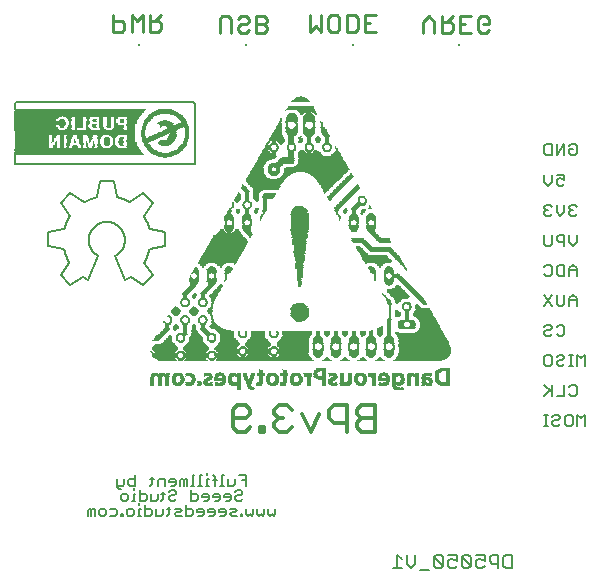
<source format=gbo>
G75*
%MOIN*%
%OFA0B0*%
%FSLAX25Y25*%
%IPPOS*%
%LPD*%
%AMOC8*
5,1,8,0,0,1.08239X$1,22.5*
%
%ADD10C,0.01200*%
%ADD11C,0.01100*%
%ADD12C,0.00500*%
%ADD13C,0.00700*%
%ADD14R,0.00787X0.00787*%
%ADD15R,0.02900X0.00100*%
%ADD16R,0.01200X0.00100*%
%ADD17R,0.01400X0.00100*%
%ADD18R,0.03100X0.00100*%
%ADD19R,0.01300X0.00100*%
%ADD20R,0.03200X0.00100*%
%ADD21R,0.03300X0.00100*%
%ADD22R,0.01600X0.00100*%
%ADD23R,0.03400X0.00100*%
%ADD24R,0.01700X0.00100*%
%ADD25R,0.01800X0.00100*%
%ADD26R,0.00800X0.00100*%
%ADD27R,0.00300X0.00100*%
%ADD28R,0.02000X0.00100*%
%ADD29R,0.00400X0.00100*%
%ADD30R,0.00200X0.00100*%
%ADD31R,0.01500X0.00100*%
%ADD32R,0.00900X0.00100*%
%ADD33R,0.01000X0.00100*%
%ADD34R,0.01100X0.00100*%
%ADD35R,0.00600X0.00100*%
%ADD36R,0.02700X0.00100*%
%ADD37R,0.02500X0.00100*%
%ADD38R,0.02300X0.00100*%
%ADD39R,0.02100X0.00100*%
%ADD40R,0.02400X0.00100*%
%ADD41R,0.02200X0.00100*%
%ADD42R,0.01900X0.00100*%
%ADD43R,0.02600X0.00100*%
%ADD44R,0.02800X0.00100*%
%ADD45R,0.03700X0.00100*%
%ADD46R,0.03000X0.00100*%
%ADD47R,0.03600X0.00100*%
%ADD48R,0.03900X0.00100*%
%ADD49R,0.03500X0.00100*%
%ADD50R,0.04000X0.00100*%
%ADD51R,0.03800X0.00100*%
%ADD52R,0.04100X0.00100*%
%ADD53R,0.04200X0.00100*%
%ADD54R,0.04300X0.00100*%
%ADD55R,0.00700X0.00100*%
%ADD56R,0.00500X0.00100*%
%ADD57R,0.00100X0.00100*%
%ADD58R,0.06200X0.00100*%
%ADD59R,0.06100X0.00100*%
%ADD60R,0.06000X0.00100*%
%ADD61R,0.04500X0.00100*%
%ADD62R,0.04400X0.00100*%
%ADD63R,0.15200X0.00100*%
%ADD64R,0.32900X0.00100*%
%ADD65R,0.07700X0.00100*%
%ADD66R,0.04700X0.00100*%
%ADD67R,0.15900X0.00100*%
%ADD68R,0.32400X0.00100*%
%ADD69R,0.07400X0.00100*%
%ADD70R,0.05600X0.00100*%
%ADD71R,0.16000X0.00100*%
%ADD72R,0.32100X0.00100*%
%ADD73R,0.07200X0.00100*%
%ADD74R,0.05800X0.00100*%
%ADD75R,0.16200X0.00100*%
%ADD76R,0.31900X0.00100*%
%ADD77R,0.07000X0.00100*%
%ADD78R,0.16300X0.00100*%
%ADD79R,0.31700X0.00100*%
%ADD80R,0.06900X0.00100*%
%ADD81R,0.16500X0.00100*%
%ADD82R,0.31600X0.00100*%
%ADD83R,0.06800X0.00100*%
%ADD84R,0.06300X0.00100*%
%ADD85R,0.16700X0.00100*%
%ADD86R,0.31500X0.00100*%
%ADD87R,0.06600X0.00100*%
%ADD88R,0.06500X0.00100*%
%ADD89R,0.16800X0.00100*%
%ADD90R,0.31200X0.00100*%
%ADD91R,0.16900X0.00100*%
%ADD92R,0.31100X0.00100*%
%ADD93R,0.31000X0.00100*%
%ADD94R,0.32200X0.00100*%
%ADD95R,0.09000X0.00100*%
%ADD96R,0.08300X0.00100*%
%ADD97R,0.17000X0.00100*%
%ADD98R,0.11100X0.00100*%
%ADD99R,0.08400X0.00100*%
%ADD100R,0.08600X0.00100*%
%ADD101R,0.08800X0.00100*%
%ADD102R,0.11000X0.00100*%
%ADD103R,0.08200X0.00100*%
%ADD104R,0.08500X0.00100*%
%ADD105R,0.10800X0.00100*%
%ADD106R,0.08000X0.00100*%
%ADD107R,0.17100X0.00100*%
%ADD108R,0.07900X0.00100*%
%ADD109R,0.17200X0.00100*%
%ADD110R,0.10600X0.00100*%
%ADD111R,0.08100X0.00100*%
%ADD112R,0.10300X0.00100*%
%ADD113R,0.07500X0.00100*%
%ADD114R,0.17300X0.00100*%
%ADD115R,0.10200X0.00100*%
%ADD116R,0.07300X0.00100*%
%ADD117R,0.10100X0.00100*%
%ADD118R,0.07100X0.00100*%
%ADD119R,0.07800X0.00100*%
%ADD120R,0.10000X0.00100*%
%ADD121R,0.09900X0.00100*%
%ADD122R,0.06700X0.00100*%
%ADD123R,0.07600X0.00100*%
%ADD124R,0.09800X0.00100*%
%ADD125R,0.09600X0.00100*%
%ADD126R,0.08700X0.00100*%
%ADD127R,0.09500X0.00100*%
%ADD128R,0.08900X0.00100*%
%ADD129R,0.10900X0.00100*%
%ADD130R,0.10700X0.00100*%
%ADD131R,0.06400X0.00100*%
%ADD132R,0.09700X0.00100*%
%ADD133R,0.10400X0.00100*%
%ADD134R,0.10500X0.00100*%
%ADD135R,0.05900X0.00100*%
%ADD136R,0.05700X0.00100*%
%ADD137R,0.05500X0.00100*%
%ADD138R,0.05300X0.00100*%
%ADD139R,0.05100X0.00100*%
%ADD140R,0.16600X0.00100*%
%ADD141R,0.04800X0.00100*%
%ADD142R,0.04600X0.00100*%
%ADD143R,0.16400X0.00100*%
%ADD144R,0.05200X0.00100*%
%ADD145R,0.09400X0.00100*%
%ADD146R,0.09300X0.00100*%
%ADD147R,0.05400X0.00100*%
%ADD148R,0.05000X0.00100*%
%ADD149R,0.16100X0.00100*%
%ADD150R,0.04900X0.00100*%
%ADD151R,0.09200X0.00100*%
%ADD152R,0.09100X0.00100*%
%ADD153R,0.12700X0.00100*%
%ADD154R,0.12600X0.00100*%
%ADD155R,0.12500X0.00100*%
%ADD156R,0.12400X0.00100*%
%ADD157R,0.12200X0.00100*%
%ADD158R,0.12000X0.00100*%
%ADD159R,0.11900X0.00100*%
%ADD160R,0.11700X0.00100*%
%ADD161R,0.11600X0.00100*%
%ADD162R,0.11500X0.00100*%
%ADD163R,0.11300X0.00100*%
%ADD164R,0.11200X0.00100*%
%ADD165R,0.11800X0.00100*%
%ADD166R,0.12300X0.00100*%
%ADD167R,0.12800X0.00100*%
%ADD168R,0.12900X0.00100*%
%ADD169R,0.12100X0.00100*%
%ADD170R,0.13000X0.00100*%
%ADD171R,0.13500X0.00100*%
%ADD172R,0.13900X0.00100*%
%ADD173R,0.14400X0.00100*%
%ADD174R,0.21000X0.00100*%
%ADD175R,0.21100X0.00100*%
%ADD176R,0.21200X0.00100*%
%ADD177R,0.21300X0.00100*%
%ADD178R,0.21400X0.00100*%
%ADD179R,0.21500X0.00100*%
%ADD180R,0.21600X0.00100*%
%ADD181R,0.21700X0.00100*%
%ADD182R,0.20900X0.00100*%
%ADD183R,0.18400X0.00100*%
%ADD184R,0.18100X0.00100*%
%ADD185R,0.17900X0.00100*%
%ADD186R,0.17500X0.00100*%
%ADD187R,0.15700X0.00100*%
%ADD188R,0.15600X0.00100*%
%ADD189R,0.15500X0.00100*%
%ADD190R,0.15400X0.00100*%
%ADD191R,0.15300X0.00100*%
%ADD192R,0.15100X0.00100*%
%ADD193R,0.15000X0.00100*%
%ADD194R,0.14900X0.00100*%
%ADD195R,0.14800X0.00100*%
%ADD196R,0.14700X0.00100*%
%ADD197R,0.14600X0.00100*%
%ADD198R,0.14500X0.00100*%
%ADD199R,0.14300X0.00100*%
%ADD200R,0.60450X0.00150*%
%ADD201R,0.60450X0.00150*%
%ADD202R,0.00450X0.00150*%
%ADD203R,0.00450X0.00150*%
%ADD204R,0.01650X0.00150*%
%ADD205R,0.03450X0.00150*%
%ADD206R,0.04650X0.00150*%
%ADD207R,0.05550X0.00150*%
%ADD208R,0.06300X0.00150*%
%ADD209R,0.07050X0.00150*%
%ADD210R,0.43350X0.00150*%
%ADD211R,0.07650X0.00150*%
%ADD212R,0.43200X0.00150*%
%ADD213R,0.07950X0.00150*%
%ADD214R,0.43050X0.00150*%
%ADD215R,0.08550X0.00150*%
%ADD216R,0.42900X0.00150*%
%ADD217R,0.09150X0.00150*%
%ADD218R,0.42750X0.00150*%
%ADD219R,0.03600X0.00150*%
%ADD220R,0.42600X0.00150*%
%ADD221R,0.03150X0.00150*%
%ADD222R,0.42450X0.00150*%
%ADD223R,0.03000X0.00150*%
%ADD224R,0.42300X0.00150*%
%ADD225R,0.02700X0.00150*%
%ADD226R,0.02550X0.00150*%
%ADD227R,0.42150X0.00150*%
%ADD228R,0.02400X0.00150*%
%ADD229R,0.42000X0.00150*%
%ADD230R,0.02250X0.00150*%
%ADD231R,0.41850X0.00150*%
%ADD232R,0.02100X0.00150*%
%ADD233R,0.41700X0.00150*%
%ADD234R,0.41550X0.00150*%
%ADD235R,0.01950X0.00150*%
%ADD236R,0.04050X0.00150*%
%ADD237R,0.01050X0.00150*%
%ADD238R,0.00600X0.00150*%
%ADD239R,0.00750X0.00150*%
%ADD240R,0.01800X0.00150*%
%ADD241R,0.11550X0.00150*%
%ADD242R,0.03900X0.00150*%
%ADD243R,0.00900X0.00150*%
%ADD244R,0.01500X0.00150*%
%ADD245R,0.01350X0.00150*%
%ADD246R,0.03750X0.00150*%
%ADD247R,0.01200X0.00150*%
%ADD248R,0.03300X0.00150*%
%ADD249R,0.04350X0.00150*%
%ADD250R,0.00300X0.00150*%
%ADD251R,0.04800X0.00150*%
%ADD252R,0.04950X0.00150*%
%ADD253R,0.00150X0.00150*%
%ADD254R,0.02850X0.00150*%
%ADD255R,0.04500X0.00150*%
%ADD256R,0.05250X0.00150*%
%ADD257R,0.08850X0.00150*%
%ADD258R,0.30150X0.00150*%
%ADD259R,0.40200X0.00150*%
%ADD260R,0.06000X0.00150*%
%ADD261R,0.05700X0.00150*%
%ADD262R,0.08250X0.00150*%
%ADD263R,0.14400X0.00150*%
%ADD264R,0.15450X0.00150*%
%ADD265R,0.15000X0.00150*%
%ADD266R,0.14850X0.00150*%
%ADD267R,0.14550X0.00150*%
%ADD268R,0.14250X0.00150*%
%ADD269R,0.05100X0.00150*%
%ADD270R,0.07200X0.00150*%
%ADD271R,0.14100X0.00150*%
%ADD272R,0.07500X0.00150*%
%ADD273R,0.09450X0.00150*%
%ADD274R,0.04200X0.00150*%
%ADD275R,0.13950X0.00150*%
%ADD276R,0.17100X0.00150*%
%ADD277R,0.16950X0.00150*%
%ADD278R,0.15150X0.00150*%
%ADD279R,0.25650X0.00150*%
%ADD280R,0.15750X0.00150*%
%ADD281R,0.43500X0.00150*%
%ADD282R,0.43650X0.00150*%
%ADD283R,0.43950X0.00150*%
%ADD284R,0.00600X0.00150*%
%ADD285R,0.59850X0.00150*%
%ADD286R,0.59550X0.00150*%
%ADD287R,0.59100X0.00150*%
%ADD288C,0.00800*%
%ADD289C,0.00600*%
D10*
X0131958Y0114193D02*
X0131958Y0120065D01*
X0133426Y0121533D01*
X0136362Y0121533D01*
X0137830Y0120065D01*
X0137830Y0118597D01*
X0136362Y0117129D01*
X0131958Y0117129D01*
X0131958Y0114193D02*
X0133426Y0112725D01*
X0136362Y0112725D01*
X0137830Y0114193D01*
X0140966Y0114193D02*
X0140966Y0112725D01*
X0142434Y0112725D01*
X0142434Y0114193D01*
X0140966Y0114193D01*
X0145770Y0114193D02*
X0147238Y0112725D01*
X0150173Y0112725D01*
X0151641Y0114193D01*
X0148706Y0117129D02*
X0147238Y0117129D01*
X0145770Y0115661D01*
X0145770Y0114193D01*
X0147238Y0117129D02*
X0145770Y0118597D01*
X0145770Y0120065D01*
X0147238Y0121533D01*
X0150173Y0121533D01*
X0151641Y0120065D01*
X0154978Y0118597D02*
X0157913Y0112725D01*
X0160849Y0118597D01*
X0164185Y0120065D02*
X0164185Y0117129D01*
X0165653Y0115661D01*
X0170057Y0115661D01*
X0170057Y0112725D02*
X0170057Y0121533D01*
X0165653Y0121533D01*
X0164185Y0120065D01*
X0173393Y0120065D02*
X0173393Y0118597D01*
X0174861Y0117129D01*
X0179265Y0117129D01*
X0179265Y0112725D02*
X0179265Y0121533D01*
X0174861Y0121533D01*
X0173393Y0120065D01*
X0174861Y0117129D02*
X0173393Y0115661D01*
X0173393Y0114193D01*
X0174861Y0112725D01*
X0179265Y0112725D01*
D11*
X0195497Y0245783D02*
X0195497Y0249453D01*
X0197332Y0251288D01*
X0199167Y0249453D01*
X0199167Y0245783D01*
X0201575Y0245783D02*
X0204327Y0245783D01*
X0205244Y0246701D01*
X0205244Y0248536D01*
X0204327Y0249453D01*
X0201575Y0249453D01*
X0203409Y0249453D02*
X0205244Y0251288D01*
X0207652Y0251288D02*
X0211322Y0251288D01*
X0213729Y0250370D02*
X0213729Y0246701D01*
X0214646Y0245783D01*
X0216481Y0245783D01*
X0217399Y0246701D01*
X0217399Y0248536D02*
X0215564Y0248536D01*
X0217399Y0248536D02*
X0217399Y0250370D01*
X0216481Y0251288D01*
X0214646Y0251288D01*
X0213729Y0250370D01*
X0209487Y0248536D02*
X0207652Y0248536D01*
X0207652Y0251288D02*
X0207652Y0245783D01*
X0211322Y0245783D01*
X0201575Y0245783D02*
X0201575Y0251288D01*
X0179667Y0251600D02*
X0175997Y0251600D01*
X0175997Y0246096D01*
X0179667Y0246096D01*
X0177832Y0248848D02*
X0175997Y0248848D01*
X0173590Y0250683D02*
X0173590Y0247013D01*
X0172673Y0246096D01*
X0169920Y0246096D01*
X0169920Y0251600D01*
X0172673Y0251600D01*
X0173590Y0250683D01*
X0167513Y0250683D02*
X0167513Y0247013D01*
X0166595Y0246096D01*
X0164761Y0246096D01*
X0163843Y0247013D01*
X0163843Y0250683D01*
X0164761Y0251600D01*
X0166595Y0251600D01*
X0167513Y0250683D01*
X0161436Y0251600D02*
X0161436Y0246096D01*
X0159601Y0247931D01*
X0157766Y0246096D01*
X0157766Y0251600D01*
X0143460Y0250370D02*
X0142543Y0251288D01*
X0139790Y0251288D01*
X0139790Y0245783D01*
X0142543Y0245783D01*
X0143460Y0246701D01*
X0143460Y0247618D01*
X0142543Y0248536D01*
X0139790Y0248536D01*
X0137383Y0249453D02*
X0137383Y0250370D01*
X0136466Y0251288D01*
X0134631Y0251288D01*
X0133713Y0250370D01*
X0134631Y0248536D02*
X0136466Y0248536D01*
X0137383Y0249453D01*
X0137383Y0246701D02*
X0136466Y0245783D01*
X0134631Y0245783D01*
X0133713Y0246701D01*
X0133713Y0247618D01*
X0134631Y0248536D01*
X0131306Y0250370D02*
X0131306Y0245783D01*
X0127636Y0245783D02*
X0127636Y0250370D01*
X0128553Y0251288D01*
X0130388Y0251288D01*
X0131306Y0250370D01*
X0142543Y0248536D02*
X0143460Y0249453D01*
X0143460Y0250370D01*
X0107997Y0251600D02*
X0106162Y0249766D01*
X0107080Y0249766D02*
X0104327Y0249766D01*
X0104327Y0251600D02*
X0104327Y0246096D01*
X0107080Y0246096D01*
X0107997Y0247013D01*
X0107997Y0248848D01*
X0107080Y0249766D01*
X0101920Y0251600D02*
X0101920Y0246096D01*
X0098250Y0246096D02*
X0098250Y0251600D01*
X0100085Y0249766D01*
X0101920Y0251600D01*
X0095843Y0248848D02*
X0095843Y0247013D01*
X0094925Y0246096D01*
X0092173Y0246096D01*
X0092173Y0251600D01*
X0092173Y0249766D02*
X0094925Y0249766D01*
X0095843Y0248848D01*
D12*
X0083721Y0086501D02*
X0083721Y0084750D01*
X0084888Y0084750D02*
X0084888Y0086501D01*
X0084304Y0087085D01*
X0083721Y0086501D01*
X0084888Y0086501D02*
X0085472Y0087085D01*
X0086056Y0087085D01*
X0086056Y0084750D01*
X0087404Y0085334D02*
X0087404Y0086501D01*
X0087988Y0087085D01*
X0089155Y0087085D01*
X0089739Y0086501D01*
X0089739Y0085334D01*
X0089155Y0084750D01*
X0087988Y0084750D01*
X0087404Y0085334D01*
X0091087Y0084750D02*
X0092838Y0084750D01*
X0093422Y0085334D01*
X0093422Y0086501D01*
X0092838Y0087085D01*
X0091087Y0087085D01*
X0094680Y0085334D02*
X0094680Y0084750D01*
X0095264Y0084750D01*
X0095264Y0085334D01*
X0094680Y0085334D01*
X0096612Y0085334D02*
X0096612Y0086501D01*
X0097195Y0087085D01*
X0098363Y0087085D01*
X0098947Y0086501D01*
X0098947Y0085334D01*
X0098363Y0084750D01*
X0097195Y0084750D01*
X0096612Y0085334D01*
X0100235Y0084750D02*
X0101402Y0084750D01*
X0100819Y0084750D02*
X0100819Y0087085D01*
X0101402Y0087085D01*
X0100819Y0088253D02*
X0100819Y0088837D01*
X0100909Y0089750D02*
X0102660Y0089750D01*
X0103244Y0090334D01*
X0103244Y0091501D01*
X0102660Y0092085D01*
X0100909Y0092085D01*
X0100909Y0093253D02*
X0100909Y0089750D01*
X0099561Y0089750D02*
X0098393Y0089750D01*
X0098977Y0089750D02*
X0098977Y0092085D01*
X0099561Y0092085D01*
X0098977Y0093253D02*
X0098977Y0093837D01*
X0099561Y0094750D02*
X0097809Y0094750D01*
X0097225Y0095334D01*
X0097225Y0096501D01*
X0097809Y0097085D01*
X0099561Y0097085D01*
X0099561Y0098253D02*
X0099561Y0094750D01*
X0095878Y0095334D02*
X0095294Y0094750D01*
X0093542Y0094750D01*
X0093542Y0094166D02*
X0093542Y0097085D01*
X0095878Y0097085D02*
X0095878Y0095334D01*
X0094710Y0093582D02*
X0094126Y0093582D01*
X0093542Y0094166D01*
X0095354Y0092085D02*
X0096521Y0092085D01*
X0097105Y0091501D01*
X0097105Y0090334D01*
X0096521Y0089750D01*
X0095354Y0089750D01*
X0094770Y0090334D01*
X0094770Y0091501D01*
X0095354Y0092085D01*
X0102750Y0088253D02*
X0102750Y0084750D01*
X0104502Y0084750D01*
X0105085Y0085334D01*
X0105085Y0086501D01*
X0104502Y0087085D01*
X0102750Y0087085D01*
X0104592Y0089750D02*
X0104592Y0092085D01*
X0104592Y0089750D02*
X0106343Y0089750D01*
X0106927Y0090334D01*
X0106927Y0092085D01*
X0108215Y0092085D02*
X0109382Y0092085D01*
X0108799Y0092669D02*
X0108799Y0090334D01*
X0108215Y0089750D01*
X0110730Y0090334D02*
X0111314Y0089750D01*
X0112482Y0089750D01*
X0113066Y0090334D01*
X0112482Y0091501D02*
X0111314Y0091501D01*
X0110730Y0090918D01*
X0110730Y0090334D01*
X0112482Y0091501D02*
X0113066Y0092085D01*
X0113066Y0092669D01*
X0112482Y0093253D01*
X0111314Y0093253D01*
X0110730Y0092669D01*
X0111314Y0094750D02*
X0112482Y0094750D01*
X0113066Y0095334D01*
X0113066Y0096501D01*
X0112482Y0097085D01*
X0111314Y0097085D01*
X0110730Y0096501D01*
X0110730Y0095918D01*
X0113066Y0095918D01*
X0114413Y0096501D02*
X0114413Y0094750D01*
X0115581Y0094750D02*
X0115581Y0096501D01*
X0114997Y0097085D01*
X0114413Y0096501D01*
X0115581Y0096501D02*
X0116165Y0097085D01*
X0116749Y0097085D01*
X0116749Y0094750D01*
X0118037Y0094750D02*
X0119204Y0094750D01*
X0118620Y0094750D02*
X0118620Y0098253D01*
X0119204Y0098253D01*
X0121076Y0098253D02*
X0121076Y0094750D01*
X0121660Y0094750D02*
X0120492Y0094750D01*
X0122947Y0094750D02*
X0124115Y0094750D01*
X0123531Y0094750D02*
X0123531Y0097085D01*
X0124115Y0097085D01*
X0123531Y0098253D02*
X0123531Y0098837D01*
X0121660Y0098253D02*
X0121076Y0098253D01*
X0125403Y0098253D02*
X0125987Y0097669D01*
X0125987Y0094750D01*
X0126570Y0096501D02*
X0125403Y0096501D01*
X0127858Y0094750D02*
X0129026Y0094750D01*
X0128442Y0094750D02*
X0128442Y0098253D01*
X0129026Y0098253D01*
X0130374Y0097085D02*
X0130374Y0094750D01*
X0132125Y0094750D01*
X0132709Y0095334D01*
X0132709Y0097085D01*
X0134057Y0098253D02*
X0136392Y0098253D01*
X0136392Y0094750D01*
X0136392Y0096501D02*
X0135225Y0096501D01*
X0134581Y0093253D02*
X0135164Y0092669D01*
X0135164Y0092085D01*
X0134581Y0091501D01*
X0133413Y0091501D01*
X0132829Y0090918D01*
X0132829Y0090334D01*
X0133413Y0089750D01*
X0134581Y0089750D01*
X0135164Y0090334D01*
X0134581Y0093253D02*
X0133413Y0093253D01*
X0132829Y0092669D01*
X0131481Y0091501D02*
X0130898Y0092085D01*
X0129730Y0092085D01*
X0129146Y0091501D01*
X0129146Y0090918D01*
X0131481Y0090918D01*
X0131481Y0091501D02*
X0131481Y0090334D01*
X0130898Y0089750D01*
X0129730Y0089750D01*
X0127798Y0090334D02*
X0127798Y0091501D01*
X0127214Y0092085D01*
X0126047Y0092085D01*
X0125463Y0091501D01*
X0125463Y0090918D01*
X0127798Y0090918D01*
X0127798Y0090334D02*
X0127214Y0089750D01*
X0126047Y0089750D01*
X0124115Y0090334D02*
X0124115Y0091501D01*
X0123531Y0092085D01*
X0122364Y0092085D01*
X0121780Y0091501D01*
X0121780Y0090918D01*
X0124115Y0090918D01*
X0124115Y0090334D02*
X0123531Y0089750D01*
X0122364Y0089750D01*
X0120432Y0090334D02*
X0120432Y0091501D01*
X0119848Y0092085D01*
X0118097Y0092085D01*
X0118097Y0093253D02*
X0118097Y0089750D01*
X0119848Y0089750D01*
X0120432Y0090334D01*
X0120522Y0087085D02*
X0119938Y0086501D01*
X0119938Y0085918D01*
X0122273Y0085918D01*
X0122273Y0086501D02*
X0121690Y0087085D01*
X0120522Y0087085D01*
X0122273Y0086501D02*
X0122273Y0085334D01*
X0121690Y0084750D01*
X0120522Y0084750D01*
X0118590Y0085334D02*
X0118590Y0086501D01*
X0118007Y0087085D01*
X0116255Y0087085D01*
X0116255Y0088253D02*
X0116255Y0084750D01*
X0118007Y0084750D01*
X0118590Y0085334D01*
X0114907Y0084750D02*
X0113156Y0084750D01*
X0112572Y0085334D01*
X0113156Y0085918D01*
X0114323Y0085918D01*
X0114907Y0086501D01*
X0114323Y0087085D01*
X0112572Y0087085D01*
X0111224Y0087085D02*
X0110056Y0087085D01*
X0110640Y0087669D02*
X0110640Y0085334D01*
X0110056Y0084750D01*
X0108769Y0085334D02*
X0108769Y0087085D01*
X0108769Y0085334D02*
X0108185Y0084750D01*
X0106433Y0084750D01*
X0106433Y0087085D01*
X0107047Y0094750D02*
X0107047Y0096501D01*
X0107631Y0097085D01*
X0109382Y0097085D01*
X0109382Y0094750D01*
X0105116Y0095334D02*
X0105116Y0097669D01*
X0105699Y0097085D02*
X0104532Y0097085D01*
X0105116Y0095334D02*
X0104532Y0094750D01*
X0123621Y0086501D02*
X0123621Y0085918D01*
X0125957Y0085918D01*
X0125957Y0086501D02*
X0125373Y0087085D01*
X0124205Y0087085D01*
X0123621Y0086501D01*
X0124205Y0084750D02*
X0125373Y0084750D01*
X0125957Y0085334D01*
X0125957Y0086501D01*
X0127304Y0086501D02*
X0127304Y0085918D01*
X0129640Y0085918D01*
X0129640Y0086501D02*
X0129056Y0087085D01*
X0127888Y0087085D01*
X0127304Y0086501D01*
X0127888Y0084750D02*
X0129056Y0084750D01*
X0129640Y0085334D01*
X0129640Y0086501D01*
X0130988Y0087085D02*
X0132739Y0087085D01*
X0133323Y0086501D01*
X0132739Y0085918D01*
X0131571Y0085918D01*
X0130988Y0085334D01*
X0131571Y0084750D01*
X0133323Y0084750D01*
X0134581Y0084750D02*
X0135164Y0084750D01*
X0135164Y0085334D01*
X0134581Y0085334D01*
X0134581Y0084750D01*
X0136512Y0085334D02*
X0136512Y0087085D01*
X0136512Y0085334D02*
X0137096Y0084750D01*
X0137680Y0085334D01*
X0138264Y0084750D01*
X0138848Y0085334D01*
X0138848Y0087085D01*
X0140195Y0087085D02*
X0140195Y0085334D01*
X0140779Y0084750D01*
X0141363Y0085334D01*
X0141947Y0084750D01*
X0142531Y0085334D01*
X0142531Y0087085D01*
X0143879Y0087085D02*
X0143879Y0085334D01*
X0144462Y0084750D01*
X0145046Y0085334D01*
X0145630Y0084750D01*
X0146214Y0085334D01*
X0146214Y0087085D01*
D13*
X0235688Y0114600D02*
X0236956Y0114600D01*
X0236322Y0114600D02*
X0236322Y0118403D01*
X0236956Y0118403D02*
X0235688Y0118403D01*
X0238564Y0117769D02*
X0239198Y0118403D01*
X0240465Y0118403D01*
X0241099Y0117769D01*
X0241099Y0117135D01*
X0240465Y0116502D01*
X0239198Y0116502D01*
X0238564Y0115868D01*
X0238564Y0115234D01*
X0239198Y0114600D01*
X0240465Y0114600D01*
X0241099Y0115234D01*
X0242707Y0115234D02*
X0242707Y0117769D01*
X0243341Y0118403D01*
X0244609Y0118403D01*
X0245243Y0117769D01*
X0245243Y0115234D01*
X0244609Y0114600D01*
X0243341Y0114600D01*
X0242707Y0115234D01*
X0246851Y0114600D02*
X0246851Y0118403D01*
X0248119Y0117135D01*
X0249386Y0118403D01*
X0249386Y0114600D01*
X0245990Y0124600D02*
X0244722Y0124600D01*
X0244088Y0125234D01*
X0242480Y0124600D02*
X0239945Y0124600D01*
X0238337Y0124600D02*
X0238337Y0128403D01*
X0237703Y0126502D02*
X0235801Y0124600D01*
X0238337Y0125868D02*
X0235801Y0128403D01*
X0242480Y0128403D02*
X0242480Y0124600D01*
X0245990Y0124600D02*
X0246624Y0125234D01*
X0246624Y0127769D01*
X0245990Y0128403D01*
X0244722Y0128403D01*
X0244088Y0127769D01*
X0243975Y0134600D02*
X0245243Y0134600D01*
X0244609Y0134600D02*
X0244609Y0138403D01*
X0245243Y0138403D02*
X0243975Y0138403D01*
X0242480Y0137769D02*
X0242480Y0137135D01*
X0241847Y0136502D01*
X0240579Y0136502D01*
X0239945Y0135868D01*
X0239945Y0135234D01*
X0240579Y0134600D01*
X0241847Y0134600D01*
X0242480Y0135234D01*
X0242480Y0137769D02*
X0241847Y0138403D01*
X0240579Y0138403D01*
X0239945Y0137769D01*
X0238337Y0137769D02*
X0238337Y0135234D01*
X0237703Y0134600D01*
X0236435Y0134600D01*
X0235801Y0135234D01*
X0235801Y0137769D01*
X0236435Y0138403D01*
X0237703Y0138403D01*
X0238337Y0137769D01*
X0237703Y0144600D02*
X0238337Y0145234D01*
X0237703Y0144600D02*
X0236435Y0144600D01*
X0235801Y0145234D01*
X0235801Y0145868D01*
X0236435Y0146502D01*
X0237703Y0146502D01*
X0238337Y0147135D01*
X0238337Y0147769D01*
X0237703Y0148403D01*
X0236435Y0148403D01*
X0235801Y0147769D01*
X0239945Y0147769D02*
X0240579Y0148403D01*
X0241847Y0148403D01*
X0242480Y0147769D01*
X0242480Y0145234D01*
X0241847Y0144600D01*
X0240579Y0144600D01*
X0239945Y0145234D01*
X0246851Y0138403D02*
X0246851Y0134600D01*
X0249386Y0134600D02*
X0249386Y0138403D01*
X0248119Y0137135D01*
X0246851Y0138403D01*
X0246624Y0154600D02*
X0246624Y0157135D01*
X0245356Y0158403D01*
X0244088Y0157135D01*
X0244088Y0154600D01*
X0242480Y0155234D02*
X0241847Y0154600D01*
X0240579Y0154600D01*
X0239945Y0155234D01*
X0239945Y0158403D01*
X0238337Y0158403D02*
X0235801Y0154600D01*
X0238337Y0154600D02*
X0235801Y0158403D01*
X0236435Y0164600D02*
X0235801Y0165234D01*
X0236435Y0164600D02*
X0237703Y0164600D01*
X0238337Y0165234D01*
X0238337Y0167769D01*
X0237703Y0168403D01*
X0236435Y0168403D01*
X0235801Y0167769D01*
X0239945Y0167769D02*
X0239945Y0165234D01*
X0240579Y0164600D01*
X0242480Y0164600D01*
X0242480Y0168403D01*
X0240579Y0168403D01*
X0239945Y0167769D01*
X0244088Y0167135D02*
X0244088Y0164600D01*
X0244088Y0166502D02*
X0246624Y0166502D01*
X0246624Y0167135D02*
X0245356Y0168403D01*
X0244088Y0167135D01*
X0246624Y0167135D02*
X0246624Y0164600D01*
X0242480Y0158403D02*
X0242480Y0155234D01*
X0244088Y0156502D02*
X0246624Y0156502D01*
X0245356Y0174600D02*
X0244088Y0175868D01*
X0244088Y0178403D01*
X0242480Y0178403D02*
X0240579Y0178403D01*
X0239945Y0177769D01*
X0239945Y0176502D01*
X0240579Y0175868D01*
X0242480Y0175868D01*
X0242480Y0174600D02*
X0242480Y0178403D01*
X0238337Y0178403D02*
X0238337Y0175234D01*
X0237703Y0174600D01*
X0236435Y0174600D01*
X0235801Y0175234D01*
X0235801Y0178403D01*
X0236435Y0184600D02*
X0237703Y0184600D01*
X0238337Y0185234D01*
X0239945Y0185868D02*
X0241213Y0184600D01*
X0242480Y0185868D01*
X0242480Y0188403D01*
X0244088Y0187769D02*
X0244088Y0187135D01*
X0244722Y0186502D01*
X0244088Y0185868D01*
X0244088Y0185234D01*
X0244722Y0184600D01*
X0245990Y0184600D01*
X0246624Y0185234D01*
X0245356Y0186502D02*
X0244722Y0186502D01*
X0244088Y0187769D02*
X0244722Y0188403D01*
X0245990Y0188403D01*
X0246624Y0187769D01*
X0239945Y0188403D02*
X0239945Y0185868D01*
X0238337Y0187769D02*
X0237703Y0188403D01*
X0236435Y0188403D01*
X0235801Y0187769D01*
X0235801Y0187135D01*
X0236435Y0186502D01*
X0235801Y0185868D01*
X0235801Y0185234D01*
X0236435Y0184600D01*
X0236435Y0186502D02*
X0237069Y0186502D01*
X0237069Y0194600D02*
X0235801Y0195868D01*
X0235801Y0198403D01*
X0238337Y0198403D02*
X0238337Y0195868D01*
X0237069Y0194600D01*
X0239945Y0195234D02*
X0240579Y0194600D01*
X0241847Y0194600D01*
X0242480Y0195234D01*
X0242480Y0196502D02*
X0241213Y0197135D01*
X0240579Y0197135D01*
X0239945Y0196502D01*
X0239945Y0195234D01*
X0242480Y0196502D02*
X0242480Y0198403D01*
X0239945Y0198403D01*
X0239945Y0204912D02*
X0239945Y0208716D01*
X0238337Y0208716D02*
X0236435Y0208716D01*
X0235801Y0208082D01*
X0235801Y0205546D01*
X0236435Y0204912D01*
X0238337Y0204912D01*
X0238337Y0208716D01*
X0239945Y0204912D02*
X0242480Y0208716D01*
X0242480Y0204912D01*
X0244088Y0205546D02*
X0244088Y0206814D01*
X0245356Y0206814D01*
X0244088Y0205546D02*
X0244722Y0204912D01*
X0245990Y0204912D01*
X0246624Y0205546D01*
X0246624Y0208082D01*
X0245990Y0208716D01*
X0244722Y0208716D01*
X0244088Y0208082D01*
X0246624Y0178403D02*
X0246624Y0175868D01*
X0245356Y0174600D01*
D14*
X0207445Y0241500D03*
X0171917Y0241500D03*
X0136386Y0241500D03*
X0100854Y0241500D03*
D15*
X0146843Y0212200D03*
X0146843Y0212100D03*
X0143043Y0205500D03*
X0150243Y0198500D03*
X0147943Y0196600D03*
X0159843Y0205300D03*
X0166443Y0204900D03*
X0163143Y0193800D03*
X0172243Y0184300D03*
X0172243Y0180100D03*
X0178143Y0180100D03*
X0178143Y0180200D03*
X0178143Y0184300D03*
X0176043Y0171400D03*
X0184043Y0166700D03*
X0184043Y0166600D03*
X0184043Y0166500D03*
X0186543Y0164500D03*
X0184043Y0162400D03*
X0184043Y0162300D03*
X0186843Y0160300D03*
X0187243Y0156900D03*
X0184043Y0143700D03*
X0178143Y0143700D03*
X0172343Y0138000D03*
X0166343Y0138000D03*
X0160443Y0138000D03*
X0160443Y0138100D03*
X0160443Y0143700D03*
X0154243Y0149600D03*
X0145143Y0131700D03*
X0145243Y0128300D03*
X0153143Y0128300D03*
X0161543Y0130200D03*
X0165343Y0128700D03*
X0165443Y0128500D03*
X0174543Y0131700D03*
X0182343Y0131600D03*
X0182043Y0128200D03*
X0187443Y0126500D03*
X0196443Y0130400D03*
X0196943Y0131700D03*
X0154243Y0168800D03*
X0154243Y0168900D03*
X0154243Y0169000D03*
X0154243Y0169100D03*
X0154243Y0169200D03*
X0154243Y0169300D03*
X0154243Y0169400D03*
X0136843Y0180100D03*
X0130843Y0180100D03*
X0130843Y0180200D03*
X0130843Y0184300D03*
X0124943Y0166600D03*
X0124943Y0162400D03*
X0119043Y0162400D03*
X0119043Y0162300D03*
X0119043Y0153000D03*
X0119043Y0152300D03*
X0113143Y0152300D03*
X0113143Y0153000D03*
X0115343Y0145300D03*
X0110343Y0142500D03*
X0117843Y0128800D03*
X0117843Y0128700D03*
X0117743Y0128600D03*
X0123843Y0128600D03*
X0123843Y0128500D03*
X0127843Y0131600D03*
X0125743Y0147800D03*
D16*
X0125493Y0149000D03*
X0124493Y0151900D03*
X0124493Y0152000D03*
X0124493Y0153400D03*
X0125493Y0156600D03*
X0125493Y0156700D03*
X0119293Y0158200D03*
X0119993Y0165400D03*
X0119793Y0166700D03*
X0121993Y0167800D03*
X0125893Y0165400D03*
X0127893Y0167800D03*
X0128393Y0179700D03*
X0131793Y0181300D03*
X0131793Y0183200D03*
X0130993Y0186000D03*
X0130993Y0186100D03*
X0130993Y0186200D03*
X0133293Y0189300D03*
X0134093Y0191400D03*
X0134093Y0191500D03*
X0139993Y0189700D03*
X0139993Y0186700D03*
X0142593Y0186400D03*
X0142593Y0186300D03*
X0137693Y0183200D03*
X0135893Y0183200D03*
X0135893Y0181300D03*
X0137693Y0181300D03*
X0133393Y0179700D03*
X0162893Y0192700D03*
X0164393Y0190200D03*
X0166593Y0186400D03*
X0169393Y0185600D03*
X0169593Y0186300D03*
X0171293Y0183100D03*
X0175293Y0185600D03*
X0175593Y0186400D03*
X0178193Y0185200D03*
X0179093Y0181300D03*
X0173493Y0194200D03*
X0171293Y0198000D03*
X0159893Y0206100D03*
X0160493Y0209100D03*
X0160493Y0209200D03*
X0161993Y0213700D03*
X0158893Y0213700D03*
X0156093Y0213700D03*
X0152993Y0213700D03*
X0150193Y0213700D03*
X0147693Y0215000D03*
X0155093Y0218500D03*
X0142893Y0206600D03*
X0187893Y0169200D03*
X0187993Y0169000D03*
X0188093Y0168900D03*
X0184993Y0165400D03*
X0183793Y0156400D03*
X0183893Y0156300D03*
X0184193Y0155500D03*
X0184193Y0155400D03*
X0184193Y0155300D03*
X0186793Y0155600D03*
X0186793Y0155700D03*
X0186793Y0152600D03*
X0184193Y0149800D03*
X0181393Y0147000D03*
X0181193Y0144700D03*
X0179293Y0142000D03*
X0175293Y0144700D03*
X0173493Y0141900D03*
X0172293Y0137400D03*
X0175193Y0137000D03*
X0177693Y0131700D03*
X0179093Y0131700D03*
X0179093Y0131800D03*
X0179093Y0131600D03*
X0179093Y0131500D03*
X0178993Y0130300D03*
X0178993Y0130200D03*
X0178993Y0130100D03*
X0178993Y0130000D03*
X0178993Y0129900D03*
X0178993Y0129800D03*
X0178993Y0129700D03*
X0178993Y0129600D03*
X0178993Y0129500D03*
X0178993Y0129400D03*
X0178993Y0129300D03*
X0178993Y0129200D03*
X0178993Y0129100D03*
X0178993Y0129000D03*
X0178993Y0128900D03*
X0178993Y0128800D03*
X0178993Y0128700D03*
X0178993Y0128600D03*
X0178993Y0128500D03*
X0178993Y0128400D03*
X0178993Y0128300D03*
X0178993Y0128200D03*
X0180993Y0130500D03*
X0180993Y0130600D03*
X0180993Y0130700D03*
X0181093Y0130800D03*
X0181093Y0130900D03*
X0181193Y0131100D03*
X0183493Y0131000D03*
X0183593Y0130900D03*
X0183593Y0130800D03*
X0183693Y0130700D03*
X0183693Y0130600D03*
X0183693Y0130500D03*
X0183693Y0129500D03*
X0183693Y0129400D03*
X0185793Y0128000D03*
X0185793Y0127900D03*
X0190693Y0128000D03*
X0195493Y0128000D03*
X0195493Y0128100D03*
X0195593Y0128200D03*
X0185693Y0131800D03*
X0181093Y0137000D03*
X0185293Y0139800D03*
X0169293Y0136900D03*
X0166393Y0137400D03*
X0163393Y0136900D03*
X0160493Y0137400D03*
X0161693Y0141900D03*
X0159293Y0142000D03*
X0163393Y0144700D03*
X0165193Y0141900D03*
X0167593Y0141900D03*
X0169293Y0144700D03*
X0170993Y0132000D03*
X0170993Y0131900D03*
X0170993Y0131800D03*
X0170993Y0131700D03*
X0170993Y0131600D03*
X0170993Y0131500D03*
X0170993Y0131400D03*
X0170993Y0131300D03*
X0170993Y0131200D03*
X0170993Y0131100D03*
X0170993Y0131000D03*
X0170993Y0130900D03*
X0170993Y0130800D03*
X0170993Y0130700D03*
X0170993Y0130600D03*
X0170993Y0130500D03*
X0170993Y0130400D03*
X0170993Y0130300D03*
X0170993Y0130200D03*
X0170993Y0130100D03*
X0170993Y0130000D03*
X0170993Y0129900D03*
X0170993Y0129800D03*
X0170993Y0129700D03*
X0170993Y0129600D03*
X0168293Y0128300D03*
X0168293Y0128200D03*
X0168293Y0128100D03*
X0165593Y0127900D03*
X0164493Y0128900D03*
X0164493Y0129000D03*
X0164493Y0129200D03*
X0166193Y0131100D03*
X0156293Y0131600D03*
X0156293Y0131700D03*
X0149393Y0132200D03*
X0149393Y0132300D03*
X0149393Y0132400D03*
X0149393Y0132500D03*
X0149393Y0132600D03*
X0149393Y0132700D03*
X0149393Y0132800D03*
X0149393Y0131100D03*
X0149393Y0131000D03*
X0149393Y0130900D03*
X0149393Y0130800D03*
X0149393Y0130700D03*
X0149393Y0130600D03*
X0149393Y0130500D03*
X0149393Y0130400D03*
X0149393Y0130300D03*
X0149393Y0130200D03*
X0149393Y0130100D03*
X0149393Y0130000D03*
X0149393Y0129900D03*
X0149393Y0129800D03*
X0149393Y0129700D03*
X0149393Y0129600D03*
X0149393Y0129500D03*
X0149393Y0129400D03*
X0138293Y0130600D03*
X0137993Y0129700D03*
X0136693Y0129500D03*
X0136593Y0129800D03*
X0136493Y0130000D03*
X0136493Y0130100D03*
X0136393Y0130300D03*
X0136393Y0130400D03*
X0136393Y0130500D03*
X0136393Y0130600D03*
X0136293Y0130700D03*
X0136293Y0130800D03*
X0136193Y0131100D03*
X0134093Y0131600D03*
X0134093Y0131700D03*
X0132193Y0132100D03*
X0129193Y0130700D03*
X0129193Y0130600D03*
X0129193Y0130500D03*
X0129093Y0130800D03*
X0129093Y0130900D03*
X0129193Y0129600D03*
X0129193Y0129500D03*
X0129193Y0129400D03*
X0126593Y0130800D03*
X0126593Y0130900D03*
X0126493Y0130700D03*
X0126493Y0130600D03*
X0126693Y0131100D03*
X0122893Y0129200D03*
X0122893Y0129100D03*
X0122893Y0129000D03*
X0120893Y0129200D03*
X0105193Y0129200D03*
X0105193Y0129300D03*
X0105193Y0129400D03*
X0105193Y0129500D03*
X0105193Y0129600D03*
X0105193Y0129700D03*
X0105193Y0129800D03*
X0105193Y0129900D03*
X0105193Y0130000D03*
X0105193Y0130100D03*
X0105193Y0130200D03*
X0105193Y0130300D03*
X0105193Y0130400D03*
X0105193Y0130500D03*
X0105193Y0130600D03*
X0105193Y0130700D03*
X0105193Y0129100D03*
X0105193Y0129000D03*
X0105193Y0128900D03*
X0105193Y0128800D03*
X0105193Y0128700D03*
X0105193Y0128600D03*
X0105193Y0128500D03*
X0105193Y0128400D03*
X0105193Y0128300D03*
X0105193Y0128200D03*
X0105193Y0128100D03*
X0105193Y0128000D03*
X0123793Y0144600D03*
X0138393Y0126500D03*
X0193493Y0154500D03*
X0196093Y0155000D03*
D17*
X0195893Y0155300D03*
X0195693Y0155500D03*
X0193593Y0154300D03*
X0189993Y0155700D03*
X0189993Y0152600D03*
X0189993Y0152500D03*
X0189993Y0152400D03*
X0189993Y0152300D03*
X0189993Y0152200D03*
X0189993Y0152100D03*
X0189993Y0152000D03*
X0189993Y0151900D03*
X0189993Y0151800D03*
X0189993Y0151700D03*
X0189993Y0151600D03*
X0189993Y0151500D03*
X0189993Y0151400D03*
X0189993Y0151300D03*
X0189993Y0151200D03*
X0189993Y0151100D03*
X0189993Y0151000D03*
X0189993Y0150900D03*
X0189993Y0150800D03*
X0189993Y0150700D03*
X0189993Y0150600D03*
X0189993Y0150500D03*
X0189993Y0150400D03*
X0189993Y0150300D03*
X0189993Y0150200D03*
X0189993Y0150100D03*
X0189993Y0150000D03*
X0189993Y0149900D03*
X0186893Y0152400D03*
X0186893Y0155900D03*
X0184093Y0155900D03*
X0183993Y0156100D03*
X0186993Y0160900D03*
X0183193Y0163500D03*
X0187793Y0169300D03*
X0187693Y0169400D03*
X0187593Y0169500D03*
X0173793Y0174100D03*
X0173693Y0174200D03*
X0172293Y0179300D03*
X0172293Y0185200D03*
X0172293Y0185300D03*
X0172293Y0185400D03*
X0172293Y0185500D03*
X0172293Y0185600D03*
X0172293Y0185700D03*
X0172293Y0185800D03*
X0172293Y0185900D03*
X0172293Y0186000D03*
X0172293Y0186100D03*
X0172293Y0186200D03*
X0172293Y0186300D03*
X0169493Y0186100D03*
X0169493Y0186000D03*
X0169393Y0185800D03*
X0169393Y0185700D03*
X0166593Y0186500D03*
X0164393Y0190300D03*
X0154193Y0187700D03*
X0142693Y0187700D03*
X0142693Y0187800D03*
X0142693Y0187900D03*
X0142693Y0188000D03*
X0142693Y0188100D03*
X0142693Y0188200D03*
X0142693Y0188300D03*
X0142693Y0188400D03*
X0142693Y0188500D03*
X0142693Y0188600D03*
X0142693Y0188700D03*
X0142693Y0188800D03*
X0142693Y0188900D03*
X0142693Y0189000D03*
X0142693Y0189100D03*
X0142693Y0189200D03*
X0142693Y0189300D03*
X0142693Y0189400D03*
X0142693Y0189500D03*
X0142693Y0189600D03*
X0142693Y0189700D03*
X0142693Y0189800D03*
X0142693Y0189900D03*
X0142693Y0190000D03*
X0142693Y0190100D03*
X0142693Y0190200D03*
X0142693Y0190300D03*
X0142693Y0187600D03*
X0142693Y0187500D03*
X0142693Y0187400D03*
X0142693Y0187300D03*
X0142693Y0187200D03*
X0142693Y0187100D03*
X0142693Y0187000D03*
X0142693Y0186900D03*
X0142693Y0186800D03*
X0142693Y0186700D03*
X0142693Y0186600D03*
X0139893Y0186400D03*
X0139793Y0185700D03*
X0136793Y0185700D03*
X0136793Y0185600D03*
X0136793Y0185500D03*
X0136793Y0185400D03*
X0136793Y0185300D03*
X0136793Y0185200D03*
X0136793Y0185800D03*
X0136793Y0185900D03*
X0136793Y0186000D03*
X0136793Y0186100D03*
X0136793Y0186200D03*
X0136793Y0186300D03*
X0136793Y0186400D03*
X0136793Y0186500D03*
X0136793Y0186600D03*
X0136793Y0186700D03*
X0136793Y0189600D03*
X0136793Y0189700D03*
X0136793Y0189800D03*
X0136793Y0189900D03*
X0136793Y0190000D03*
X0136793Y0190100D03*
X0136793Y0190200D03*
X0136793Y0190300D03*
X0136793Y0190400D03*
X0136793Y0190500D03*
X0136793Y0190600D03*
X0136793Y0190700D03*
X0136793Y0190800D03*
X0136793Y0190900D03*
X0136793Y0191000D03*
X0136793Y0191100D03*
X0136793Y0191200D03*
X0136793Y0191300D03*
X0136793Y0191400D03*
X0136793Y0191500D03*
X0136793Y0191600D03*
X0136793Y0191700D03*
X0136793Y0191800D03*
X0136793Y0191900D03*
X0136793Y0192000D03*
X0136793Y0192100D03*
X0136793Y0192200D03*
X0136793Y0192300D03*
X0135693Y0194000D03*
X0133993Y0191100D03*
X0133993Y0191000D03*
X0139893Y0189900D03*
X0133893Y0185700D03*
X0130893Y0185700D03*
X0130893Y0185600D03*
X0130893Y0185500D03*
X0130893Y0185400D03*
X0130893Y0185300D03*
X0130893Y0185200D03*
X0130893Y0185800D03*
X0130893Y0179100D03*
X0130893Y0179000D03*
X0130893Y0178900D03*
X0130893Y0178800D03*
X0128393Y0179400D03*
X0128393Y0179500D03*
X0133393Y0179500D03*
X0137693Y0178000D03*
X0130893Y0167400D03*
X0127893Y0167900D03*
X0124993Y0167400D03*
X0121993Y0167900D03*
X0119793Y0166500D03*
X0118193Y0163500D03*
X0124093Y0163500D03*
X0127793Y0160900D03*
X0127893Y0161000D03*
X0121993Y0158200D03*
X0121993Y0158100D03*
X0121993Y0158000D03*
X0121993Y0157900D03*
X0121993Y0157800D03*
X0121993Y0157700D03*
X0121993Y0157600D03*
X0121993Y0157500D03*
X0121993Y0157400D03*
X0121993Y0157300D03*
X0121993Y0157200D03*
X0119193Y0158000D03*
X0119093Y0157600D03*
X0119093Y0157500D03*
X0125593Y0156900D03*
X0124393Y0153200D03*
X0124393Y0152200D03*
X0121993Y0151200D03*
X0121993Y0148200D03*
X0121993Y0148100D03*
X0121993Y0148000D03*
X0121993Y0147900D03*
X0121993Y0147800D03*
X0121993Y0147700D03*
X0121993Y0147600D03*
X0121993Y0147500D03*
X0121993Y0147400D03*
X0121993Y0147300D03*
X0121993Y0147200D03*
X0123793Y0144700D03*
X0124993Y0142300D03*
X0124993Y0139400D03*
X0123593Y0132100D03*
X0124593Y0130700D03*
X0122993Y0129400D03*
X0122993Y0128800D03*
X0120893Y0128900D03*
X0120893Y0129000D03*
X0120893Y0128300D03*
X0118893Y0129400D03*
X0118893Y0129500D03*
X0118893Y0129600D03*
X0118793Y0129300D03*
X0118893Y0130500D03*
X0118793Y0130700D03*
X0115093Y0130700D03*
X0115093Y0130800D03*
X0115093Y0130900D03*
X0114993Y0131000D03*
X0113693Y0132100D03*
X0112493Y0130900D03*
X0112393Y0130800D03*
X0112393Y0130700D03*
X0112293Y0130600D03*
X0112293Y0130500D03*
X0112293Y0129500D03*
X0112393Y0129200D03*
X0112493Y0129100D03*
X0114993Y0129000D03*
X0115093Y0129200D03*
X0115093Y0129300D03*
X0110093Y0130700D03*
X0110093Y0130800D03*
X0108393Y0132000D03*
X0105993Y0132000D03*
X0105293Y0131000D03*
X0114593Y0139400D03*
X0110993Y0143900D03*
X0110093Y0147100D03*
X0110093Y0147200D03*
X0110093Y0147300D03*
X0110093Y0147400D03*
X0110093Y0147500D03*
X0110093Y0147600D03*
X0110093Y0147700D03*
X0110093Y0147800D03*
X0110093Y0147900D03*
X0110093Y0148000D03*
X0110093Y0148100D03*
X0116093Y0151200D03*
X0125593Y0148700D03*
X0135293Y0137800D03*
X0135293Y0137400D03*
X0135293Y0137300D03*
X0135993Y0131900D03*
X0135993Y0131800D03*
X0135993Y0131700D03*
X0136093Y0131500D03*
X0136093Y0131400D03*
X0133993Y0130700D03*
X0133993Y0130600D03*
X0133993Y0130500D03*
X0133993Y0130400D03*
X0133993Y0130300D03*
X0133993Y0130200D03*
X0133993Y0130100D03*
X0133993Y0130000D03*
X0133993Y0129900D03*
X0133993Y0129800D03*
X0133993Y0129700D03*
X0133993Y0129600D03*
X0133993Y0129500D03*
X0133993Y0129400D03*
X0133993Y0129300D03*
X0133993Y0128000D03*
X0133993Y0127900D03*
X0133993Y0127800D03*
X0133993Y0127700D03*
X0133993Y0127600D03*
X0133993Y0127500D03*
X0133993Y0127400D03*
X0133993Y0127300D03*
X0133993Y0127200D03*
X0133993Y0127100D03*
X0133993Y0127000D03*
X0133993Y0126900D03*
X0133993Y0126800D03*
X0133993Y0126700D03*
X0133993Y0126600D03*
X0133993Y0126500D03*
X0137493Y0127700D03*
X0137593Y0127600D03*
X0137293Y0128200D03*
X0137293Y0128300D03*
X0138293Y0126700D03*
X0141293Y0129000D03*
X0141393Y0129100D03*
X0143793Y0129300D03*
X0143793Y0129400D03*
X0143893Y0129200D03*
X0143993Y0129100D03*
X0143693Y0129900D03*
X0143693Y0130100D03*
X0143793Y0130700D03*
X0143893Y0130800D03*
X0143893Y0130900D03*
X0143993Y0131000D03*
X0145093Y0132100D03*
X0146393Y0131100D03*
X0146493Y0131000D03*
X0146493Y0130900D03*
X0146593Y0130800D03*
X0146593Y0130700D03*
X0146593Y0130600D03*
X0146593Y0129400D03*
X0146593Y0129300D03*
X0146493Y0129100D03*
X0149293Y0129100D03*
X0151693Y0129400D03*
X0151693Y0129500D03*
X0151793Y0129300D03*
X0151793Y0129200D03*
X0151893Y0129100D03*
X0151693Y0130500D03*
X0151693Y0130600D03*
X0151793Y0130800D03*
X0151793Y0130900D03*
X0151893Y0131000D03*
X0153093Y0132100D03*
X0154393Y0131000D03*
X0154493Y0130800D03*
X0154593Y0130600D03*
X0154593Y0130500D03*
X0154593Y0130400D03*
X0154593Y0130300D03*
X0154593Y0129800D03*
X0154593Y0129700D03*
X0154593Y0129600D03*
X0154593Y0129500D03*
X0154593Y0129400D03*
X0154493Y0129200D03*
X0154393Y0129100D03*
X0157493Y0130500D03*
X0157493Y0130600D03*
X0159593Y0131400D03*
X0159593Y0131500D03*
X0159593Y0131600D03*
X0159693Y0131300D03*
X0159593Y0132200D03*
X0159593Y0132300D03*
X0159593Y0132400D03*
X0159693Y0132500D03*
X0162293Y0132700D03*
X0165093Y0132100D03*
X0166193Y0130700D03*
X0164593Y0129400D03*
X0164593Y0128800D03*
X0168393Y0129200D03*
X0168393Y0129300D03*
X0170193Y0128000D03*
X0170893Y0129200D03*
X0170893Y0129300D03*
X0173093Y0129500D03*
X0173093Y0129600D03*
X0173093Y0129700D03*
X0173093Y0129800D03*
X0173093Y0129900D03*
X0173093Y0130000D03*
X0173093Y0130100D03*
X0173093Y0130200D03*
X0173093Y0130300D03*
X0173093Y0130400D03*
X0173093Y0130500D03*
X0173193Y0130700D03*
X0173193Y0130800D03*
X0173293Y0130900D03*
X0173193Y0129400D03*
X0173193Y0129300D03*
X0173293Y0129100D03*
X0175793Y0129000D03*
X0175893Y0129100D03*
X0175893Y0129200D03*
X0175993Y0129300D03*
X0175993Y0129400D03*
X0176093Y0129800D03*
X0176093Y0129900D03*
X0176093Y0130000D03*
X0176093Y0130100D03*
X0176093Y0130200D03*
X0175993Y0130600D03*
X0175893Y0130900D03*
X0175793Y0131000D03*
X0174593Y0132100D03*
X0178893Y0130600D03*
X0185793Y0130700D03*
X0185793Y0130800D03*
X0185793Y0129300D03*
X0185893Y0127600D03*
X0185993Y0127500D03*
X0188393Y0129200D03*
X0188493Y0129300D03*
X0188493Y0129400D03*
X0188593Y0129600D03*
X0188593Y0129700D03*
X0188593Y0129800D03*
X0188593Y0129900D03*
X0188593Y0130000D03*
X0188593Y0130100D03*
X0188593Y0130200D03*
X0188593Y0130300D03*
X0188593Y0130400D03*
X0188493Y0130700D03*
X0188493Y0130800D03*
X0188393Y0130900D03*
X0190793Y0130900D03*
X0190793Y0130800D03*
X0191593Y0132000D03*
X0193293Y0130700D03*
X0195693Y0129100D03*
X0195693Y0129000D03*
X0197993Y0128900D03*
X0197993Y0129600D03*
X0197893Y0129700D03*
X0199993Y0130100D03*
X0199993Y0130200D03*
X0199993Y0130300D03*
X0200093Y0130000D03*
X0200093Y0129900D03*
X0200193Y0129600D03*
X0199993Y0131400D03*
X0199993Y0131500D03*
X0199993Y0131600D03*
X0199993Y0131700D03*
X0200093Y0131800D03*
X0200093Y0131900D03*
X0203593Y0131900D03*
X0203593Y0132000D03*
X0203593Y0132100D03*
X0203593Y0132200D03*
X0203593Y0132300D03*
X0203593Y0132400D03*
X0203593Y0132500D03*
X0203593Y0132600D03*
X0203593Y0132700D03*
X0203593Y0131800D03*
X0203593Y0131700D03*
X0203593Y0131600D03*
X0203593Y0131500D03*
X0203593Y0131400D03*
X0203593Y0131300D03*
X0203593Y0131200D03*
X0203593Y0131100D03*
X0203593Y0131000D03*
X0203593Y0130900D03*
X0203593Y0130800D03*
X0203593Y0130700D03*
X0203593Y0130600D03*
X0203593Y0130500D03*
X0203593Y0130400D03*
X0203593Y0130300D03*
X0203593Y0130200D03*
X0203593Y0130100D03*
X0203593Y0130000D03*
X0203593Y0129900D03*
X0203593Y0129800D03*
X0203593Y0129700D03*
X0203593Y0129600D03*
X0203593Y0129500D03*
X0203593Y0129400D03*
X0203593Y0129300D03*
X0203593Y0129200D03*
X0203593Y0129100D03*
X0203593Y0129000D03*
X0203593Y0128900D03*
X0202893Y0127900D03*
X0184093Y0137400D03*
X0182993Y0139700D03*
X0185193Y0139700D03*
X0179193Y0139700D03*
X0173393Y0139700D03*
X0171193Y0139700D03*
X0169293Y0136800D03*
X0167493Y0139700D03*
X0165293Y0139700D03*
X0163393Y0136800D03*
X0161593Y0139700D03*
X0159393Y0139700D03*
X0161593Y0142000D03*
X0160493Y0144400D03*
X0160493Y0144500D03*
X0160493Y0144600D03*
X0160493Y0144700D03*
X0160493Y0144800D03*
X0160493Y0144900D03*
X0160493Y0145000D03*
X0160493Y0145100D03*
X0160493Y0145200D03*
X0160493Y0145300D03*
X0160493Y0145400D03*
X0160493Y0145500D03*
X0160493Y0145600D03*
X0160493Y0145700D03*
X0160493Y0145800D03*
X0160493Y0145900D03*
X0160493Y0146000D03*
X0166393Y0146000D03*
X0166393Y0145900D03*
X0166393Y0145800D03*
X0166393Y0145700D03*
X0166393Y0145600D03*
X0166393Y0145500D03*
X0166393Y0145400D03*
X0166393Y0145300D03*
X0166393Y0145200D03*
X0166393Y0145100D03*
X0166393Y0145000D03*
X0166393Y0144900D03*
X0166393Y0144800D03*
X0166393Y0144700D03*
X0166393Y0144600D03*
X0166393Y0144500D03*
X0166393Y0144400D03*
X0166393Y0144300D03*
X0172293Y0144300D03*
X0172293Y0144400D03*
X0172293Y0144500D03*
X0172293Y0144600D03*
X0172293Y0144700D03*
X0172293Y0144800D03*
X0172293Y0144900D03*
X0172293Y0145000D03*
X0172293Y0145100D03*
X0172293Y0145200D03*
X0172293Y0145300D03*
X0172293Y0145400D03*
X0172293Y0145500D03*
X0172293Y0145600D03*
X0172293Y0145700D03*
X0172293Y0145800D03*
X0172293Y0145900D03*
X0172293Y0146000D03*
X0181193Y0144800D03*
X0184093Y0144800D03*
X0184093Y0144900D03*
X0184093Y0145000D03*
X0184093Y0145100D03*
X0184093Y0145200D03*
X0184093Y0145300D03*
X0184093Y0145400D03*
X0184093Y0145500D03*
X0184093Y0145600D03*
X0184093Y0145700D03*
X0184093Y0145800D03*
X0184093Y0145900D03*
X0184093Y0146000D03*
X0184093Y0146100D03*
X0184093Y0146200D03*
X0184093Y0146300D03*
X0184093Y0146400D03*
X0184093Y0146500D03*
X0184093Y0146600D03*
X0184093Y0146700D03*
X0184093Y0146800D03*
X0184093Y0146900D03*
X0184093Y0147000D03*
X0184093Y0147100D03*
X0184093Y0147200D03*
X0184093Y0147300D03*
X0184093Y0147400D03*
X0184093Y0147500D03*
X0184093Y0147600D03*
X0184093Y0147700D03*
X0184093Y0147800D03*
X0184093Y0147900D03*
X0184093Y0148000D03*
X0184093Y0148100D03*
X0184093Y0148200D03*
X0184093Y0148300D03*
X0184093Y0148400D03*
X0184093Y0148500D03*
X0184093Y0148600D03*
X0184093Y0148700D03*
X0184093Y0148800D03*
X0184093Y0148900D03*
X0184093Y0149000D03*
X0184093Y0149100D03*
X0184093Y0149200D03*
X0184093Y0149300D03*
X0184093Y0149400D03*
X0184093Y0149500D03*
X0184093Y0144700D03*
X0184093Y0144600D03*
X0184093Y0144500D03*
X0184093Y0144400D03*
X0186893Y0145400D03*
X0154193Y0155400D03*
X0154193Y0162800D03*
X0154193Y0162900D03*
X0154193Y0163000D03*
X0154193Y0163100D03*
X0154193Y0163200D03*
X0145693Y0143800D03*
X0145593Y0137700D03*
X0145593Y0137600D03*
X0145593Y0137500D03*
X0145593Y0137400D03*
X0138793Y0132000D03*
X0138793Y0131900D03*
X0138693Y0131800D03*
X0138693Y0131700D03*
X0138593Y0131500D03*
X0138593Y0131400D03*
X0138493Y0131200D03*
X0138493Y0131100D03*
X0138393Y0130800D03*
X0131293Y0130900D03*
X0131193Y0130800D03*
X0131193Y0130700D03*
X0131093Y0130500D03*
X0131093Y0130400D03*
X0131093Y0130300D03*
X0131093Y0130200D03*
X0131093Y0130100D03*
X0131093Y0130000D03*
X0131093Y0129900D03*
X0131093Y0129800D03*
X0131093Y0129700D03*
X0131193Y0129300D03*
X0131293Y0129200D03*
X0128893Y0131200D03*
X0175293Y0185800D03*
X0175593Y0186300D03*
X0175193Y0191100D03*
X0173493Y0194100D03*
X0171293Y0197900D03*
X0166693Y0205900D03*
X0163393Y0205900D03*
X0163393Y0208900D03*
X0163393Y0209000D03*
X0163393Y0209100D03*
X0163393Y0209200D03*
X0163393Y0209300D03*
X0163393Y0209400D03*
X0163393Y0209500D03*
X0163393Y0209600D03*
X0163393Y0209700D03*
X0163393Y0209800D03*
X0163393Y0209900D03*
X0163393Y0210000D03*
X0163393Y0210100D03*
X0163393Y0210200D03*
X0163393Y0210300D03*
X0163393Y0210400D03*
X0163393Y0210500D03*
X0163393Y0210600D03*
X0163393Y0210700D03*
X0163393Y0210800D03*
X0163393Y0210900D03*
X0162093Y0213600D03*
X0158793Y0216000D03*
X0157493Y0218600D03*
X0157493Y0218700D03*
X0157493Y0218800D03*
X0157493Y0218900D03*
X0157493Y0219000D03*
X0157493Y0219100D03*
X0158993Y0219100D03*
X0155093Y0218700D03*
X0155093Y0218600D03*
X0151593Y0218600D03*
X0147593Y0214800D03*
X0147593Y0214700D03*
X0147593Y0214600D03*
X0145593Y0209400D03*
X0145593Y0209300D03*
X0145593Y0209200D03*
X0145593Y0209100D03*
X0145593Y0209000D03*
X0145593Y0205800D03*
X0145593Y0205700D03*
X0145593Y0205600D03*
X0145593Y0205500D03*
X0145593Y0205400D03*
X0145593Y0205300D03*
X0146993Y0200400D03*
X0147093Y0200300D03*
X0147093Y0200200D03*
X0147093Y0200100D03*
X0147093Y0200000D03*
X0147093Y0199900D03*
X0147093Y0199800D03*
X0147093Y0199700D03*
X0145693Y0198000D03*
X0144393Y0199500D03*
X0144293Y0199600D03*
X0144293Y0199700D03*
X0144293Y0200300D03*
X0154593Y0209300D03*
X0154593Y0210300D03*
X0157493Y0210400D03*
X0157493Y0210500D03*
X0157493Y0210600D03*
X0157493Y0210700D03*
X0157493Y0210800D03*
X0157493Y0210900D03*
X0157493Y0210200D03*
X0157493Y0210100D03*
X0157493Y0210000D03*
X0157493Y0209900D03*
X0157493Y0209800D03*
X0157493Y0209700D03*
X0157493Y0209600D03*
X0157493Y0209500D03*
X0157493Y0209400D03*
X0157493Y0209300D03*
X0157493Y0209200D03*
X0157493Y0209100D03*
X0160493Y0209300D03*
X0159893Y0206000D03*
X0157493Y0205900D03*
X0157493Y0205800D03*
X0157493Y0205700D03*
X0157493Y0205600D03*
X0157493Y0205500D03*
X0157493Y0205400D03*
X0157493Y0205300D03*
X0156193Y0213600D03*
X0154593Y0224100D03*
D18*
X0157543Y0218000D03*
X0146843Y0211800D03*
X0150343Y0198600D03*
X0163143Y0193900D03*
X0174243Y0188100D03*
X0174343Y0188200D03*
X0174443Y0188300D03*
X0174743Y0188600D03*
X0172343Y0184000D03*
X0172343Y0180500D03*
X0178143Y0180500D03*
X0178143Y0180600D03*
X0178143Y0180700D03*
X0178143Y0180800D03*
X0178143Y0180900D03*
X0178143Y0181000D03*
X0178143Y0181100D03*
X0178143Y0181200D03*
X0178143Y0180400D03*
X0178143Y0180300D03*
X0178143Y0183300D03*
X0178143Y0183400D03*
X0178143Y0183500D03*
X0178143Y0183600D03*
X0178143Y0183700D03*
X0178143Y0183800D03*
X0178143Y0183900D03*
X0178143Y0184000D03*
X0178143Y0184100D03*
X0178143Y0184200D03*
X0181143Y0168600D03*
X0184043Y0166400D03*
X0184043Y0166300D03*
X0184043Y0166200D03*
X0184043Y0166100D03*
X0184043Y0166000D03*
X0184043Y0165900D03*
X0184043Y0165800D03*
X0184043Y0165700D03*
X0184043Y0165600D03*
X0184043Y0165500D03*
X0184043Y0163400D03*
X0184043Y0163300D03*
X0184043Y0163200D03*
X0184043Y0163100D03*
X0184043Y0163000D03*
X0184043Y0162900D03*
X0184043Y0162800D03*
X0184043Y0162700D03*
X0184043Y0162600D03*
X0186643Y0164300D03*
X0187243Y0157000D03*
X0184043Y0143500D03*
X0184043Y0138200D03*
X0178143Y0138200D03*
X0172343Y0143500D03*
X0166343Y0143500D03*
X0166343Y0138200D03*
X0160443Y0138200D03*
X0161443Y0133500D03*
X0153143Y0128400D03*
X0145243Y0128400D03*
X0127743Y0128400D03*
X0127843Y0131400D03*
X0113743Y0131600D03*
X0110343Y0142400D03*
X0115243Y0145100D03*
X0119643Y0144700D03*
X0119043Y0152500D03*
X0119043Y0152600D03*
X0119043Y0152800D03*
X0119043Y0152900D03*
X0113143Y0152900D03*
X0113143Y0152800D03*
X0113143Y0152500D03*
X0119043Y0162600D03*
X0119043Y0162700D03*
X0119043Y0162800D03*
X0119043Y0162900D03*
X0119043Y0163000D03*
X0119043Y0163100D03*
X0119043Y0163200D03*
X0119043Y0163300D03*
X0119043Y0163400D03*
X0124943Y0163400D03*
X0124943Y0163300D03*
X0124943Y0163200D03*
X0124943Y0163100D03*
X0124943Y0163000D03*
X0124943Y0162900D03*
X0124943Y0162800D03*
X0124943Y0162700D03*
X0124943Y0162600D03*
X0124943Y0165500D03*
X0124943Y0165600D03*
X0124943Y0165700D03*
X0124943Y0165800D03*
X0124943Y0165900D03*
X0124943Y0166000D03*
X0124943Y0166100D03*
X0124943Y0166200D03*
X0124943Y0166300D03*
X0124943Y0166400D03*
X0122043Y0168600D03*
X0130843Y0180300D03*
X0130843Y0180400D03*
X0130843Y0180500D03*
X0130843Y0180600D03*
X0130843Y0180700D03*
X0130843Y0180800D03*
X0130843Y0180900D03*
X0130843Y0181000D03*
X0130843Y0181100D03*
X0130843Y0181200D03*
X0130843Y0183300D03*
X0130843Y0183400D03*
X0130843Y0183500D03*
X0130843Y0183600D03*
X0130843Y0183700D03*
X0130843Y0183800D03*
X0130843Y0183900D03*
X0130843Y0184000D03*
X0130843Y0184100D03*
X0154243Y0170000D03*
X0154243Y0169900D03*
X0154243Y0169800D03*
X0154243Y0169700D03*
X0154243Y0169600D03*
X0154243Y0169500D03*
X0154243Y0155100D03*
X0160443Y0143600D03*
X0160443Y0143500D03*
X0182343Y0131400D03*
X0182243Y0128400D03*
X0187343Y0126600D03*
X0196743Y0131300D03*
X0196843Y0131500D03*
X0202743Y0128100D03*
X0166443Y0204700D03*
X0166443Y0204800D03*
D19*
X0155143Y0206100D03*
X0154543Y0209200D03*
X0154543Y0210400D03*
X0152943Y0213600D03*
X0152943Y0215900D03*
X0150243Y0215900D03*
X0150243Y0213600D03*
X0147643Y0214900D03*
X0156143Y0215900D03*
X0158843Y0215900D03*
X0158843Y0213600D03*
X0159143Y0219000D03*
X0148043Y0208600D03*
X0142843Y0206500D03*
X0144243Y0200200D03*
X0144243Y0200100D03*
X0144243Y0200000D03*
X0144243Y0199900D03*
X0144243Y0199800D03*
X0135643Y0194100D03*
X0134043Y0191300D03*
X0134043Y0191200D03*
X0133243Y0189400D03*
X0133843Y0186400D03*
X0133843Y0186300D03*
X0133843Y0185600D03*
X0130943Y0185900D03*
X0129943Y0183200D03*
X0129943Y0181300D03*
X0128343Y0179600D03*
X0133443Y0179600D03*
X0137743Y0177900D03*
X0139743Y0185600D03*
X0139943Y0186500D03*
X0139943Y0186600D03*
X0142643Y0186500D03*
X0139943Y0189800D03*
X0162943Y0192800D03*
X0169543Y0186200D03*
X0171343Y0183200D03*
X0171343Y0181300D03*
X0173243Y0181300D03*
X0173243Y0183200D03*
X0175243Y0185700D03*
X0177243Y0183200D03*
X0179043Y0183200D03*
X0177243Y0181300D03*
X0174043Y0188800D03*
X0187943Y0169100D03*
X0183143Y0165400D03*
X0184943Y0163500D03*
X0184043Y0161500D03*
X0186943Y0161000D03*
X0186843Y0155800D03*
X0184143Y0155800D03*
X0184143Y0155700D03*
X0184143Y0155600D03*
X0184043Y0156000D03*
X0183943Y0156200D03*
X0186843Y0152500D03*
X0186843Y0151000D03*
X0184143Y0149700D03*
X0184143Y0149600D03*
X0185243Y0142000D03*
X0182943Y0142000D03*
X0178143Y0137400D03*
X0177043Y0139700D03*
X0177043Y0142000D03*
X0173443Y0142000D03*
X0171143Y0142000D03*
X0167543Y0142000D03*
X0165243Y0142000D03*
X0162343Y0132600D03*
X0162343Y0132500D03*
X0162343Y0132400D03*
X0162343Y0132300D03*
X0162343Y0132200D03*
X0162343Y0132100D03*
X0162343Y0132000D03*
X0162343Y0131900D03*
X0162343Y0131800D03*
X0162343Y0131700D03*
X0162343Y0131600D03*
X0162343Y0131500D03*
X0162343Y0131400D03*
X0162343Y0131300D03*
X0162343Y0131200D03*
X0162343Y0131100D03*
X0162343Y0131000D03*
X0162343Y0129900D03*
X0162343Y0129800D03*
X0162343Y0129700D03*
X0162343Y0129600D03*
X0162343Y0129500D03*
X0162343Y0129400D03*
X0162343Y0129300D03*
X0162343Y0129200D03*
X0162343Y0129100D03*
X0162343Y0129000D03*
X0162343Y0128900D03*
X0162343Y0128800D03*
X0162343Y0128700D03*
X0162343Y0128600D03*
X0162343Y0128500D03*
X0162343Y0128400D03*
X0162343Y0128300D03*
X0162343Y0128200D03*
X0162343Y0128100D03*
X0162343Y0128000D03*
X0164543Y0129300D03*
X0166243Y0130800D03*
X0166243Y0130900D03*
X0166243Y0131000D03*
X0166143Y0131200D03*
X0168343Y0131200D03*
X0168343Y0131300D03*
X0168343Y0131400D03*
X0168343Y0131500D03*
X0168343Y0131600D03*
X0168343Y0131700D03*
X0168343Y0131800D03*
X0168343Y0131900D03*
X0168343Y0132000D03*
X0168343Y0131100D03*
X0168343Y0131000D03*
X0168343Y0130900D03*
X0168343Y0130800D03*
X0168343Y0130700D03*
X0168343Y0130600D03*
X0168343Y0130500D03*
X0168343Y0130400D03*
X0168343Y0130300D03*
X0168343Y0130200D03*
X0168343Y0130100D03*
X0168343Y0130000D03*
X0168343Y0129900D03*
X0168343Y0129800D03*
X0168343Y0129700D03*
X0168343Y0129600D03*
X0168343Y0129500D03*
X0168343Y0129400D03*
X0170943Y0129400D03*
X0170943Y0129500D03*
X0173243Y0129200D03*
X0176043Y0129500D03*
X0176043Y0129600D03*
X0176043Y0129700D03*
X0176043Y0130300D03*
X0176043Y0130400D03*
X0176043Y0130500D03*
X0175943Y0130700D03*
X0175943Y0130800D03*
X0177743Y0131400D03*
X0177743Y0131500D03*
X0177743Y0131600D03*
X0178943Y0130500D03*
X0178943Y0130400D03*
X0181143Y0131000D03*
X0181243Y0131200D03*
X0183343Y0131200D03*
X0183443Y0131100D03*
X0183743Y0129600D03*
X0183643Y0129300D03*
X0183643Y0129200D03*
X0183543Y0129100D03*
X0182043Y0127900D03*
X0179043Y0128000D03*
X0179043Y0128100D03*
X0185743Y0128100D03*
X0185743Y0128200D03*
X0185743Y0128300D03*
X0185743Y0128400D03*
X0185843Y0127800D03*
X0185843Y0127700D03*
X0185743Y0129400D03*
X0185743Y0129500D03*
X0185743Y0129600D03*
X0185743Y0129700D03*
X0185743Y0129800D03*
X0185743Y0129900D03*
X0185743Y0130000D03*
X0185743Y0130100D03*
X0185743Y0130200D03*
X0185743Y0130300D03*
X0185743Y0130400D03*
X0185743Y0130500D03*
X0185743Y0130600D03*
X0188543Y0130600D03*
X0188543Y0130500D03*
X0188543Y0129500D03*
X0190743Y0129500D03*
X0190743Y0129600D03*
X0190743Y0129700D03*
X0190743Y0129800D03*
X0190743Y0129900D03*
X0190743Y0130000D03*
X0190743Y0130100D03*
X0190743Y0130200D03*
X0190743Y0130300D03*
X0190743Y0130400D03*
X0190743Y0130500D03*
X0190743Y0130600D03*
X0190743Y0130700D03*
X0190743Y0129400D03*
X0190743Y0129300D03*
X0190743Y0129200D03*
X0190743Y0129100D03*
X0190743Y0129000D03*
X0190743Y0128900D03*
X0190743Y0128800D03*
X0190743Y0128700D03*
X0190743Y0128600D03*
X0190743Y0128500D03*
X0190743Y0128400D03*
X0190743Y0128300D03*
X0190743Y0128200D03*
X0190743Y0128100D03*
X0193343Y0128100D03*
X0193343Y0128200D03*
X0193343Y0128300D03*
X0193343Y0128400D03*
X0193343Y0128500D03*
X0193343Y0128600D03*
X0193343Y0128700D03*
X0193343Y0128800D03*
X0193343Y0128900D03*
X0193343Y0129000D03*
X0193343Y0129100D03*
X0193343Y0129200D03*
X0193343Y0129300D03*
X0193343Y0129400D03*
X0193343Y0129500D03*
X0193343Y0129600D03*
X0193343Y0129700D03*
X0193343Y0129800D03*
X0193343Y0129900D03*
X0193343Y0130000D03*
X0193343Y0130100D03*
X0193343Y0130200D03*
X0193343Y0130300D03*
X0193343Y0130400D03*
X0193343Y0130500D03*
X0193343Y0130600D03*
X0195643Y0130800D03*
X0195643Y0130900D03*
X0195743Y0131000D03*
X0195743Y0131100D03*
X0195643Y0129800D03*
X0195643Y0129700D03*
X0195643Y0129600D03*
X0195643Y0129500D03*
X0195643Y0129400D03*
X0195643Y0129300D03*
X0195643Y0129200D03*
X0197343Y0128000D03*
X0198043Y0129000D03*
X0198043Y0129100D03*
X0198043Y0129200D03*
X0198043Y0129300D03*
X0198043Y0129400D03*
X0198043Y0129500D03*
X0199943Y0130400D03*
X0199943Y0130500D03*
X0199943Y0130600D03*
X0199943Y0130700D03*
X0199943Y0130800D03*
X0199943Y0130900D03*
X0199943Y0131000D03*
X0199943Y0131100D03*
X0199943Y0131200D03*
X0199943Y0131300D03*
X0193343Y0128000D03*
X0181143Y0136900D03*
X0175243Y0136900D03*
X0159543Y0132100D03*
X0159543Y0132000D03*
X0159543Y0131900D03*
X0159543Y0131800D03*
X0159543Y0131700D03*
X0157543Y0130400D03*
X0157543Y0130300D03*
X0157543Y0130200D03*
X0157543Y0130100D03*
X0157543Y0130000D03*
X0157543Y0129900D03*
X0157543Y0129800D03*
X0157543Y0129700D03*
X0157543Y0129600D03*
X0157543Y0129500D03*
X0157543Y0129400D03*
X0157543Y0129300D03*
X0157543Y0129200D03*
X0157543Y0129100D03*
X0157543Y0129000D03*
X0157543Y0128900D03*
X0157543Y0128800D03*
X0157543Y0128700D03*
X0157543Y0128600D03*
X0157543Y0128500D03*
X0157543Y0128400D03*
X0157543Y0128300D03*
X0157543Y0128200D03*
X0157543Y0128100D03*
X0157543Y0128000D03*
X0154543Y0129300D03*
X0154643Y0129900D03*
X0154643Y0130000D03*
X0154643Y0130100D03*
X0154643Y0130200D03*
X0154543Y0130700D03*
X0154443Y0130900D03*
X0156343Y0131400D03*
X0156343Y0131500D03*
X0151743Y0130700D03*
X0151643Y0130400D03*
X0151643Y0130300D03*
X0151643Y0130200D03*
X0151643Y0130100D03*
X0151643Y0130000D03*
X0151643Y0129900D03*
X0151643Y0129800D03*
X0151643Y0129700D03*
X0151643Y0129600D03*
X0149343Y0129300D03*
X0149343Y0129200D03*
X0146643Y0129500D03*
X0146643Y0129600D03*
X0146643Y0129700D03*
X0146643Y0129800D03*
X0146643Y0129900D03*
X0146643Y0130000D03*
X0146643Y0130100D03*
X0146643Y0130200D03*
X0146643Y0130300D03*
X0146643Y0130400D03*
X0146643Y0130500D03*
X0143743Y0130500D03*
X0143743Y0130600D03*
X0143743Y0130400D03*
X0143743Y0130300D03*
X0143743Y0130200D03*
X0143643Y0130000D03*
X0143743Y0129800D03*
X0143743Y0129700D03*
X0143743Y0129600D03*
X0143743Y0129500D03*
X0141443Y0129500D03*
X0141443Y0129600D03*
X0141443Y0129700D03*
X0141443Y0129800D03*
X0141443Y0129900D03*
X0141443Y0130000D03*
X0141443Y0130100D03*
X0141443Y0130200D03*
X0141443Y0130300D03*
X0141443Y0130400D03*
X0141443Y0130500D03*
X0141443Y0130600D03*
X0141443Y0130700D03*
X0141443Y0130800D03*
X0141443Y0130900D03*
X0141443Y0131000D03*
X0141443Y0131100D03*
X0141443Y0132100D03*
X0141443Y0132200D03*
X0141443Y0132300D03*
X0141443Y0132400D03*
X0141443Y0132500D03*
X0141443Y0132600D03*
X0141443Y0132700D03*
X0141443Y0132800D03*
X0141443Y0129400D03*
X0141443Y0129300D03*
X0141443Y0129200D03*
X0138243Y0130300D03*
X0138243Y0130400D03*
X0138243Y0130500D03*
X0138343Y0130700D03*
X0138443Y0130900D03*
X0138443Y0131000D03*
X0138143Y0130200D03*
X0138143Y0130100D03*
X0138143Y0130000D03*
X0138043Y0129900D03*
X0138043Y0129800D03*
X0136543Y0129900D03*
X0136443Y0130200D03*
X0136243Y0130900D03*
X0136243Y0131000D03*
X0136143Y0131200D03*
X0136143Y0131300D03*
X0135943Y0132000D03*
X0131143Y0130600D03*
X0131143Y0129600D03*
X0131143Y0129500D03*
X0131143Y0129400D03*
X0132243Y0128000D03*
X0134043Y0128100D03*
X0137343Y0128100D03*
X0137343Y0128000D03*
X0137443Y0127900D03*
X0137443Y0127800D03*
X0138343Y0126600D03*
X0129143Y0129200D03*
X0129143Y0129300D03*
X0129043Y0129100D03*
X0129043Y0131000D03*
X0128943Y0131100D03*
X0126743Y0131200D03*
X0126643Y0131000D03*
X0126543Y0130500D03*
X0124643Y0130800D03*
X0124643Y0130900D03*
X0124643Y0131000D03*
X0124643Y0131100D03*
X0124543Y0131200D03*
X0122943Y0129300D03*
X0122943Y0128900D03*
X0120943Y0129100D03*
X0120943Y0128200D03*
X0118943Y0129700D03*
X0118943Y0129800D03*
X0118943Y0129900D03*
X0118943Y0130000D03*
X0118943Y0130100D03*
X0118943Y0130200D03*
X0118943Y0130300D03*
X0118943Y0130400D03*
X0118843Y0130600D03*
X0115243Y0130300D03*
X0115243Y0130200D03*
X0115243Y0130100D03*
X0115243Y0130000D03*
X0115243Y0129900D03*
X0115243Y0129800D03*
X0115243Y0129700D03*
X0115143Y0129600D03*
X0115143Y0129500D03*
X0115143Y0129400D03*
X0115143Y0130400D03*
X0115143Y0130500D03*
X0115143Y0130600D03*
X0112243Y0130400D03*
X0112243Y0130300D03*
X0112243Y0130200D03*
X0112243Y0130100D03*
X0112243Y0130000D03*
X0112243Y0129900D03*
X0112243Y0129800D03*
X0112243Y0129700D03*
X0112243Y0129600D03*
X0112343Y0129400D03*
X0112343Y0129300D03*
X0110143Y0129300D03*
X0110143Y0129400D03*
X0110143Y0129500D03*
X0110143Y0129600D03*
X0110143Y0129700D03*
X0110143Y0129800D03*
X0110143Y0129900D03*
X0110143Y0130000D03*
X0110143Y0130100D03*
X0110143Y0130200D03*
X0110143Y0130300D03*
X0110143Y0130400D03*
X0110143Y0130500D03*
X0110143Y0130600D03*
X0110143Y0129200D03*
X0110143Y0129100D03*
X0110143Y0129000D03*
X0110143Y0128900D03*
X0110143Y0128800D03*
X0110143Y0128700D03*
X0110143Y0128600D03*
X0110143Y0128500D03*
X0110143Y0128400D03*
X0110143Y0128300D03*
X0110143Y0128200D03*
X0110143Y0128100D03*
X0110143Y0128000D03*
X0107643Y0128000D03*
X0107643Y0128100D03*
X0107643Y0128200D03*
X0107643Y0128300D03*
X0107643Y0128400D03*
X0107643Y0128500D03*
X0107643Y0128600D03*
X0107643Y0128700D03*
X0107643Y0128800D03*
X0107643Y0128900D03*
X0107643Y0129000D03*
X0107643Y0129100D03*
X0107643Y0129200D03*
X0107643Y0129300D03*
X0107643Y0129400D03*
X0107643Y0129500D03*
X0107643Y0129600D03*
X0107643Y0129700D03*
X0107643Y0129800D03*
X0107643Y0129900D03*
X0107643Y0130000D03*
X0107643Y0130100D03*
X0107643Y0130200D03*
X0107643Y0130300D03*
X0107643Y0130400D03*
X0107643Y0130500D03*
X0107643Y0130600D03*
X0107643Y0130700D03*
X0105243Y0130800D03*
X0105243Y0130900D03*
X0114643Y0142300D03*
X0115843Y0144700D03*
X0113143Y0147900D03*
X0110643Y0150800D03*
X0113143Y0151500D03*
X0113143Y0153800D03*
X0119043Y0153800D03*
X0119043Y0151500D03*
X0124443Y0152100D03*
X0124443Y0153300D03*
X0125543Y0156800D03*
X0127943Y0161100D03*
X0125843Y0163500D03*
X0124043Y0165400D03*
X0119843Y0166600D03*
X0119943Y0163500D03*
X0119243Y0158100D03*
X0119043Y0157400D03*
X0125543Y0148900D03*
X0125543Y0148800D03*
X0119043Y0147900D03*
X0111043Y0144100D03*
X0111043Y0144000D03*
X0127543Y0127900D03*
X0149343Y0132100D03*
X0154243Y0162100D03*
X0154243Y0162200D03*
X0154243Y0162300D03*
X0154243Y0162400D03*
X0154243Y0162500D03*
X0154243Y0162600D03*
X0154243Y0162700D03*
X0129943Y0165400D03*
X0179043Y0165400D03*
X0181143Y0167900D03*
X0193543Y0154400D03*
X0195743Y0155400D03*
X0195943Y0155200D03*
X0196043Y0155100D03*
D20*
X0184093Y0143400D03*
X0178193Y0143400D03*
X0178193Y0143500D03*
X0172293Y0143400D03*
X0166393Y0143400D03*
X0166393Y0138400D03*
X0166393Y0138300D03*
X0172293Y0138300D03*
X0172293Y0138200D03*
X0174593Y0131600D03*
X0174593Y0128500D03*
X0182293Y0128500D03*
X0182293Y0128600D03*
X0182393Y0128700D03*
X0187293Y0126700D03*
X0196593Y0130200D03*
X0184093Y0138300D03*
X0161393Y0133400D03*
X0160493Y0138300D03*
X0160493Y0138400D03*
X0160493Y0143400D03*
X0153093Y0131600D03*
X0145193Y0131600D03*
X0127893Y0128700D03*
X0127793Y0128600D03*
X0127793Y0128500D03*
X0113793Y0128500D03*
X0115093Y0144900D03*
X0115193Y0145000D03*
X0119693Y0144600D03*
X0124093Y0145300D03*
X0124193Y0145200D03*
X0124293Y0145100D03*
X0124393Y0145000D03*
X0124493Y0144900D03*
X0124593Y0144800D03*
X0125893Y0147600D03*
X0127893Y0146600D03*
X0119093Y0152700D03*
X0113193Y0152700D03*
X0113193Y0152600D03*
X0154293Y0170100D03*
X0172293Y0180600D03*
X0172293Y0180700D03*
X0172293Y0180800D03*
X0172293Y0180900D03*
X0172293Y0181000D03*
X0172293Y0181100D03*
X0172293Y0181200D03*
X0172293Y0183300D03*
X0172293Y0183400D03*
X0172293Y0183500D03*
X0172293Y0183600D03*
X0172293Y0183700D03*
X0172293Y0183800D03*
X0172293Y0183900D03*
X0174593Y0188400D03*
X0174693Y0188500D03*
X0163193Y0194000D03*
X0154193Y0187300D03*
X0150493Y0198700D03*
X0145693Y0198600D03*
X0141293Y0202100D03*
X0141193Y0202000D03*
X0141093Y0201900D03*
X0140993Y0201700D03*
X0140993Y0201600D03*
X0140793Y0201300D03*
X0143093Y0205400D03*
X0146793Y0211700D03*
X0151593Y0211600D03*
X0157493Y0211600D03*
X0151593Y0217900D03*
X0140393Y0193100D03*
D21*
X0145643Y0198700D03*
X0141443Y0202300D03*
X0141343Y0202200D03*
X0141043Y0201800D03*
X0140943Y0201500D03*
X0140843Y0201400D03*
X0140743Y0201200D03*
X0140743Y0201100D03*
X0143143Y0205300D03*
X0157543Y0211700D03*
X0157543Y0217900D03*
X0154543Y0223700D03*
X0166443Y0204600D03*
X0154243Y0170800D03*
X0154243Y0170700D03*
X0154243Y0170600D03*
X0154243Y0170500D03*
X0154243Y0170400D03*
X0154243Y0170300D03*
X0154243Y0170200D03*
X0181143Y0168700D03*
X0186643Y0164200D03*
X0184043Y0143300D03*
X0178143Y0138400D03*
X0178143Y0138300D03*
X0181143Y0136200D03*
X0174543Y0131500D03*
X0172243Y0138400D03*
X0172343Y0143300D03*
X0166343Y0143300D03*
X0160443Y0143300D03*
X0154243Y0149700D03*
X0145143Y0131500D03*
X0145243Y0128500D03*
X0153143Y0128500D03*
X0161343Y0130300D03*
X0182343Y0131300D03*
X0187243Y0126800D03*
X0196643Y0130100D03*
X0127843Y0131300D03*
X0113743Y0131500D03*
X0113743Y0128600D03*
X0110343Y0142300D03*
X0115043Y0144800D03*
X0119743Y0144500D03*
X0125943Y0147500D03*
X0127943Y0168700D03*
X0122043Y0168700D03*
D22*
X0121993Y0168000D03*
X0119793Y0166400D03*
X0119793Y0166300D03*
X0127893Y0168000D03*
X0132393Y0168900D03*
X0127593Y0160600D03*
X0127293Y0160100D03*
X0127193Y0160000D03*
X0127093Y0159900D03*
X0125493Y0157100D03*
X0122093Y0158400D03*
X0119093Y0157700D03*
X0116093Y0158300D03*
X0116093Y0157000D03*
X0116093Y0151100D03*
X0116093Y0148300D03*
X0113093Y0147700D03*
X0113093Y0147000D03*
X0113093Y0146900D03*
X0110093Y0146900D03*
X0110193Y0148300D03*
X0110893Y0143700D03*
X0114593Y0139300D03*
X0114593Y0136500D03*
X0114593Y0136400D03*
X0112693Y0131200D03*
X0112593Y0131100D03*
X0112693Y0128800D03*
X0109993Y0131000D03*
X0105393Y0131100D03*
X0118493Y0131100D03*
X0118593Y0131000D03*
X0123093Y0129500D03*
X0124493Y0130600D03*
X0128793Y0128900D03*
X0131393Y0129000D03*
X0133893Y0129100D03*
X0133893Y0130900D03*
X0137293Y0128500D03*
X0137293Y0128400D03*
X0137793Y0127400D03*
X0138293Y0126800D03*
X0144093Y0128900D03*
X0144193Y0128800D03*
X0145193Y0128000D03*
X0144093Y0131200D03*
X0146293Y0131200D03*
X0149093Y0128900D03*
X0152093Y0131200D03*
X0154193Y0131200D03*
X0157393Y0130700D03*
X0159793Y0132600D03*
X0160493Y0137500D03*
X0159493Y0142100D03*
X0161493Y0142100D03*
X0163393Y0144800D03*
X0163393Y0144900D03*
X0165393Y0142100D03*
X0169293Y0144800D03*
X0169293Y0144900D03*
X0171293Y0142100D03*
X0175193Y0144900D03*
X0177193Y0142100D03*
X0179093Y0142100D03*
X0183093Y0142100D03*
X0185093Y0142100D03*
X0186993Y0145300D03*
X0186993Y0151100D03*
X0186993Y0156000D03*
X0189993Y0155600D03*
X0193693Y0154100D03*
X0195393Y0155900D03*
X0195293Y0156000D03*
X0195493Y0155800D03*
X0184093Y0161600D03*
X0187393Y0169800D03*
X0187293Y0169900D03*
X0187193Y0170000D03*
X0187093Y0170200D03*
X0174093Y0173700D03*
X0173993Y0173800D03*
X0175393Y0185900D03*
X0175493Y0186100D03*
X0172393Y0186500D03*
X0166593Y0186700D03*
X0164393Y0190400D03*
X0146893Y0199400D03*
X0146893Y0200600D03*
X0144593Y0200700D03*
X0144493Y0200600D03*
X0144593Y0199300D03*
X0135693Y0193900D03*
X0136693Y0192500D03*
X0136793Y0189500D03*
X0136793Y0186800D03*
X0133893Y0186000D03*
X0133893Y0185900D03*
X0133893Y0190800D03*
X0139793Y0190100D03*
X0139793Y0186200D03*
X0139793Y0186100D03*
X0139793Y0186000D03*
X0139793Y0185900D03*
X0128393Y0179300D03*
X0154193Y0163900D03*
X0154193Y0163800D03*
X0154193Y0163700D03*
X0154193Y0163600D03*
X0154193Y0163500D03*
X0154193Y0163400D03*
X0154293Y0149300D03*
X0145693Y0143900D03*
X0145693Y0140800D03*
X0124993Y0139300D03*
X0124993Y0136500D03*
X0124993Y0142400D03*
X0122093Y0146900D03*
X0119093Y0146900D03*
X0119093Y0147000D03*
X0119093Y0147100D03*
X0119093Y0147200D03*
X0119093Y0147300D03*
X0119093Y0147400D03*
X0119093Y0147500D03*
X0119093Y0147600D03*
X0119093Y0146800D03*
X0119093Y0146700D03*
X0119093Y0146600D03*
X0119093Y0146500D03*
X0119093Y0146400D03*
X0119093Y0146300D03*
X0121993Y0151100D03*
X0124293Y0152300D03*
X0124293Y0152400D03*
X0124293Y0153000D03*
X0125693Y0148500D03*
X0168493Y0129100D03*
X0168493Y0129000D03*
X0170793Y0129000D03*
X0173593Y0128800D03*
X0174593Y0128000D03*
X0175593Y0128800D03*
X0173393Y0131100D03*
X0173493Y0131200D03*
X0178793Y0130800D03*
X0183293Y0128900D03*
X0185893Y0129100D03*
X0186093Y0127300D03*
X0187493Y0128200D03*
X0185893Y0131000D03*
X0190993Y0131100D03*
X0193193Y0130900D03*
X0197693Y0129800D03*
X0200293Y0129400D03*
X0200393Y0129300D03*
X0200293Y0132200D03*
X0184093Y0137500D03*
X0163393Y0206000D03*
X0163393Y0208800D03*
X0160493Y0209400D03*
X0160493Y0210300D03*
X0157493Y0208800D03*
X0157493Y0206000D03*
X0154693Y0209500D03*
X0154693Y0209600D03*
X0154693Y0209700D03*
X0154693Y0209800D03*
X0154693Y0209900D03*
X0154693Y0210000D03*
X0156293Y0213500D03*
X0155093Y0218800D03*
X0147493Y0214400D03*
X0147493Y0214300D03*
X0148093Y0208800D03*
X0145693Y0206000D03*
X0142893Y0206400D03*
X0162193Y0213400D03*
X0162193Y0213500D03*
D23*
X0157493Y0211800D03*
X0151593Y0211800D03*
X0151593Y0211700D03*
X0146793Y0211600D03*
X0146793Y0211500D03*
X0151593Y0217700D03*
X0151593Y0217800D03*
X0157493Y0217800D03*
X0166393Y0204500D03*
X0163193Y0194100D03*
X0150593Y0198800D03*
X0145693Y0198800D03*
X0141593Y0202500D03*
X0141493Y0202400D03*
X0140693Y0201000D03*
X0140593Y0200900D03*
X0140593Y0200800D03*
X0140493Y0200700D03*
X0140493Y0200600D03*
X0140493Y0193200D03*
X0154193Y0171300D03*
X0154193Y0171200D03*
X0154193Y0171100D03*
X0154193Y0171000D03*
X0154193Y0170900D03*
X0154193Y0155000D03*
X0160493Y0143200D03*
X0160493Y0143100D03*
X0160493Y0143000D03*
X0160493Y0138600D03*
X0160493Y0138500D03*
X0163393Y0136200D03*
X0161293Y0133300D03*
X0161293Y0130400D03*
X0169293Y0136200D03*
X0166393Y0138500D03*
X0166393Y0138600D03*
X0166393Y0138700D03*
X0172293Y0138700D03*
X0172293Y0138600D03*
X0172293Y0138500D03*
X0175193Y0136200D03*
X0184093Y0138400D03*
X0184093Y0138500D03*
X0184093Y0138600D03*
X0184093Y0143000D03*
X0184093Y0143100D03*
X0184093Y0143200D03*
X0178193Y0143200D03*
X0178193Y0143300D03*
X0172293Y0143200D03*
X0172293Y0143100D03*
X0166393Y0143100D03*
X0166393Y0143200D03*
X0153093Y0131500D03*
X0145193Y0128600D03*
X0132993Y0128200D03*
X0113693Y0131400D03*
X0119693Y0144400D03*
X0126093Y0147400D03*
X0126193Y0147300D03*
X0128093Y0146500D03*
X0174593Y0128600D03*
X0187093Y0127100D03*
X0187093Y0127000D03*
X0187193Y0126900D03*
X0196693Y0128300D03*
X0196693Y0130000D03*
X0202593Y0128200D03*
X0202593Y0133500D03*
X0186693Y0160200D03*
X0186693Y0164100D03*
D24*
X0186943Y0160800D03*
X0187043Y0156100D03*
X0187043Y0152200D03*
X0187043Y0152100D03*
X0187043Y0152000D03*
X0187043Y0151900D03*
X0187043Y0151800D03*
X0187043Y0151700D03*
X0187043Y0151600D03*
X0187043Y0151500D03*
X0187043Y0151400D03*
X0187043Y0151300D03*
X0187043Y0151200D03*
X0189943Y0152800D03*
X0193743Y0154000D03*
X0195243Y0156100D03*
X0195143Y0156200D03*
X0181143Y0146800D03*
X0181143Y0146700D03*
X0181143Y0146600D03*
X0181143Y0146500D03*
X0181143Y0146400D03*
X0181143Y0146300D03*
X0181143Y0146200D03*
X0181143Y0146100D03*
X0181143Y0146000D03*
X0181143Y0145900D03*
X0181143Y0145800D03*
X0181143Y0145700D03*
X0181143Y0145600D03*
X0181143Y0145500D03*
X0181143Y0145400D03*
X0181143Y0145300D03*
X0181143Y0145200D03*
X0181143Y0145100D03*
X0181143Y0145000D03*
X0175243Y0145000D03*
X0175243Y0145100D03*
X0175243Y0145200D03*
X0175243Y0145300D03*
X0175243Y0145400D03*
X0175243Y0145500D03*
X0175243Y0145600D03*
X0175243Y0145700D03*
X0175243Y0145800D03*
X0175243Y0145900D03*
X0175243Y0146000D03*
X0173243Y0142100D03*
X0172243Y0137500D03*
X0169343Y0136700D03*
X0166343Y0137500D03*
X0163343Y0136700D03*
X0161443Y0133700D03*
X0159843Y0131100D03*
X0157343Y0130800D03*
X0154143Y0128800D03*
X0153143Y0128000D03*
X0152143Y0128800D03*
X0148643Y0128100D03*
X0146243Y0128800D03*
X0140743Y0128100D03*
X0138243Y0126900D03*
X0137943Y0127300D03*
X0133843Y0129000D03*
X0132243Y0128100D03*
X0131543Y0128900D03*
X0131443Y0131100D03*
X0133843Y0131000D03*
X0135343Y0138000D03*
X0135343Y0140700D03*
X0135343Y0143900D03*
X0125643Y0148400D03*
X0122043Y0148400D03*
X0122143Y0146800D03*
X0119143Y0146200D03*
X0119143Y0146100D03*
X0119143Y0146000D03*
X0116143Y0148400D03*
X0113143Y0147600D03*
X0113143Y0147500D03*
X0113143Y0147400D03*
X0113143Y0147300D03*
X0113143Y0147200D03*
X0113143Y0147100D03*
X0110043Y0146800D03*
X0110243Y0148400D03*
X0110843Y0143600D03*
X0114643Y0142500D03*
X0114643Y0136600D03*
X0109943Y0131100D03*
X0108443Y0131900D03*
X0107643Y0131000D03*
X0105943Y0131900D03*
X0113743Y0128000D03*
X0114743Y0128800D03*
X0118543Y0129000D03*
X0145643Y0138000D03*
X0166343Y0144200D03*
X0167343Y0142100D03*
X0178143Y0137500D03*
X0181143Y0136700D03*
X0185943Y0131100D03*
X0185943Y0129000D03*
X0188243Y0129000D03*
X0191543Y0131900D03*
X0193143Y0131000D03*
X0195843Y0128800D03*
X0197343Y0128100D03*
X0200543Y0129200D03*
X0200343Y0132300D03*
X0200443Y0132400D03*
X0202643Y0133700D03*
X0170143Y0128100D03*
X0166043Y0130600D03*
X0127043Y0159800D03*
X0122143Y0158500D03*
X0122043Y0157000D03*
X0122043Y0154300D03*
X0124243Y0152900D03*
X0124243Y0152800D03*
X0124243Y0152700D03*
X0124243Y0152600D03*
X0124243Y0152500D03*
X0119043Y0151700D03*
X0119043Y0153600D03*
X0116143Y0154300D03*
X0113143Y0153600D03*
X0113143Y0151700D03*
X0116143Y0158400D03*
X0119743Y0166100D03*
X0119743Y0166200D03*
X0133343Y0179300D03*
X0136943Y0179300D03*
X0137643Y0178200D03*
X0139743Y0190200D03*
X0139743Y0190300D03*
X0139743Y0190400D03*
X0136643Y0192600D03*
X0133843Y0190700D03*
X0133843Y0190600D03*
X0133343Y0189700D03*
X0133243Y0189600D03*
X0146743Y0199300D03*
X0145643Y0208700D03*
X0147443Y0214100D03*
X0147443Y0214200D03*
X0157543Y0208700D03*
X0160443Y0210200D03*
X0162243Y0213200D03*
X0162243Y0213300D03*
X0166643Y0205600D03*
X0171243Y0197700D03*
X0173443Y0193900D03*
X0175143Y0190900D03*
X0172443Y0186600D03*
X0178143Y0185000D03*
X0174143Y0173600D03*
X0174243Y0173500D03*
X0174343Y0173400D03*
X0181143Y0168100D03*
X0178843Y0165500D03*
X0187143Y0170100D03*
X0164443Y0190500D03*
X0162943Y0193000D03*
X0154243Y0164600D03*
X0154243Y0164500D03*
X0154243Y0164400D03*
X0154243Y0164300D03*
X0154243Y0164200D03*
X0154243Y0164100D03*
X0154243Y0164000D03*
D25*
X0137593Y0178300D03*
X0136993Y0179200D03*
X0130893Y0179400D03*
X0128393Y0179200D03*
X0130893Y0185000D03*
X0136793Y0185000D03*
X0136793Y0186900D03*
X0136793Y0189400D03*
X0139693Y0190500D03*
X0139693Y0190600D03*
X0139693Y0190700D03*
X0139693Y0190800D03*
X0139693Y0190900D03*
X0139693Y0191000D03*
X0139693Y0191100D03*
X0139693Y0191200D03*
X0139693Y0191300D03*
X0139693Y0191400D03*
X0136593Y0192700D03*
X0135693Y0193800D03*
X0133793Y0190500D03*
X0133793Y0190400D03*
X0133593Y0190000D03*
X0133493Y0189900D03*
X0133393Y0189800D03*
X0145693Y0198100D03*
X0145693Y0206100D03*
X0145693Y0208600D03*
X0143993Y0208000D03*
X0142893Y0206300D03*
X0142893Y0206200D03*
X0148093Y0208900D03*
X0147393Y0213900D03*
X0147393Y0214000D03*
X0151593Y0218500D03*
X0155093Y0218900D03*
X0157493Y0218500D03*
X0162293Y0213100D03*
X0162293Y0213000D03*
X0163393Y0211000D03*
X0163393Y0208700D03*
X0163393Y0206100D03*
X0166593Y0205500D03*
X0159893Y0205900D03*
X0157493Y0206100D03*
X0155093Y0205900D03*
X0157493Y0208600D03*
X0157493Y0211000D03*
X0160393Y0210100D03*
X0160393Y0209500D03*
X0171193Y0197600D03*
X0173393Y0193800D03*
X0172493Y0186700D03*
X0172293Y0185000D03*
X0166593Y0186800D03*
X0162993Y0193100D03*
X0172293Y0179400D03*
X0178193Y0179400D03*
X0178293Y0179300D03*
X0174393Y0173300D03*
X0174493Y0173200D03*
X0178793Y0165800D03*
X0178793Y0165700D03*
X0178793Y0165600D03*
X0184093Y0161700D03*
X0189993Y0155500D03*
X0193793Y0153900D03*
X0195093Y0156300D03*
X0194993Y0156400D03*
X0194893Y0156500D03*
X0184093Y0144200D03*
X0178193Y0144200D03*
X0172293Y0144200D03*
X0169293Y0145000D03*
X0169293Y0145100D03*
X0169293Y0145200D03*
X0169293Y0145300D03*
X0169293Y0145400D03*
X0169293Y0145500D03*
X0169293Y0145600D03*
X0169293Y0145700D03*
X0169293Y0145800D03*
X0169293Y0145900D03*
X0169293Y0146000D03*
X0163393Y0146000D03*
X0163393Y0145900D03*
X0163393Y0145800D03*
X0163393Y0145700D03*
X0163393Y0145600D03*
X0163393Y0145500D03*
X0163393Y0145400D03*
X0163393Y0145300D03*
X0163393Y0145200D03*
X0163393Y0145100D03*
X0163393Y0145000D03*
X0160393Y0144200D03*
X0145693Y0144000D03*
X0145693Y0140700D03*
X0145693Y0138100D03*
X0145193Y0132000D03*
X0153093Y0132000D03*
X0148693Y0128200D03*
X0140793Y0128200D03*
X0138193Y0127100D03*
X0138193Y0127000D03*
X0137293Y0128600D03*
X0137293Y0128700D03*
X0137293Y0128800D03*
X0133793Y0131100D03*
X0132193Y0131900D03*
X0127793Y0132000D03*
X0124993Y0136600D03*
X0124993Y0139200D03*
X0124993Y0142500D03*
X0122193Y0146700D03*
X0119193Y0145900D03*
X0121993Y0151000D03*
X0116093Y0151000D03*
X0109993Y0146700D03*
X0110793Y0143500D03*
X0106493Y0143100D03*
X0114593Y0139200D03*
X0124093Y0128000D03*
X0159993Y0131000D03*
X0159993Y0132700D03*
X0165093Y0132000D03*
X0165893Y0130500D03*
X0164793Y0129600D03*
X0165593Y0128000D03*
X0175293Y0136700D03*
X0178693Y0130900D03*
X0182293Y0132000D03*
X0188093Y0131200D03*
X0193093Y0131100D03*
X0200493Y0132500D03*
X0200693Y0129100D03*
X0186993Y0170300D03*
X0130893Y0167300D03*
X0127893Y0168100D03*
X0124993Y0167300D03*
X0121993Y0168100D03*
X0119693Y0166000D03*
X0118993Y0161600D03*
X0118893Y0161500D03*
X0116193Y0158500D03*
X0116093Y0156900D03*
X0121993Y0156900D03*
X0122193Y0158600D03*
X0125493Y0157200D03*
X0126893Y0159600D03*
X0126993Y0159700D03*
X0124893Y0161600D03*
X0124793Y0161500D03*
D26*
X0123793Y0163800D03*
X0123793Y0163900D03*
X0123793Y0165100D03*
X0126093Y0165200D03*
X0126093Y0163800D03*
X0127893Y0161400D03*
X0129693Y0163600D03*
X0129693Y0163700D03*
X0129693Y0163800D03*
X0129693Y0163900D03*
X0129693Y0165100D03*
X0132593Y0168700D03*
X0121993Y0167600D03*
X0119793Y0167100D03*
X0120193Y0165200D03*
X0120193Y0165100D03*
X0120193Y0163800D03*
X0119393Y0158600D03*
X0119393Y0158500D03*
X0119093Y0157200D03*
X0120893Y0156300D03*
X0120993Y0156400D03*
X0121093Y0156500D03*
X0120893Y0155000D03*
X0120993Y0154900D03*
X0121093Y0154800D03*
X0122993Y0154800D03*
X0123093Y0154900D03*
X0124793Y0153900D03*
X0125293Y0155600D03*
X0125293Y0155700D03*
X0124693Y0151600D03*
X0125293Y0149700D03*
X0123093Y0149000D03*
X0122993Y0148900D03*
X0122893Y0150600D03*
X0121093Y0150600D03*
X0120893Y0150400D03*
X0120893Y0149100D03*
X0120993Y0149000D03*
X0121193Y0148800D03*
X0117193Y0149000D03*
X0117093Y0148900D03*
X0116993Y0150600D03*
X0115193Y0150600D03*
X0115093Y0150500D03*
X0114993Y0150400D03*
X0115293Y0148800D03*
X0112793Y0146500D03*
X0113693Y0144700D03*
X0113593Y0144600D03*
X0113493Y0144500D03*
X0113793Y0142900D03*
X0115493Y0142900D03*
X0115593Y0143000D03*
X0115693Y0143100D03*
X0115793Y0143200D03*
X0111193Y0144400D03*
X0111193Y0148900D03*
X0111293Y0149100D03*
X0111293Y0150400D03*
X0111093Y0150600D03*
X0110593Y0151100D03*
X0109393Y0148800D03*
X0115193Y0154800D03*
X0114993Y0155000D03*
X0115093Y0156400D03*
X0115193Y0156500D03*
X0116993Y0156500D03*
X0117193Y0155000D03*
X0117193Y0154900D03*
X0123793Y0144400D03*
X0123793Y0143200D03*
X0123893Y0143100D03*
X0123993Y0143000D03*
X0124093Y0142900D03*
X0125893Y0144700D03*
X0125993Y0144600D03*
X0126093Y0144500D03*
X0125993Y0138700D03*
X0123993Y0138700D03*
X0123993Y0137100D03*
X0124893Y0128800D03*
X0126693Y0128800D03*
X0132293Y0127900D03*
X0141193Y0133000D03*
X0144693Y0138600D03*
X0144593Y0140100D03*
X0144693Y0140200D03*
X0146593Y0138500D03*
X0146693Y0138600D03*
X0146593Y0144400D03*
X0146693Y0144500D03*
X0146793Y0144600D03*
X0146793Y0145900D03*
X0146793Y0146000D03*
X0144793Y0144400D03*
X0144693Y0144500D03*
X0144593Y0144600D03*
X0136393Y0144600D03*
X0134193Y0144600D03*
X0134193Y0146000D03*
X0136293Y0140200D03*
X0136393Y0140100D03*
X0134393Y0138500D03*
X0115593Y0138700D03*
X0115593Y0137100D03*
X0113693Y0137100D03*
X0113593Y0138700D03*
X0105293Y0138700D03*
X0104993Y0138900D03*
X0156093Y0132000D03*
X0164993Y0140000D03*
X0164993Y0140100D03*
X0164993Y0141600D03*
X0167793Y0141600D03*
X0167793Y0141500D03*
X0167793Y0140200D03*
X0167793Y0140100D03*
X0170893Y0140100D03*
X0170893Y0141500D03*
X0170893Y0141600D03*
X0173693Y0141600D03*
X0173693Y0140100D03*
X0176793Y0140100D03*
X0176793Y0141600D03*
X0176793Y0141700D03*
X0179493Y0141700D03*
X0179493Y0140000D03*
X0182693Y0140100D03*
X0182693Y0141600D03*
X0182693Y0141700D03*
X0185493Y0141600D03*
X0185493Y0140200D03*
X0185493Y0140100D03*
X0181093Y0144500D03*
X0175193Y0144500D03*
X0184393Y0150900D03*
X0184393Y0151000D03*
X0184393Y0151100D03*
X0184393Y0151200D03*
X0184393Y0153700D03*
X0184393Y0153800D03*
X0184393Y0153900D03*
X0184393Y0154000D03*
X0184393Y0154100D03*
X0186693Y0152900D03*
X0188793Y0153600D03*
X0188793Y0154800D03*
X0188893Y0154900D03*
X0188993Y0155000D03*
X0186693Y0155400D03*
X0183293Y0157000D03*
X0190893Y0153300D03*
X0182893Y0163900D03*
X0182893Y0165000D03*
X0182893Y0165100D03*
X0181093Y0167600D03*
X0179293Y0165100D03*
X0188693Y0168200D03*
X0188793Y0168000D03*
X0188893Y0167900D03*
X0179293Y0181600D03*
X0179293Y0182900D03*
X0176993Y0182900D03*
X0176993Y0182800D03*
X0176993Y0181600D03*
X0176993Y0181500D03*
X0173493Y0181600D03*
X0173493Y0181700D03*
X0173493Y0182800D03*
X0171093Y0182800D03*
X0171093Y0181600D03*
X0169293Y0185300D03*
X0169693Y0186600D03*
X0166693Y0185900D03*
X0166693Y0185800D03*
X0164293Y0189900D03*
X0173993Y0189000D03*
X0174093Y0190300D03*
X0174193Y0190400D03*
X0175793Y0190600D03*
X0176393Y0189100D03*
X0176393Y0189000D03*
X0176293Y0188900D03*
X0176093Y0188800D03*
X0177593Y0187400D03*
X0175193Y0185300D03*
X0171393Y0198300D03*
X0164293Y0206500D03*
X0164493Y0208100D03*
X0164393Y0208200D03*
X0162293Y0208000D03*
X0162293Y0206700D03*
X0162393Y0206600D03*
X0160493Y0208900D03*
X0160493Y0210700D03*
X0158493Y0208200D03*
X0158393Y0206500D03*
X0156593Y0206500D03*
X0156493Y0206600D03*
X0156393Y0206700D03*
X0156693Y0208300D03*
X0152393Y0208300D03*
X0150793Y0208300D03*
X0150693Y0206500D03*
X0152493Y0206500D03*
X0148093Y0208400D03*
X0146493Y0208300D03*
X0146793Y0206700D03*
X0146693Y0206600D03*
X0146593Y0206500D03*
X0144793Y0206500D03*
X0144693Y0208200D03*
X0144193Y0209400D03*
X0147893Y0215700D03*
X0147893Y0215800D03*
X0149993Y0215400D03*
X0149993Y0215300D03*
X0149993Y0214200D03*
X0149993Y0214100D03*
X0153193Y0214100D03*
X0153193Y0214200D03*
X0153193Y0214300D03*
X0153193Y0215300D03*
X0153193Y0215400D03*
X0155893Y0215300D03*
X0155893Y0215200D03*
X0155893Y0214300D03*
X0155893Y0214200D03*
X0159093Y0214100D03*
X0159093Y0215400D03*
X0161793Y0214400D03*
X0161793Y0214300D03*
X0161793Y0214200D03*
X0159793Y0218400D03*
X0159693Y0218500D03*
X0159593Y0218600D03*
X0159493Y0218700D03*
X0135593Y0194400D03*
X0135893Y0189000D03*
X0135793Y0188900D03*
X0135893Y0187300D03*
X0137693Y0187300D03*
X0137693Y0189000D03*
X0140093Y0189300D03*
X0140093Y0186900D03*
X0139793Y0185300D03*
X0141693Y0184400D03*
X0141793Y0184500D03*
X0141793Y0184600D03*
X0141893Y0184800D03*
X0142393Y0185500D03*
X0142393Y0185600D03*
X0142393Y0185700D03*
X0137893Y0182900D03*
X0137893Y0181500D03*
X0135693Y0181500D03*
X0135693Y0182900D03*
X0131993Y0182900D03*
X0131993Y0181500D03*
X0133393Y0179900D03*
X0129693Y0181600D03*
X0129693Y0181700D03*
X0129693Y0182800D03*
X0128393Y0179900D03*
X0131193Y0186700D03*
X0131793Y0187300D03*
X0137793Y0177600D03*
X0154193Y0161200D03*
X0163393Y0144500D03*
X0161893Y0141600D03*
X0161893Y0141500D03*
X0161893Y0140200D03*
X0159093Y0140100D03*
X0159093Y0141700D03*
X0166393Y0128800D03*
X0170193Y0127900D03*
X0177493Y0132000D03*
X0188393Y0127200D03*
D27*
X0187743Y0127200D03*
X0180943Y0128900D03*
X0166643Y0129000D03*
X0181843Y0147600D03*
X0182543Y0158000D03*
X0182443Y0158100D03*
X0182343Y0158200D03*
X0179543Y0163000D03*
X0179543Y0163100D03*
X0179543Y0163200D03*
X0187043Y0165200D03*
X0189743Y0166800D03*
X0167743Y0183500D03*
X0167743Y0183600D03*
X0164243Y0189600D03*
X0173643Y0194800D03*
X0176243Y0190100D03*
X0177643Y0187800D03*
X0166543Y0207000D03*
X0161543Y0215700D03*
X0159943Y0218200D03*
X0148143Y0216600D03*
X0143343Y0208300D03*
X0143343Y0208200D03*
X0135543Y0194700D03*
X0134043Y0192200D03*
X0132143Y0188900D03*
X0140143Y0187100D03*
X0141343Y0183400D03*
X0141343Y0183300D03*
X0137843Y0177300D03*
X0118643Y0165400D03*
X0117943Y0164300D03*
X0117943Y0164200D03*
X0127943Y0161600D03*
X0129443Y0162800D03*
X0119043Y0154200D03*
X0113143Y0154200D03*
X0125043Y0151000D03*
X0104743Y0139400D03*
X0126443Y0128900D03*
X0154243Y0160800D03*
X0198043Y0131100D03*
D28*
X0196893Y0132000D03*
X0195993Y0130700D03*
X0200793Y0129000D03*
X0186393Y0127200D03*
X0186093Y0131200D03*
X0181993Y0128000D03*
X0174593Y0128100D03*
X0165793Y0130400D03*
X0163393Y0136500D03*
X0166393Y0137600D03*
X0169293Y0136500D03*
X0172293Y0137600D03*
X0175293Y0136600D03*
X0181193Y0136600D03*
X0172293Y0144100D03*
X0166393Y0144100D03*
X0154193Y0155300D03*
X0145693Y0144100D03*
X0145693Y0140600D03*
X0145693Y0138200D03*
X0137293Y0129100D03*
X0137293Y0129000D03*
X0137293Y0128900D03*
X0138093Y0127200D03*
X0140893Y0128400D03*
X0140893Y0128500D03*
X0140893Y0128600D03*
X0148793Y0128500D03*
X0148793Y0128400D03*
X0132193Y0131800D03*
X0124993Y0136700D03*
X0124993Y0139100D03*
X0123393Y0145400D03*
X0123293Y0145500D03*
X0123193Y0145600D03*
X0123093Y0145700D03*
X0122993Y0145800D03*
X0122893Y0145900D03*
X0122793Y0146000D03*
X0122693Y0146100D03*
X0122593Y0146200D03*
X0122493Y0146300D03*
X0122393Y0146400D03*
X0122293Y0146500D03*
X0119293Y0145600D03*
X0121993Y0150900D03*
X0116093Y0150900D03*
X0109893Y0146500D03*
X0109793Y0146400D03*
X0109693Y0146300D03*
X0109593Y0146200D03*
X0109493Y0146100D03*
X0109393Y0146000D03*
X0109293Y0145900D03*
X0109193Y0145800D03*
X0109093Y0145700D03*
X0108993Y0145600D03*
X0108893Y0145500D03*
X0108793Y0145400D03*
X0108693Y0145300D03*
X0108593Y0145200D03*
X0108493Y0145100D03*
X0108393Y0145000D03*
X0108293Y0144900D03*
X0108193Y0144800D03*
X0108093Y0144700D03*
X0107993Y0144600D03*
X0106793Y0143400D03*
X0106693Y0143300D03*
X0106593Y0143200D03*
X0110693Y0143300D03*
X0114593Y0139100D03*
X0114593Y0136700D03*
X0117293Y0132000D03*
X0118393Y0128900D03*
X0117393Y0128000D03*
X0113793Y0128100D03*
X0105993Y0131800D03*
X0124193Y0130400D03*
X0127493Y0128000D03*
X0116093Y0156800D03*
X0116293Y0158700D03*
X0116393Y0158800D03*
X0118693Y0161200D03*
X0118793Y0161300D03*
X0122293Y0158800D03*
X0124593Y0161200D03*
X0124693Y0161300D03*
X0124993Y0161700D03*
X0126493Y0159100D03*
X0126393Y0159000D03*
X0130293Y0165600D03*
X0130293Y0165700D03*
X0130293Y0165800D03*
X0130893Y0167200D03*
X0127893Y0168200D03*
X0119593Y0165700D03*
X0119593Y0165600D03*
X0130893Y0179500D03*
X0133293Y0179100D03*
X0136793Y0179500D03*
X0137093Y0179000D03*
X0137193Y0178900D03*
X0137593Y0178400D03*
X0136793Y0187000D03*
X0136793Y0189300D03*
X0136493Y0192900D03*
X0136393Y0193000D03*
X0136293Y0193100D03*
X0136193Y0193200D03*
X0136093Y0193300D03*
X0135993Y0193400D03*
X0135893Y0193500D03*
X0135793Y0193600D03*
X0139793Y0192100D03*
X0139793Y0192000D03*
X0139793Y0191900D03*
X0142893Y0206100D03*
X0143693Y0207400D03*
X0145693Y0208500D03*
X0145693Y0206200D03*
X0151593Y0206200D03*
X0151593Y0208500D03*
X0155093Y0205800D03*
X0157493Y0206200D03*
X0157493Y0208500D03*
X0160393Y0209600D03*
X0160393Y0209700D03*
X0160393Y0209800D03*
X0160393Y0209900D03*
X0163293Y0211200D03*
X0163393Y0211100D03*
X0162493Y0212500D03*
X0162393Y0212600D03*
X0162393Y0212700D03*
X0162393Y0212800D03*
X0163393Y0208600D03*
X0163393Y0206200D03*
X0159893Y0205800D03*
X0170993Y0197300D03*
X0170893Y0197200D03*
X0170793Y0197100D03*
X0170693Y0197000D03*
X0170593Y0196900D03*
X0170493Y0196800D03*
X0170393Y0196700D03*
X0170293Y0196600D03*
X0170093Y0196400D03*
X0169993Y0196300D03*
X0169893Y0196200D03*
X0169793Y0196100D03*
X0169593Y0195900D03*
X0169493Y0195800D03*
X0169393Y0195700D03*
X0169293Y0195600D03*
X0169093Y0195400D03*
X0168993Y0195300D03*
X0168893Y0195200D03*
X0168793Y0195100D03*
X0168593Y0194900D03*
X0168493Y0194800D03*
X0168393Y0194700D03*
X0168293Y0194600D03*
X0168093Y0194400D03*
X0167993Y0194300D03*
X0167893Y0194200D03*
X0167793Y0194100D03*
X0167593Y0193900D03*
X0167493Y0193800D03*
X0167393Y0193700D03*
X0167293Y0193600D03*
X0167293Y0193500D03*
X0167093Y0193400D03*
X0166993Y0193300D03*
X0166893Y0193200D03*
X0166793Y0193100D03*
X0166793Y0193000D03*
X0166293Y0192500D03*
X0165793Y0192000D03*
X0165293Y0191500D03*
X0164793Y0191000D03*
X0164493Y0190700D03*
X0162993Y0193200D03*
X0168393Y0188700D03*
X0168293Y0188600D03*
X0168193Y0188400D03*
X0167993Y0188300D03*
X0167893Y0188200D03*
X0167793Y0188100D03*
X0167793Y0188000D03*
X0167693Y0187900D03*
X0167493Y0187800D03*
X0167393Y0187700D03*
X0167293Y0187600D03*
X0167293Y0187500D03*
X0167193Y0187400D03*
X0166993Y0187300D03*
X0166893Y0187200D03*
X0166793Y0187000D03*
X0166693Y0186900D03*
X0168493Y0188800D03*
X0168793Y0189100D03*
X0168893Y0189200D03*
X0168993Y0189300D03*
X0169293Y0189600D03*
X0169393Y0189700D03*
X0169493Y0189800D03*
X0169593Y0189900D03*
X0169693Y0190000D03*
X0169793Y0190100D03*
X0169893Y0190200D03*
X0169993Y0190300D03*
X0170093Y0190400D03*
X0170193Y0190500D03*
X0170293Y0190600D03*
X0170393Y0190700D03*
X0170493Y0190800D03*
X0170593Y0190900D03*
X0170693Y0191000D03*
X0170793Y0191100D03*
X0170893Y0191200D03*
X0170993Y0191300D03*
X0171093Y0191400D03*
X0171193Y0191500D03*
X0171293Y0191600D03*
X0171393Y0191700D03*
X0171493Y0191800D03*
X0171593Y0191900D03*
X0171693Y0192000D03*
X0171793Y0192100D03*
X0171893Y0192200D03*
X0171993Y0192300D03*
X0172093Y0192400D03*
X0172193Y0192500D03*
X0172293Y0192600D03*
X0172393Y0192700D03*
X0172493Y0192800D03*
X0172593Y0192900D03*
X0172693Y0193000D03*
X0172793Y0193100D03*
X0172893Y0193200D03*
X0172993Y0193300D03*
X0173093Y0193400D03*
X0173193Y0193500D03*
X0173293Y0193600D03*
X0175093Y0190700D03*
X0173593Y0188000D03*
X0173493Y0187900D03*
X0173393Y0187800D03*
X0173293Y0187700D03*
X0173193Y0187600D03*
X0173093Y0187500D03*
X0172693Y0187000D03*
X0172593Y0186900D03*
X0178193Y0184900D03*
X0178393Y0179000D03*
X0178493Y0178900D03*
X0178793Y0178600D03*
X0178893Y0178500D03*
X0178993Y0178400D03*
X0179193Y0178300D03*
X0179293Y0178200D03*
X0179293Y0178100D03*
X0179393Y0178000D03*
X0179493Y0177900D03*
X0179693Y0177800D03*
X0179793Y0177700D03*
X0179793Y0177600D03*
X0179893Y0177500D03*
X0179993Y0177400D03*
X0180193Y0177300D03*
X0180293Y0177200D03*
X0180293Y0177100D03*
X0180393Y0177000D03*
X0177393Y0174100D03*
X0177293Y0174200D03*
X0177193Y0174300D03*
X0177093Y0174400D03*
X0176993Y0174500D03*
X0176893Y0174600D03*
X0176793Y0174700D03*
X0176693Y0174800D03*
X0176593Y0174900D03*
X0176493Y0175000D03*
X0176393Y0175100D03*
X0176293Y0175200D03*
X0176193Y0175300D03*
X0176093Y0175400D03*
X0175993Y0175500D03*
X0174793Y0172800D03*
X0174893Y0172700D03*
X0172293Y0179500D03*
X0184793Y0172600D03*
X0184893Y0172500D03*
X0184993Y0172400D03*
X0185093Y0172300D03*
X0185293Y0172200D03*
X0185293Y0172100D03*
X0185393Y0172000D03*
X0185493Y0171900D03*
X0185593Y0171800D03*
X0185793Y0171700D03*
X0185793Y0171600D03*
X0185893Y0171500D03*
X0185993Y0171400D03*
X0186093Y0171300D03*
X0186293Y0171200D03*
X0186293Y0171100D03*
X0186393Y0171000D03*
X0186493Y0170900D03*
X0186593Y0170800D03*
X0187793Y0163700D03*
X0187893Y0163600D03*
X0187993Y0163500D03*
X0188093Y0163400D03*
X0188193Y0163300D03*
X0188293Y0163200D03*
X0188393Y0163100D03*
X0188493Y0163000D03*
X0188593Y0162900D03*
X0188693Y0162800D03*
X0188793Y0162700D03*
X0188893Y0162600D03*
X0188993Y0162500D03*
X0189093Y0162400D03*
X0189193Y0162300D03*
X0189293Y0162200D03*
X0189393Y0162100D03*
X0189493Y0162000D03*
X0189593Y0161900D03*
X0189693Y0161800D03*
X0189793Y0161700D03*
X0189893Y0161600D03*
X0189993Y0161500D03*
X0190093Y0161400D03*
X0190193Y0161300D03*
X0190293Y0161200D03*
X0190393Y0161100D03*
X0190493Y0161000D03*
X0190593Y0160900D03*
X0190693Y0160800D03*
X0190793Y0160700D03*
X0190893Y0160600D03*
X0190993Y0160500D03*
X0191093Y0160400D03*
X0191193Y0160300D03*
X0191293Y0160200D03*
X0191393Y0160100D03*
X0191493Y0160000D03*
X0191593Y0159900D03*
X0191693Y0159800D03*
X0191793Y0159700D03*
X0191893Y0159600D03*
X0191993Y0159500D03*
X0192093Y0159400D03*
X0192193Y0159300D03*
X0192293Y0159200D03*
X0192393Y0159100D03*
X0192493Y0159000D03*
X0192593Y0158900D03*
X0192693Y0158800D03*
X0192793Y0158700D03*
X0192893Y0158600D03*
X0192993Y0158500D03*
X0193093Y0158400D03*
X0193193Y0158300D03*
X0193293Y0158200D03*
X0193393Y0158100D03*
X0193493Y0158000D03*
X0193593Y0157900D03*
X0193693Y0157800D03*
X0193793Y0157700D03*
X0193893Y0157600D03*
X0193993Y0157500D03*
X0194093Y0157400D03*
X0194193Y0157300D03*
X0194293Y0157200D03*
X0194393Y0157100D03*
X0194493Y0157000D03*
X0194593Y0156900D03*
X0194693Y0156800D03*
X0187093Y0156300D03*
X0178693Y0166100D03*
X0171093Y0197400D03*
X0171193Y0197500D03*
X0147293Y0213600D03*
X0147293Y0213700D03*
D29*
X0148093Y0216400D03*
X0148093Y0216500D03*
X0150093Y0219800D03*
X0155093Y0218200D03*
X0161593Y0215600D03*
X0161593Y0215500D03*
X0160493Y0210800D03*
X0160493Y0208800D03*
X0154593Y0210800D03*
X0143593Y0208600D03*
X0143493Y0208400D03*
X0143293Y0208100D03*
X0162793Y0192200D03*
X0164293Y0189700D03*
X0166893Y0185200D03*
X0166893Y0185100D03*
X0167693Y0183800D03*
X0167693Y0183700D03*
X0169693Y0186800D03*
X0175193Y0185100D03*
X0178193Y0185300D03*
X0177593Y0187700D03*
X0176393Y0189900D03*
X0176293Y0190000D03*
X0176193Y0190200D03*
X0173593Y0194700D03*
X0171393Y0198500D03*
X0166593Y0206800D03*
X0166593Y0206900D03*
X0140093Y0189200D03*
X0141393Y0183600D03*
X0141393Y0183500D03*
X0132193Y0188800D03*
X0132693Y0168500D03*
X0127993Y0167400D03*
X0122093Y0167400D03*
X0119793Y0167300D03*
X0119393Y0158700D03*
X0125093Y0154700D03*
X0125093Y0154600D03*
X0125093Y0154500D03*
X0125093Y0154400D03*
X0124993Y0151100D03*
X0125093Y0150900D03*
X0125093Y0150800D03*
X0125093Y0150700D03*
X0125093Y0150600D03*
X0125093Y0150500D03*
X0129493Y0162900D03*
X0109193Y0149100D03*
X0104793Y0139300D03*
X0116593Y0128900D03*
X0120893Y0129400D03*
X0124993Y0128900D03*
X0147993Y0128900D03*
X0164393Y0131200D03*
X0181793Y0147500D03*
X0182693Y0157800D03*
X0182593Y0157900D03*
X0179493Y0163300D03*
X0181093Y0167400D03*
X0189493Y0167200D03*
X0189593Y0167000D03*
X0189693Y0166900D03*
X0175193Y0177000D03*
X0188493Y0127300D03*
D30*
X0188593Y0127400D03*
X0164293Y0131100D03*
X0125093Y0129000D03*
X0105593Y0143000D03*
X0112793Y0146300D03*
X0109193Y0149200D03*
X0117993Y0164400D03*
X0117993Y0164500D03*
X0118493Y0165300D03*
X0119693Y0167400D03*
X0129393Y0162700D03*
X0129393Y0162600D03*
X0132793Y0168400D03*
X0133393Y0180000D03*
X0141293Y0183100D03*
X0141293Y0183200D03*
X0133993Y0192300D03*
X0135493Y0194800D03*
X0148193Y0216700D03*
X0148193Y0216800D03*
X0149893Y0219700D03*
X0161493Y0215900D03*
X0161493Y0215800D03*
X0166393Y0207400D03*
X0166493Y0207200D03*
X0166493Y0207100D03*
X0171393Y0198600D03*
X0162793Y0192100D03*
X0167793Y0183400D03*
X0167793Y0183300D03*
X0176393Y0168500D03*
X0179593Y0162900D03*
X0182193Y0158400D03*
X0182293Y0158300D03*
X0189993Y0166500D03*
X0189893Y0166600D03*
D31*
X0187543Y0169600D03*
X0187543Y0169700D03*
X0184043Y0167400D03*
X0181143Y0168000D03*
X0178143Y0167400D03*
X0176743Y0168900D03*
X0173943Y0173900D03*
X0173843Y0174000D03*
X0172243Y0185100D03*
X0172343Y0186400D03*
X0174043Y0188700D03*
X0175143Y0191000D03*
X0173443Y0194000D03*
X0171243Y0197800D03*
X0166643Y0205700D03*
X0166643Y0205800D03*
X0160443Y0210400D03*
X0157443Y0210300D03*
X0157443Y0209000D03*
X0157443Y0208900D03*
X0154643Y0209400D03*
X0154643Y0210100D03*
X0154643Y0210200D03*
X0152843Y0213500D03*
X0150343Y0213500D03*
X0150343Y0216000D03*
X0152843Y0216000D03*
X0156243Y0216000D03*
X0158743Y0213500D03*
X0155143Y0206000D03*
X0148043Y0208700D03*
X0145643Y0208800D03*
X0145643Y0208900D03*
X0145643Y0205900D03*
X0144443Y0200500D03*
X0144343Y0200400D03*
X0144443Y0199400D03*
X0146943Y0199500D03*
X0147043Y0199600D03*
X0146943Y0200500D03*
X0136743Y0192400D03*
X0133943Y0190900D03*
X0133243Y0189500D03*
X0133843Y0186200D03*
X0133843Y0186100D03*
X0133843Y0185800D03*
X0136743Y0185100D03*
X0139743Y0185800D03*
X0139843Y0186300D03*
X0139843Y0190000D03*
X0130843Y0185100D03*
X0130843Y0179300D03*
X0130843Y0179200D03*
X0133343Y0179400D03*
X0137643Y0178100D03*
X0154243Y0163300D03*
X0178143Y0146100D03*
X0178143Y0146000D03*
X0178143Y0145900D03*
X0178143Y0145800D03*
X0178143Y0145700D03*
X0178143Y0145600D03*
X0178143Y0145500D03*
X0178143Y0145400D03*
X0178143Y0145300D03*
X0178143Y0145200D03*
X0178143Y0145100D03*
X0178143Y0145000D03*
X0178143Y0144900D03*
X0178143Y0144800D03*
X0178143Y0144700D03*
X0178143Y0144600D03*
X0178143Y0144500D03*
X0178143Y0144400D03*
X0178143Y0144300D03*
X0175243Y0144800D03*
X0181143Y0144900D03*
X0181243Y0146900D03*
X0184043Y0144300D03*
X0189943Y0149800D03*
X0189943Y0152700D03*
X0186943Y0152300D03*
X0193643Y0154200D03*
X0195543Y0155700D03*
X0195643Y0155600D03*
X0181143Y0136800D03*
X0182243Y0132100D03*
X0183443Y0129000D03*
X0185843Y0129200D03*
X0185843Y0130900D03*
X0187443Y0132000D03*
X0188243Y0131100D03*
X0188343Y0131000D03*
X0188343Y0129100D03*
X0186043Y0127400D03*
X0190843Y0131000D03*
X0193243Y0130800D03*
X0195843Y0131200D03*
X0196843Y0132100D03*
X0200143Y0132100D03*
X0200143Y0132000D03*
X0200143Y0129800D03*
X0200143Y0129700D03*
X0200243Y0129500D03*
X0197943Y0128800D03*
X0195743Y0128900D03*
X0178843Y0130700D03*
X0175743Y0131100D03*
X0175643Y0131200D03*
X0175743Y0128900D03*
X0173443Y0128900D03*
X0173343Y0129000D03*
X0173143Y0130600D03*
X0173343Y0131000D03*
X0170843Y0129100D03*
X0164643Y0129500D03*
X0159743Y0131200D03*
X0154343Y0131100D03*
X0154343Y0129000D03*
X0154243Y0128900D03*
X0152043Y0128900D03*
X0151943Y0129000D03*
X0151943Y0131100D03*
X0149243Y0129000D03*
X0148643Y0128000D03*
X0146443Y0129000D03*
X0146343Y0128900D03*
X0146543Y0129200D03*
X0144043Y0129000D03*
X0144043Y0131100D03*
X0140643Y0128000D03*
X0137643Y0127500D03*
X0138543Y0131300D03*
X0138643Y0131600D03*
X0136043Y0131600D03*
X0133943Y0130800D03*
X0133943Y0129200D03*
X0131343Y0129100D03*
X0131343Y0131000D03*
X0132143Y0132000D03*
X0128943Y0129000D03*
X0127743Y0132100D03*
X0124943Y0136200D03*
X0124943Y0136300D03*
X0124943Y0136400D03*
X0117243Y0132100D03*
X0118643Y0130900D03*
X0118743Y0130800D03*
X0118743Y0129200D03*
X0118643Y0129100D03*
X0120943Y0128800D03*
X0120943Y0128700D03*
X0120943Y0128600D03*
X0120943Y0128500D03*
X0120943Y0128400D03*
X0115043Y0129100D03*
X0114943Y0128900D03*
X0114943Y0131100D03*
X0114843Y0131200D03*
X0112543Y0131000D03*
X0112543Y0129000D03*
X0112643Y0128900D03*
X0110043Y0130900D03*
X0107643Y0130900D03*
X0107643Y0130800D03*
X0114543Y0136200D03*
X0114543Y0136300D03*
X0114643Y0142400D03*
X0116043Y0145400D03*
X0116043Y0145500D03*
X0116043Y0145600D03*
X0116043Y0145700D03*
X0116043Y0145800D03*
X0116043Y0145900D03*
X0116043Y0146000D03*
X0116043Y0146100D03*
X0116043Y0146200D03*
X0116043Y0146300D03*
X0116043Y0146400D03*
X0116043Y0146500D03*
X0116043Y0146600D03*
X0116043Y0146700D03*
X0116043Y0146800D03*
X0116043Y0146900D03*
X0116043Y0147000D03*
X0116043Y0147100D03*
X0116043Y0147200D03*
X0116043Y0147300D03*
X0116043Y0147400D03*
X0116043Y0147500D03*
X0116043Y0147600D03*
X0116043Y0147700D03*
X0116043Y0147800D03*
X0116043Y0147900D03*
X0116043Y0148000D03*
X0116043Y0148100D03*
X0116043Y0148200D03*
X0113143Y0147800D03*
X0113043Y0146800D03*
X0110143Y0147000D03*
X0110143Y0148200D03*
X0110943Y0143800D03*
X0119043Y0147700D03*
X0119043Y0147800D03*
X0122043Y0148300D03*
X0122043Y0147100D03*
X0122043Y0147000D03*
X0125643Y0148600D03*
X0124343Y0153100D03*
X0122043Y0154200D03*
X0122043Y0157100D03*
X0122043Y0158300D03*
X0119143Y0157900D03*
X0119143Y0157800D03*
X0116043Y0157800D03*
X0116043Y0157900D03*
X0116043Y0158000D03*
X0116043Y0158100D03*
X0116043Y0158200D03*
X0116043Y0157700D03*
X0116043Y0157600D03*
X0116043Y0157500D03*
X0116043Y0157400D03*
X0116043Y0157300D03*
X0116043Y0157200D03*
X0116043Y0157100D03*
X0116143Y0154200D03*
X0119043Y0153700D03*
X0119043Y0151600D03*
X0113143Y0151600D03*
X0113143Y0153700D03*
X0125543Y0157000D03*
X0127343Y0160200D03*
X0127443Y0160300D03*
X0127543Y0160400D03*
X0127543Y0160500D03*
X0127643Y0160700D03*
X0127743Y0160800D03*
X0135343Y0143800D03*
X0135343Y0140800D03*
X0135343Y0137900D03*
X0135243Y0137700D03*
X0135243Y0137600D03*
X0135243Y0137500D03*
X0145643Y0137300D03*
X0145643Y0137800D03*
X0145643Y0137900D03*
X0160443Y0144300D03*
X0175243Y0136800D03*
X0178143Y0185100D03*
X0175543Y0186200D03*
X0175443Y0186000D03*
X0169443Y0185900D03*
X0166643Y0186600D03*
X0162943Y0192900D03*
X0147543Y0214500D03*
D32*
X0147843Y0215500D03*
X0147843Y0215600D03*
X0150043Y0215600D03*
X0150043Y0215500D03*
X0150043Y0214000D03*
X0153143Y0214000D03*
X0153143Y0215500D03*
X0153143Y0215600D03*
X0155943Y0215600D03*
X0155943Y0215500D03*
X0155943Y0215400D03*
X0155943Y0214100D03*
X0155943Y0214000D03*
X0159043Y0214000D03*
X0159043Y0215500D03*
X0159043Y0215600D03*
X0161843Y0214100D03*
X0161843Y0214000D03*
X0160443Y0210600D03*
X0158343Y0208300D03*
X0159843Y0206300D03*
X0162543Y0206500D03*
X0162343Y0208100D03*
X0162443Y0208200D03*
X0162543Y0208300D03*
X0164243Y0208300D03*
X0166743Y0206200D03*
X0166743Y0206100D03*
X0171343Y0198200D03*
X0173543Y0194400D03*
X0174343Y0190500D03*
X0175943Y0188700D03*
X0175643Y0186600D03*
X0177643Y0187200D03*
X0177643Y0187300D03*
X0177043Y0183000D03*
X0179243Y0183000D03*
X0179243Y0181500D03*
X0173443Y0181500D03*
X0173443Y0182900D03*
X0171143Y0182900D03*
X0171143Y0181500D03*
X0169343Y0185400D03*
X0166643Y0186000D03*
X0164343Y0190000D03*
X0162843Y0192500D03*
X0155143Y0206300D03*
X0144843Y0208300D03*
X0159443Y0218800D03*
X0134143Y0191800D03*
X0133243Y0189200D03*
X0131643Y0187200D03*
X0131243Y0186800D03*
X0131143Y0186600D03*
X0131143Y0186500D03*
X0133843Y0186600D03*
X0133843Y0185400D03*
X0133843Y0185300D03*
X0136043Y0187200D03*
X0137543Y0187200D03*
X0137543Y0189100D03*
X0136043Y0189100D03*
X0140143Y0189400D03*
X0142443Y0185800D03*
X0141843Y0184700D03*
X0139743Y0185400D03*
X0137843Y0183000D03*
X0137843Y0181400D03*
X0135743Y0181400D03*
X0135743Y0183000D03*
X0131943Y0183000D03*
X0131943Y0181400D03*
X0129743Y0181500D03*
X0129743Y0182900D03*
X0137743Y0177700D03*
X0127943Y0167700D03*
X0127943Y0167600D03*
X0126043Y0165300D03*
X0126043Y0163700D03*
X0123843Y0163700D03*
X0123843Y0165200D03*
X0122043Y0167700D03*
X0119843Y0167000D03*
X0120143Y0163700D03*
X0117943Y0163700D03*
X0127943Y0161300D03*
X0129743Y0165200D03*
X0125343Y0156000D03*
X0125343Y0155900D03*
X0125343Y0155800D03*
X0124743Y0153800D03*
X0124643Y0151700D03*
X0122743Y0150700D03*
X0121243Y0150700D03*
X0119043Y0151300D03*
X0116843Y0150700D03*
X0115343Y0150700D03*
X0113143Y0151300D03*
X0110943Y0150700D03*
X0110643Y0151000D03*
X0111243Y0149000D03*
X0111043Y0148800D03*
X0113143Y0148100D03*
X0116943Y0148800D03*
X0119043Y0148100D03*
X0122843Y0148800D03*
X0125343Y0149400D03*
X0125343Y0149500D03*
X0125343Y0149600D03*
X0125943Y0143000D03*
X0125843Y0142900D03*
X0125843Y0138800D03*
X0124143Y0138800D03*
X0124143Y0137000D03*
X0125843Y0137000D03*
X0125943Y0137100D03*
X0134343Y0138600D03*
X0134543Y0140300D03*
X0136243Y0138500D03*
X0136343Y0138600D03*
X0136243Y0144400D03*
X0136343Y0144500D03*
X0134443Y0144400D03*
X0134343Y0144500D03*
X0144743Y0138500D03*
X0146643Y0140200D03*
X0146743Y0140100D03*
X0159143Y0140000D03*
X0161843Y0140000D03*
X0161843Y0140100D03*
X0161843Y0141700D03*
X0165043Y0141700D03*
X0167743Y0141700D03*
X0167743Y0140000D03*
X0170943Y0140000D03*
X0170943Y0141700D03*
X0173643Y0141700D03*
X0173643Y0140000D03*
X0176843Y0140000D03*
X0176843Y0141800D03*
X0179443Y0141800D03*
X0179443Y0139900D03*
X0182743Y0140000D03*
X0182743Y0141800D03*
X0185443Y0141700D03*
X0185443Y0140000D03*
X0186743Y0145600D03*
X0184343Y0150400D03*
X0184343Y0150500D03*
X0184343Y0150600D03*
X0184343Y0150700D03*
X0184343Y0150800D03*
X0184343Y0154200D03*
X0184343Y0154300D03*
X0184343Y0154400D03*
X0184343Y0154500D03*
X0184343Y0154600D03*
X0184343Y0154700D03*
X0183443Y0156800D03*
X0183343Y0156900D03*
X0189143Y0155100D03*
X0188843Y0153500D03*
X0188943Y0153400D03*
X0189043Y0153300D03*
X0190943Y0155000D03*
X0193443Y0154700D03*
X0186943Y0161200D03*
X0184043Y0161400D03*
X0185143Y0163700D03*
X0185243Y0165200D03*
X0182943Y0165200D03*
X0182943Y0163800D03*
X0179243Y0165200D03*
X0181143Y0167700D03*
X0188743Y0168100D03*
X0178443Y0146200D03*
X0181143Y0144600D03*
X0175243Y0144600D03*
X0169343Y0144500D03*
X0169343Y0137100D03*
X0175243Y0137100D03*
X0197343Y0127900D03*
X0154243Y0161300D03*
X0154243Y0161400D03*
X0122943Y0156500D03*
X0121243Y0156600D03*
X0119043Y0154000D03*
X0117043Y0154800D03*
X0116843Y0156600D03*
X0115343Y0156600D03*
X0113143Y0154000D03*
X0115843Y0144500D03*
X0115843Y0144400D03*
X0111143Y0144300D03*
X0113743Y0138800D03*
X0115443Y0138800D03*
X0115443Y0137000D03*
X0113743Y0137000D03*
X0105043Y0138800D03*
X0120943Y0129300D03*
D33*
X0120893Y0128000D03*
X0117393Y0127900D03*
X0113793Y0127900D03*
X0108393Y0132100D03*
X0105893Y0132100D03*
X0115293Y0136900D03*
X0113993Y0142800D03*
X0112793Y0146600D03*
X0115393Y0154700D03*
X0119093Y0157300D03*
X0119393Y0158400D03*
X0122793Y0156600D03*
X0121293Y0154700D03*
X0124693Y0153700D03*
X0125393Y0156100D03*
X0125393Y0156200D03*
X0125393Y0149300D03*
X0125393Y0149200D03*
X0123793Y0144500D03*
X0134593Y0144300D03*
X0136093Y0144300D03*
X0136093Y0140300D03*
X0136093Y0138400D03*
X0134593Y0138400D03*
X0144893Y0138400D03*
X0146393Y0138400D03*
X0146493Y0140300D03*
X0144893Y0140300D03*
X0144993Y0144300D03*
X0146393Y0144300D03*
X0159193Y0141800D03*
X0159193Y0139900D03*
X0161793Y0139900D03*
X0161793Y0141800D03*
X0163393Y0144600D03*
X0165093Y0141800D03*
X0165093Y0139900D03*
X0167693Y0139900D03*
X0167693Y0141800D03*
X0169293Y0144600D03*
X0170993Y0141800D03*
X0170993Y0139900D03*
X0173593Y0139900D03*
X0173593Y0141800D03*
X0176893Y0139900D03*
X0179393Y0141900D03*
X0182793Y0139900D03*
X0185393Y0139900D03*
X0185393Y0141800D03*
X0181093Y0137100D03*
X0177593Y0131900D03*
X0174593Y0127900D03*
X0187393Y0132100D03*
X0181493Y0147200D03*
X0184293Y0150200D03*
X0184293Y0150300D03*
X0186793Y0150900D03*
X0186693Y0152800D03*
X0186693Y0155500D03*
X0184293Y0155000D03*
X0184293Y0154900D03*
X0184293Y0154800D03*
X0183593Y0156700D03*
X0190793Y0155100D03*
X0196293Y0154900D03*
X0185093Y0165300D03*
X0184093Y0167500D03*
X0182993Y0163700D03*
X0179193Y0165300D03*
X0178193Y0167500D03*
X0176593Y0168800D03*
X0172293Y0179200D03*
X0171193Y0181400D03*
X0171193Y0183000D03*
X0173393Y0183000D03*
X0173393Y0181400D03*
X0177093Y0181400D03*
X0179193Y0181400D03*
X0179193Y0183100D03*
X0177893Y0186800D03*
X0177793Y0186900D03*
X0177693Y0187100D03*
X0175193Y0185400D03*
X0169693Y0186500D03*
X0166593Y0186200D03*
X0166593Y0186100D03*
X0162893Y0192600D03*
X0171293Y0198100D03*
X0173493Y0194300D03*
X0174493Y0190600D03*
X0159893Y0206200D03*
X0160493Y0209000D03*
X0161893Y0213900D03*
X0158993Y0213900D03*
X0158993Y0215700D03*
X0155993Y0215700D03*
X0155993Y0213900D03*
X0153093Y0213900D03*
X0153093Y0215700D03*
X0150093Y0215700D03*
X0150093Y0213900D03*
X0147793Y0215300D03*
X0147793Y0215400D03*
X0155093Y0218400D03*
X0159293Y0218900D03*
X0154493Y0210600D03*
X0154493Y0210500D03*
X0154493Y0209000D03*
X0135593Y0194300D03*
X0140093Y0189500D03*
X0142493Y0186000D03*
X0142493Y0185900D03*
X0137793Y0183100D03*
X0131493Y0187100D03*
X0131393Y0187000D03*
X0131293Y0186900D03*
X0131093Y0186400D03*
X0129793Y0183000D03*
X0129793Y0181400D03*
X0130893Y0167500D03*
X0129793Y0165300D03*
X0124993Y0167500D03*
X0119793Y0166900D03*
X0120093Y0165300D03*
X0154293Y0161500D03*
X0188293Y0168700D03*
X0188393Y0168500D03*
X0188493Y0168400D03*
X0188593Y0168300D03*
X0163393Y0137100D03*
X0156193Y0131900D03*
X0153193Y0127900D03*
X0148593Y0127900D03*
X0145293Y0127900D03*
X0140693Y0127900D03*
D34*
X0137943Y0129500D03*
X0137943Y0129600D03*
X0136643Y0129600D03*
X0136643Y0129700D03*
X0134143Y0131800D03*
X0134143Y0131900D03*
X0134143Y0132000D03*
X0141343Y0132900D03*
X0149343Y0132900D03*
X0156243Y0131800D03*
X0157643Y0131800D03*
X0157643Y0131900D03*
X0157643Y0132000D03*
X0157643Y0131700D03*
X0157643Y0131600D03*
X0157643Y0131500D03*
X0157643Y0131400D03*
X0164443Y0129100D03*
X0168243Y0128400D03*
X0168243Y0128000D03*
X0169343Y0137000D03*
X0167643Y0139800D03*
X0165143Y0139800D03*
X0163443Y0137000D03*
X0161743Y0139800D03*
X0159243Y0139800D03*
X0159243Y0141900D03*
X0171043Y0141900D03*
X0171043Y0139800D03*
X0173543Y0139800D03*
X0176943Y0139800D03*
X0176943Y0141900D03*
X0179343Y0139800D03*
X0182843Y0139800D03*
X0182843Y0141900D03*
X0185343Y0141900D03*
X0186843Y0145500D03*
X0181443Y0147100D03*
X0184243Y0149900D03*
X0184243Y0150000D03*
X0184243Y0150100D03*
X0186743Y0152700D03*
X0184243Y0155100D03*
X0184243Y0155200D03*
X0183743Y0156500D03*
X0183643Y0156600D03*
X0186943Y0161100D03*
X0185043Y0163600D03*
X0183043Y0163600D03*
X0183043Y0165300D03*
X0181143Y0167800D03*
X0188143Y0168800D03*
X0188343Y0168600D03*
X0193443Y0154600D03*
X0191543Y0132100D03*
X0193443Y0132000D03*
X0193443Y0131900D03*
X0193443Y0131800D03*
X0193443Y0131700D03*
X0193443Y0131600D03*
X0185643Y0131900D03*
X0185643Y0132000D03*
X0187543Y0128100D03*
X0179043Y0131400D03*
X0179143Y0131900D03*
X0179143Y0132000D03*
X0177643Y0131800D03*
X0154243Y0161600D03*
X0154243Y0161700D03*
X0154243Y0161800D03*
X0154243Y0161900D03*
X0154243Y0162000D03*
X0132543Y0168800D03*
X0125943Y0163600D03*
X0123943Y0163600D03*
X0123943Y0165300D03*
X0120043Y0163600D03*
X0118043Y0163600D03*
X0119843Y0166800D03*
X0127943Y0161200D03*
X0125443Y0156500D03*
X0125443Y0156400D03*
X0125443Y0156300D03*
X0124643Y0153600D03*
X0124543Y0153500D03*
X0124543Y0151800D03*
X0125443Y0149100D03*
X0122743Y0154700D03*
X0119043Y0153900D03*
X0116843Y0154700D03*
X0113143Y0153900D03*
X0113143Y0151400D03*
X0110643Y0150900D03*
X0113143Y0148000D03*
X0112843Y0146700D03*
X0111143Y0144200D03*
X0115243Y0142800D03*
X0115843Y0144600D03*
X0119043Y0148000D03*
X0119043Y0151400D03*
X0119343Y0158300D03*
X0124343Y0142800D03*
X0125643Y0142800D03*
X0125643Y0136900D03*
X0124343Y0136900D03*
X0113943Y0136900D03*
X0110243Y0132000D03*
X0110243Y0131900D03*
X0110243Y0131800D03*
X0110243Y0131700D03*
X0110243Y0131600D03*
X0120843Y0128100D03*
X0124043Y0127900D03*
X0137743Y0177800D03*
X0133443Y0179800D03*
X0131843Y0183100D03*
X0129843Y0183100D03*
X0131043Y0186300D03*
X0133843Y0186500D03*
X0133843Y0185500D03*
X0135843Y0183100D03*
X0139743Y0185500D03*
X0140043Y0186800D03*
X0142543Y0186200D03*
X0142543Y0186100D03*
X0140043Y0189600D03*
X0134143Y0191600D03*
X0134143Y0191700D03*
X0135643Y0194200D03*
X0128343Y0179800D03*
X0164343Y0190100D03*
X0166543Y0186300D03*
X0169343Y0185500D03*
X0169643Y0186400D03*
X0173343Y0183100D03*
X0175243Y0185500D03*
X0175643Y0186500D03*
X0177743Y0187000D03*
X0177143Y0183100D03*
X0174043Y0188900D03*
X0166743Y0206000D03*
X0160443Y0210500D03*
X0158943Y0213800D03*
X0158943Y0215800D03*
X0156043Y0215800D03*
X0156043Y0213800D03*
X0153043Y0213800D03*
X0153043Y0215800D03*
X0150143Y0215800D03*
X0150143Y0213800D03*
X0147743Y0215100D03*
X0147743Y0215200D03*
X0154543Y0209100D03*
X0155143Y0206200D03*
X0148043Y0208500D03*
X0161943Y0213800D03*
D35*
X0161693Y0215100D03*
X0159193Y0215000D03*
X0159193Y0214900D03*
X0159193Y0214800D03*
X0159193Y0214700D03*
X0159193Y0214600D03*
X0159193Y0214500D03*
X0155093Y0218300D03*
X0151593Y0218700D03*
X0150193Y0219900D03*
X0154593Y0224200D03*
X0144093Y0209200D03*
X0143993Y0209100D03*
X0143893Y0209000D03*
X0143793Y0208900D03*
X0146893Y0207800D03*
X0146893Y0207700D03*
X0146893Y0207000D03*
X0150393Y0207000D03*
X0150393Y0206900D03*
X0150393Y0207700D03*
X0150393Y0207800D03*
X0152793Y0207800D03*
X0152793Y0207700D03*
X0152793Y0207000D03*
X0152793Y0206900D03*
X0156293Y0207000D03*
X0156293Y0207700D03*
X0156293Y0207800D03*
X0158693Y0207800D03*
X0158693Y0207900D03*
X0158693Y0207700D03*
X0158693Y0207100D03*
X0158693Y0207000D03*
X0158693Y0206900D03*
X0162193Y0207000D03*
X0162193Y0207700D03*
X0162193Y0207800D03*
X0164593Y0207800D03*
X0164593Y0207900D03*
X0164593Y0206900D03*
X0164593Y0206800D03*
X0166693Y0206500D03*
X0171393Y0198400D03*
X0173593Y0194600D03*
X0173993Y0190100D03*
X0173993Y0190000D03*
X0173993Y0189900D03*
X0173993Y0189800D03*
X0173993Y0189400D03*
X0173993Y0189300D03*
X0173993Y0189200D03*
X0175893Y0190500D03*
X0176493Y0189600D03*
X0176493Y0189500D03*
X0176493Y0189400D03*
X0177593Y0187600D03*
X0177593Y0187500D03*
X0175593Y0186700D03*
X0169693Y0186700D03*
X0169293Y0185200D03*
X0167593Y0184200D03*
X0167593Y0184100D03*
X0167593Y0184000D03*
X0167493Y0184300D03*
X0167193Y0184800D03*
X0167093Y0184900D03*
X0166793Y0185400D03*
X0164293Y0189800D03*
X0173593Y0182500D03*
X0173593Y0182400D03*
X0173593Y0182300D03*
X0173593Y0182200D03*
X0173593Y0182100D03*
X0173593Y0182000D03*
X0176893Y0182000D03*
X0176893Y0182100D03*
X0176893Y0182200D03*
X0176893Y0182300D03*
X0176893Y0182400D03*
X0176893Y0182500D03*
X0176893Y0181900D03*
X0179393Y0181900D03*
X0179393Y0182000D03*
X0179393Y0182400D03*
X0179393Y0182500D03*
X0179393Y0182600D03*
X0181093Y0167500D03*
X0179393Y0164800D03*
X0179393Y0164700D03*
X0179393Y0164300D03*
X0179393Y0164200D03*
X0179393Y0164100D03*
X0179393Y0163700D03*
X0179393Y0163600D03*
X0182793Y0164200D03*
X0182793Y0164300D03*
X0182793Y0164400D03*
X0182793Y0164500D03*
X0182793Y0164600D03*
X0182793Y0164700D03*
X0182793Y0164800D03*
X0186893Y0161300D03*
X0182993Y0157400D03*
X0182893Y0157500D03*
X0183093Y0157300D03*
X0188693Y0154500D03*
X0188693Y0154400D03*
X0188693Y0154300D03*
X0188693Y0154200D03*
X0188693Y0154100D03*
X0188693Y0154000D03*
X0188693Y0153900D03*
X0191193Y0153900D03*
X0191193Y0154000D03*
X0191193Y0153800D03*
X0191193Y0153700D03*
X0191193Y0154400D03*
X0191193Y0154500D03*
X0191193Y0154600D03*
X0184493Y0152700D03*
X0184493Y0152600D03*
X0184493Y0152500D03*
X0184493Y0152400D03*
X0184493Y0152300D03*
X0184493Y0152200D03*
X0184493Y0152100D03*
X0181693Y0147400D03*
X0182593Y0141400D03*
X0182593Y0141300D03*
X0182593Y0141200D03*
X0182593Y0141100D03*
X0182593Y0141000D03*
X0182593Y0140900D03*
X0182593Y0140800D03*
X0182593Y0140700D03*
X0182593Y0140600D03*
X0182593Y0140500D03*
X0182593Y0140400D03*
X0179593Y0140400D03*
X0179593Y0140300D03*
X0179593Y0141400D03*
X0179593Y0141500D03*
X0176693Y0141400D03*
X0176693Y0141300D03*
X0176693Y0141200D03*
X0176693Y0140400D03*
X0176693Y0140300D03*
X0173793Y0140500D03*
X0173793Y0140600D03*
X0173793Y0140700D03*
X0173793Y0140800D03*
X0173793Y0140900D03*
X0173793Y0141000D03*
X0173793Y0141100D03*
X0173793Y0141200D03*
X0173793Y0141300D03*
X0170793Y0141200D03*
X0170793Y0141100D03*
X0170793Y0141000D03*
X0170793Y0140900D03*
X0170793Y0140800D03*
X0170793Y0140700D03*
X0170793Y0140600D03*
X0170793Y0140500D03*
X0170793Y0140400D03*
X0167893Y0140500D03*
X0167893Y0140600D03*
X0167893Y0140700D03*
X0167893Y0140800D03*
X0167893Y0140900D03*
X0167893Y0141000D03*
X0167893Y0141100D03*
X0167893Y0141200D03*
X0164893Y0141200D03*
X0164893Y0141300D03*
X0164893Y0141100D03*
X0164893Y0141000D03*
X0164893Y0140900D03*
X0164893Y0140800D03*
X0164893Y0140700D03*
X0164893Y0140600D03*
X0164893Y0140500D03*
X0164893Y0140400D03*
X0161993Y0140500D03*
X0161993Y0140600D03*
X0161993Y0140700D03*
X0161993Y0140800D03*
X0161993Y0140900D03*
X0161993Y0141000D03*
X0161993Y0141100D03*
X0161993Y0141200D03*
X0158993Y0141200D03*
X0158993Y0141300D03*
X0158993Y0141100D03*
X0158993Y0141000D03*
X0158993Y0140900D03*
X0158993Y0140800D03*
X0158993Y0140700D03*
X0158993Y0140600D03*
X0158993Y0140500D03*
X0158993Y0140400D03*
X0155993Y0132100D03*
X0146893Y0144800D03*
X0146893Y0144900D03*
X0146893Y0145000D03*
X0146893Y0145600D03*
X0146893Y0145700D03*
X0144493Y0145700D03*
X0144493Y0145600D03*
X0144493Y0145800D03*
X0144493Y0145000D03*
X0144493Y0144900D03*
X0144493Y0144800D03*
X0136493Y0144800D03*
X0136493Y0145700D03*
X0136493Y0145800D03*
X0134093Y0145700D03*
X0134093Y0145600D03*
X0134093Y0145000D03*
X0134093Y0144900D03*
X0126193Y0144200D03*
X0126193Y0144100D03*
X0126193Y0144000D03*
X0126193Y0143900D03*
X0126193Y0143800D03*
X0126193Y0143700D03*
X0126193Y0143600D03*
X0126193Y0143500D03*
X0126193Y0143400D03*
X0123693Y0143500D03*
X0123693Y0143600D03*
X0123693Y0143700D03*
X0123693Y0143800D03*
X0123693Y0143900D03*
X0123693Y0144000D03*
X0123693Y0144100D03*
X0123693Y0144200D03*
X0123193Y0149200D03*
X0123193Y0149300D03*
X0123193Y0149400D03*
X0123193Y0150100D03*
X0123193Y0150200D03*
X0125193Y0150100D03*
X0125193Y0150000D03*
X0124993Y0154200D03*
X0125193Y0155100D03*
X0125193Y0155200D03*
X0123193Y0155200D03*
X0123193Y0155300D03*
X0123193Y0155100D03*
X0123193Y0156000D03*
X0123193Y0156100D03*
X0120793Y0156100D03*
X0120793Y0156000D03*
X0120793Y0155900D03*
X0120793Y0155300D03*
X0119093Y0157100D03*
X0117293Y0156100D03*
X0117293Y0156000D03*
X0117293Y0155300D03*
X0117293Y0155200D03*
X0114893Y0155200D03*
X0114893Y0155300D03*
X0114893Y0155400D03*
X0114893Y0155900D03*
X0114893Y0156000D03*
X0114893Y0156100D03*
X0113193Y0151200D03*
X0114893Y0150200D03*
X0114893Y0150100D03*
X0114893Y0150000D03*
X0114893Y0149500D03*
X0114893Y0149400D03*
X0114893Y0149300D03*
X0117293Y0149300D03*
X0117293Y0149400D03*
X0117293Y0149200D03*
X0117293Y0150100D03*
X0117293Y0150200D03*
X0119093Y0151200D03*
X0120793Y0150200D03*
X0120793Y0150100D03*
X0120793Y0150000D03*
X0120793Y0149400D03*
X0120793Y0149300D03*
X0115893Y0144200D03*
X0115893Y0144100D03*
X0115893Y0144000D03*
X0115893Y0143900D03*
X0115893Y0143800D03*
X0115893Y0143700D03*
X0115893Y0143600D03*
X0115893Y0143500D03*
X0113393Y0143500D03*
X0113393Y0143600D03*
X0113393Y0143700D03*
X0113393Y0143800D03*
X0113393Y0143900D03*
X0113393Y0144000D03*
X0113393Y0144100D03*
X0113393Y0144200D03*
X0113393Y0143400D03*
X0112793Y0146400D03*
X0111393Y0149300D03*
X0111393Y0150100D03*
X0111393Y0150200D03*
X0110593Y0151200D03*
X0104893Y0139200D03*
X0116693Y0131200D03*
X0120893Y0127900D03*
X0127793Y0132200D03*
X0154193Y0160900D03*
X0154193Y0161000D03*
X0169293Y0144400D03*
X0175193Y0144400D03*
X0178193Y0137300D03*
X0184093Y0137300D03*
X0185593Y0140400D03*
X0185593Y0140500D03*
X0185593Y0140600D03*
X0185593Y0140700D03*
X0185593Y0141000D03*
X0185593Y0141100D03*
X0185593Y0141200D03*
X0185593Y0141300D03*
X0182293Y0132200D03*
X0189193Y0167500D03*
X0189093Y0167600D03*
X0189093Y0167700D03*
X0142293Y0185300D03*
X0142193Y0185100D03*
X0142093Y0185000D03*
X0141493Y0183900D03*
X0141493Y0183800D03*
X0139793Y0185200D03*
X0140093Y0187000D03*
X0137993Y0187600D03*
X0137993Y0187700D03*
X0137993Y0188600D03*
X0137993Y0188700D03*
X0135593Y0188600D03*
X0135593Y0188500D03*
X0135593Y0187800D03*
X0135593Y0187700D03*
X0133893Y0185200D03*
X0132093Y0187600D03*
X0132093Y0187700D03*
X0132093Y0187800D03*
X0132093Y0187900D03*
X0132093Y0188000D03*
X0132093Y0188100D03*
X0132093Y0188200D03*
X0132093Y0188300D03*
X0132093Y0188400D03*
X0132093Y0188500D03*
X0134093Y0192000D03*
X0135593Y0182700D03*
X0135593Y0182600D03*
X0135593Y0181800D03*
X0137993Y0181800D03*
X0137993Y0181700D03*
X0137993Y0182700D03*
X0137993Y0182800D03*
X0137793Y0177500D03*
X0132093Y0181700D03*
X0132093Y0181800D03*
X0132093Y0181900D03*
X0132093Y0182000D03*
X0132093Y0182100D03*
X0132093Y0182200D03*
X0132093Y0182300D03*
X0132093Y0182400D03*
X0132093Y0182500D03*
X0132093Y0182600D03*
X0132093Y0182700D03*
X0129593Y0182600D03*
X0129593Y0182500D03*
X0129593Y0182400D03*
X0129593Y0182300D03*
X0129593Y0182200D03*
X0129593Y0182100D03*
X0129593Y0182000D03*
X0132593Y0168600D03*
X0129593Y0164800D03*
X0129593Y0164700D03*
X0129593Y0164600D03*
X0129593Y0164500D03*
X0129593Y0164400D03*
X0129593Y0164300D03*
X0129593Y0164200D03*
X0129593Y0163300D03*
X0129593Y0163200D03*
X0126193Y0164000D03*
X0126193Y0164100D03*
X0126193Y0164200D03*
X0126193Y0164300D03*
X0126193Y0164400D03*
X0126193Y0164500D03*
X0126193Y0164600D03*
X0126193Y0164700D03*
X0126193Y0164800D03*
X0126193Y0164900D03*
X0123693Y0164800D03*
X0123693Y0164700D03*
X0123693Y0164600D03*
X0123693Y0164500D03*
X0123693Y0164400D03*
X0123693Y0164300D03*
X0123693Y0164200D03*
X0120293Y0164200D03*
X0120293Y0164300D03*
X0120293Y0164400D03*
X0120293Y0164500D03*
X0120293Y0164600D03*
X0120293Y0164700D03*
X0120293Y0164800D03*
X0120293Y0164100D03*
X0119793Y0167200D03*
X0121993Y0167500D03*
D36*
X0124943Y0166800D03*
X0119043Y0162200D03*
X0119043Y0153100D03*
X0119043Y0152200D03*
X0113143Y0152200D03*
X0113143Y0153100D03*
X0119543Y0144900D03*
X0110343Y0142600D03*
X0117743Y0131500D03*
X0117743Y0131400D03*
X0117643Y0128400D03*
X0123943Y0128300D03*
X0141243Y0131200D03*
X0141243Y0131300D03*
X0141243Y0131400D03*
X0141243Y0131500D03*
X0141243Y0131600D03*
X0141243Y0131700D03*
X0141243Y0131800D03*
X0141243Y0131900D03*
X0141243Y0132000D03*
X0149143Y0131900D03*
X0149143Y0131800D03*
X0149143Y0131700D03*
X0149143Y0131600D03*
X0149143Y0131500D03*
X0149143Y0131400D03*
X0149143Y0131300D03*
X0149143Y0131200D03*
X0161643Y0130100D03*
X0161543Y0133600D03*
X0165443Y0131300D03*
X0165543Y0128300D03*
X0174543Y0131800D03*
X0181143Y0136300D03*
X0184043Y0137900D03*
X0178143Y0137900D03*
X0178143Y0143800D03*
X0172243Y0143800D03*
X0166343Y0143800D03*
X0160443Y0137900D03*
X0154243Y0155200D03*
X0154243Y0168100D03*
X0172243Y0179900D03*
X0172243Y0184500D03*
X0178143Y0184500D03*
X0178143Y0180000D03*
X0178143Y0179900D03*
X0184043Y0166800D03*
X0186343Y0164800D03*
X0184043Y0162200D03*
X0187243Y0156800D03*
X0196343Y0130500D03*
X0202943Y0128000D03*
X0136843Y0179900D03*
X0130843Y0179900D03*
X0128543Y0178800D03*
X0140143Y0192800D03*
X0148143Y0196700D03*
X0150043Y0198300D03*
X0150143Y0198400D03*
X0155243Y0205300D03*
X0157543Y0211400D03*
X0166543Y0205000D03*
X0163143Y0193700D03*
X0143043Y0205600D03*
X0146943Y0212400D03*
X0157543Y0218200D03*
D37*
X0157543Y0218300D03*
X0157543Y0211300D03*
X0155143Y0205500D03*
X0159943Y0205500D03*
X0166543Y0205100D03*
X0149943Y0198200D03*
X0149843Y0198100D03*
X0143043Y0205800D03*
X0148043Y0209300D03*
X0147043Y0212700D03*
X0147043Y0212800D03*
X0140043Y0192600D03*
X0136743Y0184700D03*
X0130843Y0184700D03*
X0130843Y0179800D03*
X0136743Y0179800D03*
X0130643Y0166700D03*
X0124943Y0162000D03*
X0125643Y0158000D03*
X0125543Y0157900D03*
X0119043Y0162000D03*
X0119043Y0153200D03*
X0119043Y0152100D03*
X0113143Y0152100D03*
X0113143Y0153200D03*
X0107643Y0144500D03*
X0107543Y0144400D03*
X0110443Y0142800D03*
X0119543Y0145100D03*
X0117543Y0131700D03*
X0123743Y0131600D03*
X0124043Y0128200D03*
X0127543Y0128100D03*
X0132143Y0131600D03*
X0145243Y0128200D03*
X0153143Y0128200D03*
X0156943Y0131000D03*
X0156943Y0131100D03*
X0156943Y0131200D03*
X0156943Y0131300D03*
X0165243Y0131700D03*
X0165343Y0131600D03*
X0160443Y0137800D03*
X0160443Y0143900D03*
X0166343Y0143900D03*
X0172243Y0143900D03*
X0178143Y0143900D03*
X0178143Y0137800D03*
X0184043Y0137800D03*
X0178343Y0131300D03*
X0178343Y0131200D03*
X0178343Y0131100D03*
X0178343Y0131000D03*
X0182043Y0128100D03*
X0196943Y0131900D03*
X0191543Y0147300D03*
X0191543Y0149200D03*
X0189943Y0153200D03*
X0187143Y0156600D03*
X0186943Y0160400D03*
X0184043Y0162000D03*
X0184043Y0167000D03*
X0181143Y0168500D03*
X0175743Y0171600D03*
X0175643Y0171700D03*
X0178143Y0179700D03*
X0178143Y0179800D03*
X0178143Y0184600D03*
X0178143Y0184700D03*
X0172243Y0184700D03*
X0172243Y0179800D03*
X0154243Y0167400D03*
D38*
X0154243Y0166700D03*
X0154243Y0166600D03*
X0154243Y0166500D03*
X0154243Y0166400D03*
X0154243Y0166300D03*
X0154243Y0166200D03*
X0154243Y0166100D03*
X0172243Y0179700D03*
X0172243Y0184800D03*
X0178143Y0184800D03*
X0178143Y0179600D03*
X0175343Y0172100D03*
X0175443Y0172000D03*
X0175543Y0171900D03*
X0178343Y0166900D03*
X0178443Y0166700D03*
X0181143Y0168400D03*
X0184043Y0167100D03*
X0186943Y0160500D03*
X0187143Y0156500D03*
X0189943Y0153100D03*
X0194043Y0153700D03*
X0191643Y0149100D03*
X0188243Y0149100D03*
X0188143Y0148900D03*
X0188143Y0147600D03*
X0188243Y0147500D03*
X0188243Y0147400D03*
X0175243Y0136400D03*
X0172343Y0137700D03*
X0169243Y0136400D03*
X0166343Y0137700D03*
X0160443Y0137700D03*
X0153143Y0131900D03*
X0145643Y0138300D03*
X0135343Y0138300D03*
X0135343Y0140400D03*
X0135343Y0144200D03*
X0125643Y0148100D03*
X0122043Y0148700D03*
X0119043Y0152000D03*
X0119043Y0153300D03*
X0116143Y0154600D03*
X0113143Y0153300D03*
X0113143Y0152000D03*
X0110243Y0148700D03*
X0116143Y0148700D03*
X0110543Y0143000D03*
X0107343Y0144100D03*
X0107243Y0144000D03*
X0108443Y0131600D03*
X0113743Y0131900D03*
X0117443Y0131800D03*
X0123543Y0131900D03*
X0123643Y0131800D03*
X0123943Y0130200D03*
X0123643Y0129900D03*
X0123543Y0129800D03*
X0132243Y0131700D03*
X0137343Y0129400D03*
X0165143Y0129900D03*
X0165243Y0130000D03*
X0165343Y0130100D03*
X0165443Y0130200D03*
X0165643Y0128100D03*
X0170143Y0128300D03*
X0174543Y0131900D03*
X0201043Y0128900D03*
X0130443Y0166200D03*
X0130443Y0166300D03*
X0127943Y0168400D03*
X0122043Y0168400D03*
X0126043Y0158500D03*
X0125943Y0158400D03*
X0125843Y0158300D03*
X0125443Y0157600D03*
X0125443Y0157500D03*
X0122043Y0156700D03*
X0122043Y0154600D03*
X0128443Y0178900D03*
X0130843Y0184800D03*
X0136743Y0184800D03*
X0139943Y0192400D03*
X0149643Y0197900D03*
X0149743Y0198000D03*
X0159943Y0205600D03*
X0157543Y0208400D03*
X0157543Y0211200D03*
X0166543Y0205300D03*
X0163043Y0193400D03*
X0145643Y0208400D03*
X0143643Y0207000D03*
X0148043Y0209100D03*
X0148043Y0209200D03*
X0147143Y0213100D03*
X0147143Y0213200D03*
X0157543Y0218400D03*
D39*
X0162543Y0212400D03*
X0162843Y0211800D03*
X0162943Y0211600D03*
X0163043Y0211500D03*
X0163143Y0211400D03*
X0163243Y0211300D03*
X0157443Y0211100D03*
X0151543Y0211100D03*
X0148043Y0209000D03*
X0147243Y0213400D03*
X0147243Y0213500D03*
X0143643Y0207300D03*
X0143643Y0207200D03*
X0142943Y0206000D03*
X0149043Y0197400D03*
X0148943Y0197300D03*
X0148843Y0197200D03*
X0148743Y0197100D03*
X0148643Y0197000D03*
X0139843Y0192200D03*
X0136743Y0184900D03*
X0130843Y0184900D03*
X0128443Y0179000D03*
X0137243Y0178800D03*
X0137343Y0178700D03*
X0137443Y0178600D03*
X0137543Y0178500D03*
X0127943Y0168300D03*
X0124943Y0167200D03*
X0122043Y0168300D03*
X0119543Y0165500D03*
X0119043Y0161800D03*
X0118643Y0161100D03*
X0118543Y0161000D03*
X0118443Y0160900D03*
X0118343Y0160800D03*
X0118243Y0160700D03*
X0118143Y0160600D03*
X0118043Y0160500D03*
X0117943Y0160400D03*
X0117843Y0160300D03*
X0117743Y0160200D03*
X0117643Y0160100D03*
X0117543Y0160000D03*
X0117443Y0159900D03*
X0117343Y0159800D03*
X0117243Y0159700D03*
X0117143Y0159600D03*
X0117043Y0159500D03*
X0116943Y0159400D03*
X0116843Y0159300D03*
X0116743Y0159200D03*
X0116643Y0159100D03*
X0116543Y0159000D03*
X0116443Y0158900D03*
X0116143Y0154500D03*
X0119043Y0153400D03*
X0119043Y0151900D03*
X0122043Y0154500D03*
X0122043Y0156800D03*
X0122343Y0158900D03*
X0122443Y0159000D03*
X0122543Y0159100D03*
X0122643Y0159200D03*
X0122743Y0159300D03*
X0122843Y0159400D03*
X0122943Y0159500D03*
X0123043Y0159600D03*
X0123143Y0159700D03*
X0123243Y0159800D03*
X0123343Y0159900D03*
X0123443Y0160000D03*
X0123543Y0160100D03*
X0123643Y0160200D03*
X0123743Y0160300D03*
X0123843Y0160400D03*
X0123943Y0160500D03*
X0124043Y0160600D03*
X0124143Y0160700D03*
X0124243Y0160800D03*
X0124343Y0160900D03*
X0124443Y0161000D03*
X0124543Y0161100D03*
X0126343Y0158900D03*
X0126243Y0158800D03*
X0125443Y0157300D03*
X0130343Y0165900D03*
X0113143Y0153400D03*
X0113143Y0151900D03*
X0110243Y0148600D03*
X0110643Y0143200D03*
X0106943Y0143600D03*
X0106843Y0143500D03*
X0114643Y0142700D03*
X0119343Y0145400D03*
X0119343Y0145500D03*
X0122043Y0148600D03*
X0125643Y0148200D03*
X0124943Y0142700D03*
X0116143Y0148600D03*
X0108443Y0131700D03*
X0107643Y0131100D03*
X0123343Y0129700D03*
X0135343Y0138200D03*
X0135343Y0140500D03*
X0135343Y0144100D03*
X0140943Y0128900D03*
X0140943Y0128800D03*
X0140943Y0128700D03*
X0145243Y0128100D03*
X0148843Y0128600D03*
X0148843Y0128700D03*
X0148843Y0128800D03*
X0153143Y0128100D03*
X0164943Y0129700D03*
X0165643Y0130300D03*
X0175243Y0136500D03*
X0178143Y0144100D03*
X0184043Y0144100D03*
X0187943Y0147900D03*
X0187943Y0148000D03*
X0187943Y0148100D03*
X0187943Y0148200D03*
X0187943Y0148300D03*
X0187943Y0148400D03*
X0187943Y0148500D03*
X0187943Y0148600D03*
X0191843Y0148900D03*
X0191943Y0148700D03*
X0192043Y0148300D03*
X0192043Y0148200D03*
X0191943Y0147800D03*
X0191843Y0147600D03*
X0189943Y0153000D03*
X0186943Y0160600D03*
X0184043Y0161800D03*
X0184043Y0167200D03*
X0181143Y0168300D03*
X0178143Y0167200D03*
X0178643Y0166300D03*
X0178643Y0166200D03*
X0175043Y0172500D03*
X0174943Y0172600D03*
X0178743Y0178700D03*
X0178643Y0178800D03*
X0178143Y0179500D03*
X0172243Y0184900D03*
X0172743Y0187100D03*
X0172843Y0187200D03*
X0169243Y0189500D03*
X0169143Y0189400D03*
X0168743Y0189000D03*
X0168643Y0188900D03*
X0168243Y0188500D03*
X0166843Y0187100D03*
X0164543Y0190800D03*
X0164643Y0190900D03*
X0164843Y0191100D03*
X0164943Y0191200D03*
X0165043Y0191300D03*
X0165143Y0191400D03*
X0165343Y0191600D03*
X0165443Y0191700D03*
X0165543Y0191800D03*
X0165643Y0191900D03*
X0165843Y0192100D03*
X0165943Y0192200D03*
X0166043Y0192300D03*
X0166143Y0192400D03*
X0166343Y0192600D03*
X0166443Y0192700D03*
X0166543Y0192800D03*
X0166643Y0192900D03*
X0167743Y0194000D03*
X0168243Y0194500D03*
X0168743Y0195000D03*
X0169243Y0195500D03*
X0169743Y0196000D03*
X0170243Y0196500D03*
X0163043Y0193300D03*
X0154243Y0187600D03*
X0159943Y0205700D03*
X0154243Y0166000D03*
X0154243Y0165900D03*
X0154243Y0165800D03*
X0154243Y0165700D03*
X0154243Y0165600D03*
X0154243Y0165500D03*
X0154243Y0165400D03*
X0160443Y0144100D03*
X0187443Y0131800D03*
X0191543Y0131700D03*
D40*
X0191593Y0131600D03*
X0196193Y0130600D03*
X0182293Y0131800D03*
X0181193Y0136400D03*
X0184093Y0144000D03*
X0188393Y0147300D03*
X0188393Y0149200D03*
X0191693Y0147400D03*
X0194093Y0153600D03*
X0189993Y0155200D03*
X0184093Y0161900D03*
X0175593Y0171800D03*
X0154193Y0167300D03*
X0154193Y0167200D03*
X0154193Y0167100D03*
X0154193Y0167000D03*
X0154193Y0166900D03*
X0154193Y0166800D03*
X0136793Y0179700D03*
X0133293Y0178900D03*
X0130893Y0179700D03*
X0130893Y0167000D03*
X0130793Y0166900D03*
X0130693Y0166800D03*
X0130593Y0166600D03*
X0130593Y0166500D03*
X0130493Y0166400D03*
X0124993Y0167000D03*
X0124993Y0161900D03*
X0125793Y0158200D03*
X0125693Y0158100D03*
X0125493Y0157800D03*
X0125493Y0157700D03*
X0119093Y0161900D03*
X0119493Y0145200D03*
X0114593Y0138900D03*
X0110493Y0142900D03*
X0107493Y0144300D03*
X0107393Y0144200D03*
X0105993Y0131600D03*
X0113793Y0128200D03*
X0117493Y0128200D03*
X0123693Y0130000D03*
X0123793Y0130100D03*
X0123693Y0131700D03*
X0127793Y0131800D03*
X0124093Y0128100D03*
X0124993Y0138900D03*
X0145693Y0140400D03*
X0165193Y0131800D03*
X0165093Y0129800D03*
X0170093Y0128400D03*
X0174593Y0128200D03*
X0178193Y0144000D03*
X0154193Y0187500D03*
X0163093Y0193500D03*
X0166593Y0205200D03*
X0163393Y0206400D03*
X0163393Y0208400D03*
X0157493Y0206400D03*
X0155093Y0205600D03*
X0151593Y0206400D03*
X0151593Y0211200D03*
X0147093Y0212900D03*
X0147093Y0213000D03*
X0145693Y0206400D03*
X0143593Y0206900D03*
X0142993Y0205900D03*
X0145693Y0198300D03*
X0148393Y0196900D03*
X0139993Y0192500D03*
X0151593Y0218300D03*
X0155293Y0219000D03*
D41*
X0151593Y0218400D03*
X0154593Y0224000D03*
X0147193Y0213300D03*
X0151593Y0208400D03*
X0151593Y0206300D03*
X0155093Y0205700D03*
X0157493Y0206300D03*
X0163393Y0206300D03*
X0163393Y0208500D03*
X0166593Y0205400D03*
X0162893Y0211700D03*
X0162793Y0211900D03*
X0162693Y0212000D03*
X0162693Y0212100D03*
X0162593Y0212200D03*
X0162593Y0212300D03*
X0145693Y0206300D03*
X0143593Y0207100D03*
X0145693Y0198200D03*
X0149193Y0197500D03*
X0149293Y0197600D03*
X0149393Y0197700D03*
X0149493Y0197800D03*
X0139893Y0192300D03*
X0136793Y0189200D03*
X0136793Y0187100D03*
X0136793Y0179600D03*
X0133293Y0179000D03*
X0130893Y0179600D03*
X0130893Y0167100D03*
X0130393Y0166100D03*
X0130393Y0166000D03*
X0124993Y0167100D03*
X0124993Y0161800D03*
X0126193Y0158700D03*
X0126093Y0158600D03*
X0125393Y0157400D03*
X0121993Y0150800D03*
X0116093Y0150800D03*
X0116093Y0156700D03*
X0119393Y0145300D03*
X0114593Y0139000D03*
X0114593Y0136800D03*
X0117393Y0131900D03*
X0124093Y0130300D03*
X0127793Y0131900D03*
X0124993Y0136800D03*
X0124993Y0139000D03*
X0137293Y0129300D03*
X0137293Y0129200D03*
X0145193Y0131900D03*
X0145693Y0140500D03*
X0145693Y0144200D03*
X0154193Y0149400D03*
X0160493Y0144000D03*
X0166393Y0144000D03*
X0172293Y0144000D03*
X0178193Y0137700D03*
X0181193Y0136500D03*
X0184093Y0137700D03*
X0182293Y0131900D03*
X0187593Y0128400D03*
X0200893Y0132700D03*
X0191793Y0147500D03*
X0191893Y0147700D03*
X0191993Y0147900D03*
X0191993Y0148000D03*
X0191993Y0148100D03*
X0191993Y0148400D03*
X0191993Y0148500D03*
X0191993Y0148600D03*
X0191893Y0148800D03*
X0191793Y0149000D03*
X0188193Y0149000D03*
X0188093Y0148800D03*
X0187993Y0148700D03*
X0187993Y0147800D03*
X0188093Y0147700D03*
X0189993Y0155300D03*
X0187093Y0156400D03*
X0178593Y0166400D03*
X0178493Y0166500D03*
X0178493Y0166600D03*
X0178393Y0166800D03*
X0178293Y0167000D03*
X0178193Y0167100D03*
X0175293Y0172200D03*
X0175193Y0172300D03*
X0175093Y0172400D03*
X0172293Y0179600D03*
X0163393Y0136400D03*
X0165093Y0131900D03*
X0161893Y0130000D03*
X0117393Y0128100D03*
X0105993Y0131700D03*
X0106993Y0143700D03*
X0107093Y0143800D03*
X0107193Y0143900D03*
X0110593Y0143100D03*
D42*
X0110743Y0143400D03*
X0109943Y0146600D03*
X0110243Y0148500D03*
X0116143Y0148500D03*
X0119243Y0145800D03*
X0119243Y0145700D03*
X0122243Y0146600D03*
X0122043Y0148500D03*
X0125643Y0148300D03*
X0124943Y0142600D03*
X0114643Y0142600D03*
X0113743Y0132000D03*
X0118343Y0131200D03*
X0123243Y0129600D03*
X0124343Y0130500D03*
X0123543Y0132000D03*
X0128643Y0128800D03*
X0133743Y0128900D03*
X0140843Y0128300D03*
X0148743Y0128300D03*
X0157243Y0130900D03*
X0163343Y0136600D03*
X0160443Y0137600D03*
X0169343Y0136600D03*
X0174543Y0132000D03*
X0170143Y0128200D03*
X0183143Y0128800D03*
X0187543Y0128300D03*
X0187443Y0131900D03*
X0191543Y0131800D03*
X0197343Y0128200D03*
X0200643Y0132600D03*
X0184043Y0137600D03*
X0178143Y0137600D03*
X0189943Y0152900D03*
X0189943Y0155400D03*
X0187043Y0156200D03*
X0186943Y0160700D03*
X0184043Y0167300D03*
X0181143Y0168200D03*
X0178143Y0167300D03*
X0178743Y0166000D03*
X0178743Y0165900D03*
X0174743Y0172900D03*
X0174643Y0173000D03*
X0174543Y0173100D03*
X0178343Y0179100D03*
X0178343Y0179200D03*
X0172543Y0186800D03*
X0172943Y0187300D03*
X0173043Y0187400D03*
X0175143Y0190800D03*
X0173343Y0193700D03*
X0164443Y0190600D03*
X0146843Y0200700D03*
X0151543Y0204000D03*
X0151543Y0204100D03*
X0151543Y0204200D03*
X0151543Y0204300D03*
X0151543Y0204400D03*
X0151543Y0204500D03*
X0151543Y0204600D03*
X0151543Y0204700D03*
X0151543Y0204800D03*
X0151543Y0204900D03*
X0151543Y0205000D03*
X0151543Y0205100D03*
X0151543Y0205200D03*
X0151543Y0205300D03*
X0151543Y0205400D03*
X0151543Y0205500D03*
X0151543Y0205600D03*
X0151543Y0205700D03*
X0151543Y0205800D03*
X0151543Y0205900D03*
X0151543Y0206000D03*
X0151543Y0206100D03*
X0151543Y0208600D03*
X0151543Y0208700D03*
X0151543Y0208800D03*
X0151543Y0208900D03*
X0151543Y0209000D03*
X0151543Y0209100D03*
X0151543Y0209200D03*
X0151543Y0209300D03*
X0151543Y0209400D03*
X0151543Y0209500D03*
X0151543Y0209600D03*
X0151543Y0209700D03*
X0151543Y0209800D03*
X0151543Y0209900D03*
X0151543Y0210000D03*
X0151543Y0210100D03*
X0151543Y0210200D03*
X0151543Y0210300D03*
X0151543Y0210400D03*
X0151543Y0210500D03*
X0151543Y0210600D03*
X0151543Y0210700D03*
X0151543Y0210800D03*
X0151543Y0210900D03*
X0151543Y0211000D03*
X0147343Y0213800D03*
X0143943Y0207900D03*
X0143843Y0207800D03*
X0143843Y0207700D03*
X0143743Y0207600D03*
X0143743Y0207500D03*
X0160443Y0210000D03*
X0162343Y0212900D03*
X0139743Y0191800D03*
X0139743Y0191700D03*
X0139743Y0191600D03*
X0139743Y0191500D03*
X0136543Y0192800D03*
X0135743Y0193700D03*
X0133743Y0190300D03*
X0133743Y0190200D03*
X0133643Y0190100D03*
X0133343Y0179200D03*
X0136843Y0179400D03*
X0137043Y0179100D03*
X0128443Y0179100D03*
X0121943Y0168200D03*
X0119643Y0165900D03*
X0119643Y0165800D03*
X0119043Y0161700D03*
X0118843Y0161400D03*
X0116243Y0158600D03*
X0116143Y0154400D03*
X0119043Y0153500D03*
X0119043Y0151800D03*
X0122043Y0154400D03*
X0122243Y0158700D03*
X0124743Y0161400D03*
X0126743Y0159400D03*
X0126643Y0159300D03*
X0126543Y0159200D03*
X0126843Y0159500D03*
X0130243Y0165500D03*
X0113143Y0153500D03*
X0113143Y0151800D03*
X0135343Y0144000D03*
X0135343Y0140600D03*
X0135343Y0138100D03*
X0108443Y0131800D03*
X0154243Y0164700D03*
X0154243Y0164800D03*
X0154243Y0164900D03*
X0154243Y0165000D03*
X0154243Y0165100D03*
X0154243Y0165200D03*
X0154243Y0165300D03*
X0186743Y0170600D03*
X0186743Y0170700D03*
X0186843Y0170500D03*
X0186943Y0170400D03*
X0194743Y0156700D03*
X0194843Y0156600D03*
X0193843Y0153800D03*
D43*
X0187193Y0156700D03*
X0184093Y0162100D03*
X0186293Y0164900D03*
X0186193Y0165000D03*
X0186093Y0165100D03*
X0184093Y0166900D03*
X0172293Y0184600D03*
X0163093Y0193600D03*
X0155193Y0205400D03*
X0151593Y0211300D03*
X0147993Y0209400D03*
X0146993Y0212500D03*
X0146993Y0212600D03*
X0143593Y0206800D03*
X0143593Y0206700D03*
X0142993Y0205700D03*
X0148193Y0196800D03*
X0140093Y0192700D03*
X0136793Y0184600D03*
X0130893Y0184600D03*
X0127893Y0168500D03*
X0124993Y0166900D03*
X0121993Y0168500D03*
X0119093Y0162100D03*
X0124993Y0162100D03*
X0125693Y0148000D03*
X0119593Y0145000D03*
X0110393Y0142700D03*
X0113693Y0131800D03*
X0117593Y0131600D03*
X0123793Y0131500D03*
X0123893Y0131400D03*
X0123893Y0131300D03*
X0127793Y0131700D03*
X0117593Y0128300D03*
X0145193Y0131800D03*
X0149193Y0132000D03*
X0153093Y0131800D03*
X0163393Y0136300D03*
X0166393Y0137800D03*
X0169293Y0136300D03*
X0172293Y0137800D03*
X0175193Y0136300D03*
X0182293Y0131700D03*
X0184093Y0143900D03*
X0165393Y0131500D03*
X0165393Y0131400D03*
X0165593Y0128200D03*
X0160493Y0143800D03*
X0154193Y0149500D03*
X0154193Y0167500D03*
X0154193Y0167600D03*
X0154193Y0167700D03*
X0154193Y0167800D03*
X0154193Y0167900D03*
X0154193Y0168000D03*
X0151593Y0218200D03*
X0154593Y0223900D03*
D44*
X0155293Y0219100D03*
X0157493Y0218100D03*
X0151593Y0218100D03*
X0146893Y0212300D03*
X0151593Y0211400D03*
X0159893Y0205400D03*
X0145693Y0198400D03*
X0140193Y0192900D03*
X0136793Y0184500D03*
X0136793Y0184400D03*
X0130893Y0184400D03*
X0130893Y0184500D03*
X0130893Y0180000D03*
X0133193Y0178800D03*
X0136793Y0180000D03*
X0124893Y0166700D03*
X0124993Y0162300D03*
X0124993Y0162200D03*
X0125693Y0147900D03*
X0119593Y0144800D03*
X0113693Y0131700D03*
X0117793Y0131300D03*
X0117693Y0128500D03*
X0113793Y0128300D03*
X0123893Y0128400D03*
X0127593Y0128200D03*
X0165493Y0128400D03*
X0174593Y0128300D03*
X0172293Y0137900D03*
X0166393Y0137900D03*
X0166393Y0143700D03*
X0172293Y0143700D03*
X0178193Y0138000D03*
X0184093Y0138000D03*
X0184093Y0143800D03*
X0196993Y0131800D03*
X0186493Y0164600D03*
X0186393Y0164700D03*
X0175893Y0171500D03*
X0172293Y0180000D03*
X0172293Y0184400D03*
X0178093Y0184400D03*
X0154193Y0187400D03*
X0154193Y0168700D03*
X0154193Y0168600D03*
X0154193Y0168500D03*
X0154193Y0168400D03*
X0154193Y0168300D03*
X0154193Y0168200D03*
D45*
X0154243Y0172100D03*
X0143843Y0190600D03*
X0143843Y0190700D03*
X0145643Y0199000D03*
X0140343Y0200100D03*
X0140343Y0200200D03*
X0146743Y0211300D03*
X0157543Y0212100D03*
X0157543Y0217500D03*
X0163243Y0194300D03*
X0127943Y0168800D03*
X0154243Y0149800D03*
X0161143Y0133000D03*
X0161143Y0130700D03*
X0161143Y0130600D03*
X0169543Y0128600D03*
X0169543Y0128500D03*
X0186943Y0128500D03*
X0192143Y0131400D03*
X0192143Y0131500D03*
X0186943Y0131500D03*
X0202443Y0128300D03*
X0186643Y0160100D03*
X0186743Y0163900D03*
X0132843Y0128400D03*
X0110343Y0142100D03*
X0126643Y0147000D03*
D46*
X0127693Y0146700D03*
X0125793Y0147700D03*
X0119093Y0152400D03*
X0113193Y0152400D03*
X0115293Y0145200D03*
X0127793Y0131500D03*
X0123793Y0128700D03*
X0127693Y0128300D03*
X0113793Y0128400D03*
X0153093Y0131700D03*
X0165393Y0128600D03*
X0174593Y0128400D03*
X0182193Y0128300D03*
X0182293Y0131500D03*
X0184093Y0138100D03*
X0178193Y0138100D03*
X0178193Y0143600D03*
X0184093Y0143600D03*
X0172293Y0143600D03*
X0166393Y0143600D03*
X0166393Y0138100D03*
X0172293Y0138100D03*
X0196793Y0131400D03*
X0196893Y0131600D03*
X0196493Y0130300D03*
X0202793Y0133600D03*
X0183993Y0162500D03*
X0186593Y0164400D03*
X0172293Y0180200D03*
X0172293Y0180300D03*
X0172293Y0180400D03*
X0172293Y0184100D03*
X0172293Y0184200D03*
X0145693Y0198500D03*
X0140293Y0193000D03*
X0136793Y0184300D03*
X0136793Y0184200D03*
X0136793Y0184100D03*
X0136793Y0184000D03*
X0136793Y0183900D03*
X0136793Y0183800D03*
X0136793Y0183700D03*
X0136793Y0183600D03*
X0136793Y0183500D03*
X0136793Y0183400D03*
X0136793Y0183300D03*
X0136793Y0181200D03*
X0136793Y0181100D03*
X0136793Y0181000D03*
X0136793Y0180900D03*
X0136793Y0180800D03*
X0136793Y0180700D03*
X0136793Y0180600D03*
X0136793Y0180500D03*
X0136793Y0180400D03*
X0136793Y0180300D03*
X0136793Y0180200D03*
X0130893Y0184200D03*
X0127893Y0168600D03*
X0124893Y0166500D03*
X0124893Y0162500D03*
X0118993Y0162500D03*
X0151593Y0211500D03*
X0146793Y0211900D03*
X0146793Y0212000D03*
X0151593Y0218000D03*
X0154593Y0223800D03*
X0157493Y0211500D03*
D47*
X0157493Y0212000D03*
X0151593Y0212000D03*
X0151593Y0212100D03*
X0151593Y0211900D03*
X0146793Y0211400D03*
X0151593Y0217500D03*
X0151593Y0217600D03*
X0154593Y0223600D03*
X0141893Y0202900D03*
X0141793Y0202800D03*
X0140393Y0200400D03*
X0140393Y0200300D03*
X0145693Y0198900D03*
X0143793Y0190500D03*
X0143793Y0190400D03*
X0154193Y0187200D03*
X0163193Y0194200D03*
X0154193Y0172000D03*
X0154193Y0171900D03*
X0154193Y0171800D03*
X0154193Y0171700D03*
X0154193Y0171600D03*
X0154193Y0171500D03*
X0154193Y0154900D03*
X0160493Y0142900D03*
X0160493Y0142800D03*
X0160493Y0142700D03*
X0160493Y0142600D03*
X0160493Y0142500D03*
X0160493Y0142400D03*
X0160493Y0142300D03*
X0160493Y0142200D03*
X0160493Y0139600D03*
X0160493Y0139500D03*
X0160493Y0139400D03*
X0160493Y0139300D03*
X0160493Y0139200D03*
X0160493Y0139100D03*
X0160493Y0139000D03*
X0160493Y0138900D03*
X0161193Y0133100D03*
X0166393Y0138800D03*
X0166393Y0138900D03*
X0166393Y0139000D03*
X0166393Y0139100D03*
X0166393Y0139200D03*
X0166393Y0139300D03*
X0166393Y0139400D03*
X0166393Y0139500D03*
X0166393Y0139600D03*
X0166393Y0142200D03*
X0166393Y0142300D03*
X0166393Y0142400D03*
X0166393Y0142500D03*
X0166393Y0142600D03*
X0166393Y0142700D03*
X0166393Y0142800D03*
X0166393Y0142900D03*
X0172293Y0142800D03*
X0172293Y0142700D03*
X0172293Y0142600D03*
X0172293Y0142500D03*
X0172293Y0142400D03*
X0172293Y0142300D03*
X0172293Y0142200D03*
X0172293Y0139600D03*
X0172293Y0139500D03*
X0172293Y0139400D03*
X0172293Y0139300D03*
X0172293Y0139200D03*
X0172293Y0139100D03*
X0172293Y0139000D03*
X0172293Y0138900D03*
X0172293Y0138800D03*
X0174593Y0131300D03*
X0174593Y0128700D03*
X0186893Y0131600D03*
X0184093Y0139000D03*
X0184093Y0139100D03*
X0184093Y0139200D03*
X0184093Y0139300D03*
X0184093Y0139400D03*
X0184093Y0139500D03*
X0184093Y0139600D03*
X0184093Y0142200D03*
X0184093Y0142300D03*
X0184093Y0142400D03*
X0184093Y0142500D03*
X0184093Y0142600D03*
X0184093Y0142700D03*
X0184093Y0142800D03*
X0196793Y0128700D03*
X0196793Y0128600D03*
X0202493Y0133400D03*
X0186693Y0164000D03*
X0153093Y0131300D03*
X0145193Y0131300D03*
X0145193Y0128700D03*
X0132893Y0128300D03*
X0113793Y0128700D03*
X0113693Y0131300D03*
X0126493Y0147100D03*
X0126393Y0147200D03*
D48*
X0126743Y0146900D03*
X0119843Y0144100D03*
X0110343Y0142000D03*
X0127843Y0130400D03*
X0127843Y0130300D03*
X0127843Y0130200D03*
X0127843Y0130100D03*
X0127843Y0130000D03*
X0127843Y0129900D03*
X0127843Y0129800D03*
X0127843Y0129700D03*
X0132743Y0128700D03*
X0132743Y0128600D03*
X0132743Y0131400D03*
X0161043Y0130900D03*
X0161043Y0132800D03*
X0154243Y0149900D03*
X0181143Y0168800D03*
X0186743Y0163800D03*
X0154243Y0172800D03*
X0154243Y0172900D03*
X0154243Y0173000D03*
X0154243Y0173100D03*
X0154243Y0173200D03*
X0154243Y0173300D03*
X0154243Y0173400D03*
X0154243Y0187000D03*
X0144343Y0191700D03*
X0143943Y0191100D03*
X0143943Y0191000D03*
X0140243Y0199700D03*
X0140243Y0199800D03*
X0150943Y0199000D03*
X0146743Y0211000D03*
X0146743Y0211100D03*
X0151543Y0212500D03*
X0157443Y0212500D03*
X0187043Y0128900D03*
X0187043Y0128800D03*
X0202343Y0128400D03*
D49*
X0196743Y0128400D03*
X0196743Y0128500D03*
X0196743Y0129900D03*
X0186843Y0131700D03*
X0184143Y0138700D03*
X0184143Y0138800D03*
X0184143Y0138900D03*
X0184143Y0142900D03*
X0178143Y0142900D03*
X0178143Y0142800D03*
X0178143Y0142700D03*
X0178143Y0142600D03*
X0178143Y0142500D03*
X0178143Y0142400D03*
X0178143Y0142300D03*
X0178143Y0142200D03*
X0178143Y0143000D03*
X0178143Y0143100D03*
X0178143Y0139600D03*
X0178143Y0139500D03*
X0178143Y0139400D03*
X0178143Y0139300D03*
X0178143Y0139200D03*
X0178143Y0139100D03*
X0178143Y0139000D03*
X0178143Y0138900D03*
X0178143Y0138800D03*
X0178143Y0138700D03*
X0178143Y0138600D03*
X0178143Y0138500D03*
X0172243Y0142900D03*
X0172243Y0143000D03*
X0166343Y0143000D03*
X0160443Y0138800D03*
X0160443Y0138700D03*
X0161243Y0133200D03*
X0161243Y0130500D03*
X0153143Y0131400D03*
X0153143Y0128700D03*
X0153143Y0128600D03*
X0145143Y0131400D03*
X0128243Y0146400D03*
X0119743Y0144300D03*
X0110343Y0142200D03*
X0122143Y0168800D03*
X0154243Y0171400D03*
X0150743Y0198900D03*
X0141743Y0202700D03*
X0141643Y0202600D03*
X0140443Y0200500D03*
X0157543Y0211900D03*
X0157543Y0217600D03*
X0157543Y0217700D03*
X0174543Y0131400D03*
D50*
X0182393Y0130400D03*
X0182393Y0130300D03*
X0182393Y0130200D03*
X0182393Y0130100D03*
X0182393Y0130000D03*
X0182393Y0129900D03*
X0182393Y0129800D03*
X0182393Y0129700D03*
X0202293Y0128500D03*
X0202293Y0133200D03*
X0154193Y0154800D03*
X0126893Y0146800D03*
X0132693Y0131300D03*
X0132693Y0131200D03*
X0132693Y0128800D03*
X0182793Y0175600D03*
X0163293Y0194500D03*
X0144093Y0191400D03*
X0143993Y0191200D03*
X0140193Y0199500D03*
X0140193Y0199600D03*
X0142193Y0203100D03*
X0151593Y0212600D03*
X0151593Y0212700D03*
X0151593Y0212800D03*
X0151593Y0212900D03*
X0151593Y0213000D03*
X0151593Y0213100D03*
X0151593Y0213200D03*
X0151593Y0213300D03*
X0151593Y0213400D03*
X0151593Y0216100D03*
X0151593Y0216200D03*
X0151593Y0216300D03*
X0151593Y0216400D03*
X0151593Y0216500D03*
X0151593Y0216600D03*
X0151593Y0216700D03*
X0151593Y0216800D03*
X0151593Y0216900D03*
X0151593Y0217000D03*
X0157493Y0217000D03*
X0157493Y0216900D03*
X0157493Y0216800D03*
X0157493Y0216700D03*
X0157493Y0216600D03*
X0157493Y0216500D03*
X0157493Y0216400D03*
X0157493Y0216300D03*
X0157493Y0216200D03*
X0157493Y0216100D03*
X0157493Y0213400D03*
X0157493Y0213300D03*
X0157493Y0213200D03*
X0157493Y0213100D03*
X0157493Y0213000D03*
X0157493Y0212900D03*
X0157493Y0212800D03*
X0157493Y0212700D03*
X0157493Y0212600D03*
X0154593Y0223500D03*
D51*
X0157493Y0217400D03*
X0157493Y0217300D03*
X0157493Y0217200D03*
X0157493Y0217100D03*
X0157493Y0212400D03*
X0157493Y0212300D03*
X0157493Y0212200D03*
X0151593Y0212200D03*
X0151593Y0212300D03*
X0151593Y0212400D03*
X0151593Y0217100D03*
X0151593Y0217200D03*
X0151593Y0217300D03*
X0151593Y0217400D03*
X0146793Y0211200D03*
X0142093Y0203000D03*
X0140293Y0200000D03*
X0140293Y0199900D03*
X0145693Y0199200D03*
X0145693Y0199100D03*
X0144393Y0191800D03*
X0143893Y0190900D03*
X0143893Y0190800D03*
X0154193Y0187100D03*
X0163293Y0194400D03*
X0154193Y0172700D03*
X0154193Y0172600D03*
X0154193Y0172500D03*
X0154193Y0172400D03*
X0154193Y0172300D03*
X0154193Y0172200D03*
X0122393Y0168900D03*
X0128493Y0146300D03*
X0119793Y0144200D03*
X0132793Y0131500D03*
X0132793Y0128500D03*
X0161093Y0130800D03*
X0161093Y0132900D03*
X0169593Y0128900D03*
X0169593Y0128800D03*
X0169593Y0128700D03*
X0186993Y0128700D03*
X0186993Y0128600D03*
X0186993Y0131300D03*
X0186993Y0131400D03*
X0192093Y0131300D03*
X0192093Y0131200D03*
X0202393Y0133300D03*
D52*
X0202243Y0133100D03*
X0202243Y0128600D03*
X0154243Y0150000D03*
X0154243Y0173500D03*
X0154243Y0173600D03*
X0154243Y0173700D03*
X0154243Y0173800D03*
X0154243Y0173900D03*
X0154243Y0174000D03*
X0154243Y0174100D03*
X0154243Y0186900D03*
X0144243Y0191600D03*
X0144143Y0191500D03*
X0144043Y0191300D03*
X0140143Y0199400D03*
X0142343Y0203200D03*
X0145843Y0200800D03*
X0150443Y0203900D03*
X0146743Y0210900D03*
X0163343Y0194600D03*
X0182543Y0175900D03*
X0182643Y0175800D03*
X0182743Y0175700D03*
X0119843Y0144000D03*
D53*
X0119793Y0143900D03*
X0110293Y0141900D03*
X0154193Y0154700D03*
X0173693Y0176700D03*
X0173593Y0176800D03*
X0173493Y0176900D03*
X0182293Y0176300D03*
X0182393Y0176200D03*
X0182393Y0176100D03*
X0182493Y0176000D03*
X0151093Y0199100D03*
X0146893Y0201900D03*
X0145993Y0201000D03*
X0145893Y0200900D03*
X0140093Y0199300D03*
X0146793Y0210800D03*
X0154593Y0223400D03*
X0202193Y0128700D03*
D54*
X0202143Y0128800D03*
X0202143Y0133000D03*
X0190043Y0149700D03*
X0173843Y0176500D03*
X0173743Y0176600D03*
X0154243Y0174800D03*
X0154243Y0174700D03*
X0154243Y0174600D03*
X0154243Y0174500D03*
X0154243Y0174400D03*
X0154243Y0174300D03*
X0154243Y0174200D03*
X0154243Y0186800D03*
X0163343Y0194700D03*
X0150343Y0203800D03*
X0146743Y0201800D03*
X0146643Y0201700D03*
X0146543Y0201600D03*
X0146243Y0201300D03*
X0146143Y0201200D03*
X0146043Y0201100D03*
X0142443Y0203300D03*
X0154243Y0150100D03*
D55*
X0146843Y0145800D03*
X0146843Y0144700D03*
X0144543Y0144700D03*
X0144543Y0145900D03*
X0144543Y0146000D03*
X0136443Y0146000D03*
X0136443Y0145900D03*
X0136443Y0144700D03*
X0134143Y0144700D03*
X0134143Y0144800D03*
X0134143Y0145800D03*
X0134143Y0145900D03*
X0134343Y0140200D03*
X0134243Y0140100D03*
X0126143Y0143200D03*
X0126143Y0143300D03*
X0126043Y0143100D03*
X0126143Y0144300D03*
X0126143Y0144400D03*
X0123743Y0144300D03*
X0123743Y0143400D03*
X0123743Y0143300D03*
X0119043Y0148200D03*
X0117243Y0149100D03*
X0117243Y0150300D03*
X0117243Y0150400D03*
X0117143Y0150500D03*
X0114943Y0150300D03*
X0114943Y0149200D03*
X0114943Y0149100D03*
X0115043Y0149000D03*
X0115143Y0148900D03*
X0113143Y0148200D03*
X0111343Y0149200D03*
X0111343Y0150300D03*
X0111243Y0150500D03*
X0109243Y0148900D03*
X0113143Y0154100D03*
X0114943Y0155100D03*
X0115043Y0154900D03*
X0114943Y0156200D03*
X0114943Y0156300D03*
X0117143Y0156400D03*
X0117243Y0156300D03*
X0117243Y0156200D03*
X0117243Y0155100D03*
X0119043Y0154100D03*
X0120843Y0155100D03*
X0120843Y0155200D03*
X0120843Y0156200D03*
X0123043Y0156400D03*
X0123143Y0156300D03*
X0123143Y0156200D03*
X0123143Y0155000D03*
X0124843Y0154000D03*
X0124943Y0154100D03*
X0125243Y0155300D03*
X0125243Y0155400D03*
X0125243Y0155500D03*
X0124743Y0151500D03*
X0124743Y0151400D03*
X0124843Y0151300D03*
X0125243Y0149900D03*
X0125243Y0149800D03*
X0123143Y0150300D03*
X0123143Y0150400D03*
X0123043Y0150500D03*
X0123143Y0149100D03*
X0121043Y0148900D03*
X0120843Y0149200D03*
X0120843Y0150300D03*
X0120943Y0150500D03*
X0115843Y0144300D03*
X0115843Y0143400D03*
X0115843Y0143300D03*
X0113643Y0143000D03*
X0113543Y0143100D03*
X0113443Y0143200D03*
X0113443Y0143300D03*
X0113443Y0144300D03*
X0113443Y0144400D03*
X0104943Y0139100D03*
X0104943Y0139000D03*
X0127943Y0161500D03*
X0129643Y0163400D03*
X0129643Y0163500D03*
X0129643Y0164000D03*
X0129643Y0164100D03*
X0129643Y0164900D03*
X0129643Y0165000D03*
X0127943Y0167500D03*
X0126143Y0165100D03*
X0126143Y0165000D03*
X0126143Y0163900D03*
X0123743Y0164000D03*
X0123743Y0164100D03*
X0123743Y0164900D03*
X0123743Y0165000D03*
X0120243Y0165000D03*
X0120243Y0164900D03*
X0120243Y0164000D03*
X0120243Y0163900D03*
X0117943Y0163900D03*
X0117943Y0163800D03*
X0129643Y0181800D03*
X0129643Y0181900D03*
X0129643Y0182700D03*
X0132043Y0182800D03*
X0132043Y0181600D03*
X0135643Y0181600D03*
X0135643Y0181700D03*
X0135643Y0182800D03*
X0137943Y0181600D03*
X0141543Y0184000D03*
X0141543Y0184100D03*
X0141543Y0184200D03*
X0141643Y0184300D03*
X0142043Y0184900D03*
X0142343Y0185400D03*
X0137943Y0187500D03*
X0137843Y0187400D03*
X0137943Y0188800D03*
X0137843Y0188900D03*
X0135643Y0188800D03*
X0135643Y0188700D03*
X0135643Y0187600D03*
X0135643Y0187500D03*
X0135743Y0187400D03*
X0133243Y0189100D03*
X0132043Y0187500D03*
X0131943Y0187400D03*
X0134143Y0191900D03*
X0135543Y0194500D03*
X0145643Y0202000D03*
X0144643Y0206600D03*
X0144643Y0208100D03*
X0144143Y0209300D03*
X0146643Y0208200D03*
X0146743Y0208100D03*
X0146843Y0208000D03*
X0146843Y0207900D03*
X0146843Y0206900D03*
X0146843Y0206800D03*
X0150443Y0206800D03*
X0150443Y0206700D03*
X0150543Y0206600D03*
X0150443Y0207900D03*
X0150443Y0208000D03*
X0150543Y0208100D03*
X0150643Y0208200D03*
X0152543Y0208200D03*
X0152643Y0208100D03*
X0152743Y0208000D03*
X0152743Y0207900D03*
X0152743Y0206800D03*
X0152743Y0206700D03*
X0152643Y0206600D03*
X0155143Y0206400D03*
X0156343Y0206800D03*
X0156343Y0206900D03*
X0156343Y0207900D03*
X0156343Y0208000D03*
X0156443Y0208100D03*
X0156543Y0208200D03*
X0158543Y0208100D03*
X0158643Y0208000D03*
X0158643Y0206800D03*
X0158643Y0206700D03*
X0158543Y0206600D03*
X0159843Y0206400D03*
X0162243Y0206800D03*
X0162243Y0206900D03*
X0162243Y0207900D03*
X0164543Y0208000D03*
X0164543Y0206700D03*
X0164443Y0206600D03*
X0166743Y0206400D03*
X0166743Y0206300D03*
X0159143Y0214200D03*
X0159143Y0214300D03*
X0159143Y0214400D03*
X0159143Y0215100D03*
X0159143Y0215200D03*
X0159143Y0215300D03*
X0161743Y0215000D03*
X0161743Y0214900D03*
X0161743Y0214800D03*
X0161743Y0214700D03*
X0161743Y0214600D03*
X0161743Y0214500D03*
X0159843Y0218300D03*
X0155843Y0215100D03*
X0155843Y0215000D03*
X0155843Y0214900D03*
X0155843Y0214800D03*
X0155843Y0214700D03*
X0155843Y0214600D03*
X0155843Y0214500D03*
X0155843Y0214400D03*
X0153243Y0214400D03*
X0153243Y0214500D03*
X0153243Y0214600D03*
X0153243Y0214700D03*
X0153243Y0214800D03*
X0153243Y0214900D03*
X0153243Y0215000D03*
X0153243Y0215100D03*
X0153243Y0215200D03*
X0149943Y0215200D03*
X0149943Y0215100D03*
X0149943Y0215000D03*
X0149943Y0214900D03*
X0149943Y0214800D03*
X0149943Y0214700D03*
X0149943Y0214600D03*
X0149943Y0214500D03*
X0149943Y0214400D03*
X0149943Y0214300D03*
X0147943Y0215900D03*
X0147943Y0216000D03*
X0150343Y0220000D03*
X0153543Y0221000D03*
X0154543Y0210700D03*
X0154543Y0208900D03*
X0173543Y0194500D03*
X0174043Y0190200D03*
X0174043Y0189100D03*
X0176443Y0189200D03*
X0176443Y0189300D03*
X0175143Y0185200D03*
X0173543Y0182700D03*
X0173543Y0182600D03*
X0173543Y0181900D03*
X0173543Y0181800D03*
X0171043Y0181800D03*
X0171043Y0181900D03*
X0171043Y0182000D03*
X0171043Y0182100D03*
X0171043Y0182200D03*
X0171043Y0182300D03*
X0171043Y0182400D03*
X0171043Y0182500D03*
X0171043Y0182600D03*
X0171043Y0182700D03*
X0171043Y0181700D03*
X0167443Y0184400D03*
X0167343Y0184500D03*
X0167343Y0184600D03*
X0167243Y0184700D03*
X0166743Y0185500D03*
X0166743Y0185600D03*
X0166743Y0185700D03*
X0176943Y0182700D03*
X0176943Y0182600D03*
X0176943Y0181800D03*
X0176943Y0181700D03*
X0179343Y0181700D03*
X0179343Y0181800D03*
X0179343Y0182700D03*
X0179343Y0182800D03*
X0176543Y0168700D03*
X0179343Y0165000D03*
X0179343Y0164900D03*
X0179343Y0164000D03*
X0179343Y0163900D03*
X0179343Y0163800D03*
X0182843Y0164000D03*
X0182843Y0164100D03*
X0182843Y0164900D03*
X0188943Y0167800D03*
X0183143Y0157200D03*
X0183243Y0157100D03*
X0184443Y0153600D03*
X0184443Y0153500D03*
X0184443Y0153400D03*
X0184443Y0153300D03*
X0184443Y0153200D03*
X0184443Y0153100D03*
X0184443Y0153000D03*
X0184443Y0152900D03*
X0184443Y0152800D03*
X0184443Y0152000D03*
X0184443Y0151900D03*
X0184443Y0151800D03*
X0184443Y0151700D03*
X0184443Y0151600D03*
X0184443Y0151500D03*
X0184443Y0151400D03*
X0184443Y0151300D03*
X0186743Y0150800D03*
X0186643Y0153000D03*
X0188743Y0153700D03*
X0188743Y0153800D03*
X0188743Y0154600D03*
X0188743Y0154700D03*
X0186743Y0155300D03*
X0191043Y0154900D03*
X0191143Y0154800D03*
X0191143Y0154700D03*
X0191143Y0153600D03*
X0191143Y0153500D03*
X0191043Y0153400D03*
X0193443Y0154800D03*
X0181643Y0147300D03*
X0182643Y0141500D03*
X0182643Y0140300D03*
X0182643Y0140200D03*
X0185543Y0140300D03*
X0185543Y0141400D03*
X0185543Y0141500D03*
X0179543Y0141600D03*
X0179543Y0140200D03*
X0179543Y0140100D03*
X0176743Y0140200D03*
X0176743Y0141500D03*
X0173743Y0141500D03*
X0173743Y0141400D03*
X0173743Y0140400D03*
X0173743Y0140300D03*
X0173743Y0140200D03*
X0170843Y0140200D03*
X0170843Y0140300D03*
X0170843Y0141300D03*
X0170843Y0141400D03*
X0167843Y0141400D03*
X0167843Y0141300D03*
X0167843Y0140400D03*
X0167843Y0140300D03*
X0164943Y0140300D03*
X0164943Y0140200D03*
X0164943Y0141400D03*
X0164943Y0141500D03*
X0161943Y0141400D03*
X0161943Y0141300D03*
X0161943Y0140400D03*
X0161943Y0140300D03*
X0159043Y0140300D03*
X0159043Y0140200D03*
X0159043Y0141400D03*
X0159043Y0141500D03*
X0159043Y0141600D03*
X0160443Y0137300D03*
X0163343Y0137200D03*
X0166343Y0137300D03*
X0169343Y0137200D03*
X0172343Y0137300D03*
X0175243Y0137200D03*
X0181143Y0137200D03*
X0177443Y0132100D03*
X0181143Y0128800D03*
X0197943Y0131200D03*
X0163443Y0144400D03*
X0149143Y0133000D03*
X0154243Y0161100D03*
X0162843Y0192400D03*
D56*
X0162843Y0192300D03*
X0166843Y0185300D03*
X0167043Y0185000D03*
X0167643Y0183900D03*
X0173943Y0189500D03*
X0173943Y0189600D03*
X0173943Y0189700D03*
X0176043Y0190400D03*
X0176143Y0190300D03*
X0176443Y0189800D03*
X0176443Y0189700D03*
X0179443Y0182300D03*
X0179443Y0182200D03*
X0179443Y0182100D03*
X0176543Y0168600D03*
X0179443Y0164600D03*
X0179443Y0164500D03*
X0179443Y0164400D03*
X0179443Y0163500D03*
X0179443Y0163400D03*
X0182743Y0157700D03*
X0182843Y0157600D03*
X0191243Y0154300D03*
X0191243Y0154200D03*
X0191243Y0154100D03*
X0186743Y0145700D03*
X0185643Y0140900D03*
X0185643Y0140800D03*
X0181143Y0144400D03*
X0179643Y0141300D03*
X0179643Y0141200D03*
X0179643Y0141100D03*
X0179643Y0141000D03*
X0179643Y0140900D03*
X0179643Y0140800D03*
X0179643Y0140700D03*
X0179643Y0140600D03*
X0179643Y0140500D03*
X0176643Y0140500D03*
X0176643Y0140600D03*
X0176643Y0140700D03*
X0176643Y0140800D03*
X0176643Y0140900D03*
X0176643Y0141000D03*
X0176643Y0141100D03*
X0166543Y0128900D03*
X0149043Y0133100D03*
X0141043Y0133100D03*
X0144443Y0145100D03*
X0144443Y0145200D03*
X0144443Y0145300D03*
X0144443Y0145400D03*
X0144443Y0145500D03*
X0146943Y0145500D03*
X0146943Y0145400D03*
X0146943Y0145300D03*
X0146943Y0145200D03*
X0146943Y0145100D03*
X0136543Y0145100D03*
X0136543Y0145200D03*
X0136543Y0145300D03*
X0136543Y0145400D03*
X0136543Y0145500D03*
X0136543Y0145600D03*
X0136543Y0145000D03*
X0136543Y0144900D03*
X0134043Y0145100D03*
X0134043Y0145200D03*
X0134043Y0145300D03*
X0134043Y0145400D03*
X0134043Y0145500D03*
X0125143Y0150200D03*
X0125143Y0150300D03*
X0125143Y0150400D03*
X0124943Y0151200D03*
X0123243Y0150000D03*
X0123243Y0149900D03*
X0123243Y0149800D03*
X0123243Y0149700D03*
X0123243Y0149600D03*
X0123243Y0149500D03*
X0120743Y0149500D03*
X0120743Y0149600D03*
X0120743Y0149700D03*
X0120743Y0149800D03*
X0120743Y0149900D03*
X0117343Y0149900D03*
X0117343Y0150000D03*
X0117343Y0149800D03*
X0117343Y0149700D03*
X0117343Y0149600D03*
X0117343Y0149500D03*
X0114843Y0149600D03*
X0114843Y0149700D03*
X0114843Y0149800D03*
X0114843Y0149900D03*
X0111443Y0149900D03*
X0111443Y0150000D03*
X0111443Y0149800D03*
X0111443Y0149700D03*
X0111443Y0149600D03*
X0111443Y0149500D03*
X0111443Y0149400D03*
X0109243Y0149000D03*
X0111143Y0144500D03*
X0114843Y0155500D03*
X0114843Y0155600D03*
X0114843Y0155700D03*
X0114843Y0155800D03*
X0117343Y0155800D03*
X0117343Y0155900D03*
X0117343Y0155700D03*
X0117343Y0155600D03*
X0117343Y0155500D03*
X0117343Y0155400D03*
X0120743Y0155400D03*
X0120743Y0155500D03*
X0120743Y0155600D03*
X0120743Y0155700D03*
X0120743Y0155800D03*
X0123243Y0155800D03*
X0123243Y0155900D03*
X0123243Y0155700D03*
X0123243Y0155600D03*
X0123243Y0155500D03*
X0123243Y0155400D03*
X0125143Y0155000D03*
X0125143Y0154900D03*
X0125143Y0154800D03*
X0125043Y0154300D03*
X0129543Y0163000D03*
X0129543Y0163100D03*
X0117943Y0164000D03*
X0117943Y0164100D03*
X0137843Y0177400D03*
X0138043Y0181900D03*
X0138043Y0182000D03*
X0138043Y0182100D03*
X0138043Y0182200D03*
X0138043Y0182300D03*
X0138043Y0182400D03*
X0138043Y0182500D03*
X0138043Y0182600D03*
X0135543Y0182500D03*
X0135543Y0182400D03*
X0135543Y0182300D03*
X0135543Y0182200D03*
X0135543Y0182100D03*
X0135543Y0182000D03*
X0135543Y0181900D03*
X0133843Y0186700D03*
X0135543Y0187900D03*
X0135543Y0188000D03*
X0135543Y0188100D03*
X0135543Y0188200D03*
X0135543Y0188300D03*
X0135543Y0188400D03*
X0138043Y0188400D03*
X0138043Y0188500D03*
X0138043Y0188300D03*
X0138043Y0188200D03*
X0138043Y0188100D03*
X0138043Y0188000D03*
X0138043Y0187900D03*
X0138043Y0187800D03*
X0142243Y0185200D03*
X0141443Y0183700D03*
X0132143Y0188600D03*
X0132143Y0188700D03*
X0134143Y0192100D03*
X0135543Y0194600D03*
X0143543Y0208500D03*
X0143643Y0208700D03*
X0143743Y0208800D03*
X0146943Y0207600D03*
X0146943Y0207500D03*
X0146943Y0207400D03*
X0146943Y0207300D03*
X0146943Y0207200D03*
X0146943Y0207100D03*
X0150343Y0207100D03*
X0150343Y0207200D03*
X0150343Y0207300D03*
X0150343Y0207400D03*
X0150343Y0207500D03*
X0150343Y0207600D03*
X0152843Y0207600D03*
X0152843Y0207500D03*
X0152843Y0207400D03*
X0152843Y0207300D03*
X0152843Y0207200D03*
X0152843Y0207100D03*
X0154543Y0208800D03*
X0156243Y0207600D03*
X0156243Y0207500D03*
X0156243Y0207400D03*
X0156243Y0207300D03*
X0156243Y0207200D03*
X0156243Y0207100D03*
X0158743Y0207200D03*
X0158743Y0207300D03*
X0158743Y0207400D03*
X0158743Y0207500D03*
X0158743Y0207600D03*
X0162143Y0207600D03*
X0162143Y0207500D03*
X0162143Y0207400D03*
X0162143Y0207300D03*
X0162143Y0207200D03*
X0162143Y0207100D03*
X0164643Y0207100D03*
X0164643Y0207200D03*
X0164643Y0207300D03*
X0164643Y0207400D03*
X0164643Y0207500D03*
X0164643Y0207600D03*
X0164643Y0207700D03*
X0164643Y0207000D03*
X0166643Y0206700D03*
X0166643Y0206600D03*
X0161643Y0215200D03*
X0161643Y0215300D03*
X0161643Y0215400D03*
X0148043Y0216100D03*
X0148043Y0216200D03*
X0148043Y0216300D03*
X0189243Y0167400D03*
X0189343Y0167300D03*
X0189543Y0167100D03*
X0122843Y0131200D03*
D57*
X0122743Y0131100D03*
X0116543Y0131100D03*
X0116443Y0129000D03*
X0105543Y0142900D03*
X0109243Y0149300D03*
X0118043Y0164600D03*
X0118043Y0164700D03*
X0129943Y0168800D03*
X0131843Y0168800D03*
X0141243Y0183000D03*
X0132143Y0189000D03*
X0145343Y0197900D03*
X0162743Y0192000D03*
X0164243Y0189500D03*
X0167843Y0183200D03*
X0167843Y0183100D03*
X0173643Y0194900D03*
X0171443Y0198700D03*
X0166443Y0207300D03*
X0166343Y0207500D03*
X0152343Y0220000D03*
X0150843Y0220000D03*
X0151643Y0222500D03*
X0157443Y0222500D03*
X0148243Y0216900D03*
X0183943Y0177000D03*
X0189843Y0166700D03*
X0190043Y0166400D03*
X0179643Y0162800D03*
X0181943Y0158700D03*
X0182043Y0158600D03*
X0182143Y0158500D03*
X0181943Y0147700D03*
X0198143Y0131000D03*
X0148843Y0133200D03*
X0140943Y0133200D03*
D58*
X0140493Y0140300D03*
X0154193Y0151800D03*
X0154293Y0152900D03*
X0119793Y0136900D03*
X0107693Y0131200D03*
X0154293Y0181600D03*
X0154293Y0183700D03*
X0163493Y0195800D03*
X0140093Y0197600D03*
X0156293Y0219700D03*
X0197593Y0148200D03*
X0197593Y0148100D03*
D59*
X0196043Y0150800D03*
X0195243Y0152200D03*
X0154243Y0151700D03*
X0154243Y0151600D03*
X0154243Y0151500D03*
X0154243Y0153000D03*
X0154243Y0153100D03*
X0154243Y0153200D03*
X0140443Y0140200D03*
X0140443Y0140100D03*
X0140443Y0138600D03*
X0140443Y0138500D03*
X0130843Y0142500D03*
X0119743Y0141800D03*
X0119743Y0138800D03*
X0119843Y0137100D03*
X0119843Y0137000D03*
X0109843Y0136600D03*
X0109443Y0137000D03*
X0109443Y0138700D03*
X0109443Y0138800D03*
X0107743Y0131400D03*
X0107743Y0131300D03*
X0154243Y0180700D03*
X0154243Y0180800D03*
X0154243Y0180900D03*
X0154243Y0181000D03*
X0154243Y0181100D03*
X0154243Y0181200D03*
X0154243Y0181300D03*
X0154243Y0181400D03*
X0154243Y0181500D03*
X0154243Y0183800D03*
X0154243Y0183900D03*
X0154243Y0184000D03*
X0154243Y0184100D03*
X0154243Y0184200D03*
X0154243Y0184300D03*
X0154243Y0184400D03*
D60*
X0154293Y0180600D03*
X0163493Y0195700D03*
X0140093Y0197700D03*
X0156393Y0219600D03*
X0154193Y0153300D03*
X0140493Y0143300D03*
X0130793Y0142600D03*
X0119793Y0138700D03*
X0109993Y0136500D03*
X0109393Y0137100D03*
X0107793Y0131500D03*
X0195293Y0152300D03*
X0196193Y0150700D03*
X0196293Y0150600D03*
X0197493Y0148400D03*
X0197493Y0148300D03*
D61*
X0202043Y0132800D03*
X0154243Y0150200D03*
X0140543Y0146000D03*
X0140543Y0145900D03*
X0140543Y0145800D03*
X0140543Y0145700D03*
X0140543Y0145600D03*
X0140543Y0145500D03*
X0140543Y0145400D03*
X0140543Y0145300D03*
X0140543Y0145200D03*
X0140543Y0145100D03*
X0140543Y0145000D03*
X0140543Y0144900D03*
X0140543Y0144800D03*
X0140543Y0144700D03*
X0140543Y0144600D03*
X0140543Y0144500D03*
X0140543Y0144400D03*
X0140543Y0144300D03*
X0140543Y0144200D03*
X0130043Y0144200D03*
X0130043Y0144300D03*
X0130043Y0144400D03*
X0130043Y0144500D03*
X0130043Y0144600D03*
X0130043Y0144700D03*
X0130043Y0144800D03*
X0130043Y0144900D03*
X0130043Y0145000D03*
X0130043Y0145100D03*
X0128943Y0146200D03*
X0119743Y0143600D03*
X0119743Y0143500D03*
X0119743Y0143400D03*
X0119743Y0143300D03*
X0119743Y0143200D03*
X0119743Y0143100D03*
X0119743Y0143000D03*
X0119743Y0142900D03*
X0119743Y0142800D03*
X0119743Y0142700D03*
X0119743Y0142600D03*
X0110243Y0141800D03*
X0127943Y0168900D03*
X0154243Y0175400D03*
X0174143Y0176100D03*
X0181743Y0176900D03*
X0181943Y0176800D03*
X0182043Y0176600D03*
X0181143Y0168900D03*
X0163343Y0194800D03*
X0151343Y0199200D03*
X0150243Y0203700D03*
X0142643Y0203400D03*
D62*
X0146293Y0201400D03*
X0146393Y0201500D03*
X0140093Y0199200D03*
X0140093Y0199100D03*
X0140093Y0199000D03*
X0146793Y0210700D03*
X0154593Y0223300D03*
X0154193Y0186700D03*
X0154193Y0175300D03*
X0154193Y0175200D03*
X0154193Y0175100D03*
X0154193Y0175000D03*
X0154193Y0174900D03*
X0173893Y0176400D03*
X0173993Y0176300D03*
X0174093Y0176200D03*
X0181993Y0176700D03*
X0182093Y0176500D03*
X0182193Y0176400D03*
X0154193Y0154600D03*
X0119793Y0143800D03*
X0119793Y0143700D03*
X0189993Y0146800D03*
X0202093Y0132900D03*
D63*
X0192993Y0136200D03*
X0161493Y0202800D03*
X0161493Y0202900D03*
D64*
X0142743Y0136200D03*
D65*
X0140443Y0137700D03*
X0129743Y0138100D03*
X0119843Y0136200D03*
X0109443Y0141000D03*
X0140443Y0196800D03*
X0157743Y0205000D03*
X0157743Y0205100D03*
X0163643Y0196700D03*
D66*
X0154243Y0186500D03*
X0154243Y0176100D03*
X0174543Y0175600D03*
X0195243Y0153500D03*
X0195243Y0153400D03*
X0154243Y0150300D03*
X0140543Y0144000D03*
X0130143Y0143900D03*
X0110943Y0136200D03*
X0140043Y0198700D03*
X0140043Y0198800D03*
X0150143Y0203500D03*
X0146843Y0210500D03*
D67*
X0161643Y0202000D03*
X0161643Y0201900D03*
X0193643Y0136300D03*
D68*
X0142593Y0136300D03*
D69*
X0140493Y0140900D03*
X0140493Y0142600D03*
X0130693Y0141700D03*
X0129593Y0140400D03*
X0129493Y0138500D03*
X0119793Y0139400D03*
X0119793Y0141100D03*
X0119793Y0136300D03*
X0109493Y0139400D03*
X0109493Y0141200D03*
X0163593Y0196500D03*
X0197793Y0146700D03*
D70*
X0196893Y0149800D03*
X0187993Y0157500D03*
X0186193Y0159600D03*
X0154193Y0153800D03*
X0154193Y0150900D03*
X0140493Y0143500D03*
X0130593Y0143000D03*
X0110393Y0136300D03*
X0154193Y0178900D03*
X0154193Y0179000D03*
X0154193Y0179100D03*
X0154193Y0179200D03*
X0154193Y0179300D03*
X0154193Y0185400D03*
X0154193Y0185500D03*
X0163493Y0195500D03*
X0149693Y0202600D03*
X0149593Y0202500D03*
X0143793Y0204400D03*
X0143793Y0204500D03*
X0143693Y0204200D03*
X0143593Y0204100D03*
X0143493Y0203900D03*
X0143393Y0203800D03*
X0154593Y0222700D03*
D71*
X0194893Y0144200D03*
X0193893Y0136400D03*
D72*
X0142543Y0136400D03*
D73*
X0140493Y0140800D03*
X0140493Y0142700D03*
X0130793Y0141900D03*
X0119793Y0139300D03*
X0119793Y0136400D03*
X0109493Y0139300D03*
X0109393Y0141300D03*
X0163593Y0196400D03*
X0197793Y0146900D03*
X0197793Y0146800D03*
D74*
X0197393Y0148800D03*
X0197293Y0148900D03*
X0197293Y0149000D03*
X0197193Y0149200D03*
X0196593Y0150200D03*
X0196493Y0150300D03*
X0195293Y0152400D03*
X0187893Y0157700D03*
X0186293Y0159400D03*
X0154193Y0153600D03*
X0154193Y0151200D03*
X0140493Y0143400D03*
X0130693Y0142800D03*
X0110193Y0136400D03*
X0154193Y0179500D03*
X0154193Y0179600D03*
X0154193Y0179700D03*
X0154193Y0179800D03*
X0154193Y0185000D03*
X0154193Y0185100D03*
X0163493Y0195600D03*
X0149393Y0202200D03*
X0140093Y0197800D03*
X0154593Y0222600D03*
D75*
X0161693Y0201700D03*
X0194293Y0145200D03*
X0194293Y0145100D03*
X0194393Y0144900D03*
X0194493Y0144800D03*
X0194593Y0144700D03*
X0194993Y0144000D03*
X0195093Y0143800D03*
X0195193Y0143600D03*
X0195293Y0143500D03*
X0195293Y0143400D03*
X0195393Y0143300D03*
X0195393Y0143200D03*
X0194093Y0136500D03*
D76*
X0142543Y0136500D03*
D77*
X0140493Y0140700D03*
X0140493Y0142800D03*
X0119793Y0141400D03*
X0119793Y0139200D03*
X0119793Y0136500D03*
X0197793Y0147100D03*
X0163593Y0196300D03*
D78*
X0161643Y0201600D03*
X0194343Y0145000D03*
X0195443Y0143100D03*
X0195443Y0143000D03*
X0194243Y0136600D03*
D79*
X0142543Y0136600D03*
D80*
X0140443Y0138100D03*
X0130843Y0142100D03*
X0119843Y0136600D03*
X0109443Y0139200D03*
X0109443Y0141400D03*
X0140243Y0197100D03*
X0197743Y0147200D03*
D81*
X0195543Y0142800D03*
X0195543Y0142700D03*
X0194443Y0136700D03*
X0161643Y0201500D03*
D82*
X0142593Y0136700D03*
D83*
X0140493Y0140600D03*
X0140493Y0142900D03*
X0119793Y0141500D03*
X0119793Y0139100D03*
X0119793Y0136700D03*
X0195493Y0151300D03*
X0197693Y0147300D03*
X0163593Y0196200D03*
X0140193Y0197200D03*
D84*
X0140143Y0197500D03*
X0154243Y0183600D03*
X0154243Y0183500D03*
X0154243Y0183400D03*
X0154243Y0183300D03*
X0154243Y0183200D03*
X0154243Y0183100D03*
X0154243Y0183000D03*
X0154243Y0182900D03*
X0154243Y0182800D03*
X0154243Y0182700D03*
X0154243Y0182600D03*
X0154243Y0182500D03*
X0154243Y0182400D03*
X0154243Y0182300D03*
X0154243Y0182200D03*
X0154243Y0182100D03*
X0154243Y0182000D03*
X0154243Y0181900D03*
X0154243Y0181800D03*
X0154243Y0181700D03*
X0163543Y0195900D03*
X0154243Y0152800D03*
X0154243Y0152700D03*
X0154243Y0152600D03*
X0154243Y0152500D03*
X0154243Y0152400D03*
X0154243Y0152300D03*
X0154243Y0152200D03*
X0154243Y0152100D03*
X0154243Y0152000D03*
X0154243Y0151900D03*
X0140443Y0138400D03*
X0130843Y0142400D03*
X0119743Y0141700D03*
X0109543Y0141700D03*
X0109443Y0138900D03*
X0109443Y0136900D03*
X0109643Y0136700D03*
X0195243Y0152000D03*
X0195243Y0152100D03*
X0197643Y0148000D03*
X0197643Y0147900D03*
D85*
X0195643Y0142300D03*
X0195643Y0142200D03*
X0194643Y0136800D03*
D86*
X0142543Y0136800D03*
D87*
X0140493Y0140500D03*
X0140493Y0143000D03*
X0119793Y0139000D03*
X0119793Y0136800D03*
X0109493Y0141600D03*
X0140193Y0197300D03*
X0155993Y0219900D03*
X0195393Y0151600D03*
X0195593Y0151100D03*
X0197693Y0147600D03*
X0197693Y0147500D03*
D88*
X0195743Y0151000D03*
X0195343Y0151700D03*
X0195343Y0151800D03*
X0140443Y0138300D03*
X0130843Y0142300D03*
X0119743Y0141600D03*
X0109443Y0139000D03*
X0109443Y0136800D03*
X0163543Y0196000D03*
X0140143Y0197400D03*
D89*
X0161593Y0201300D03*
X0195693Y0142100D03*
X0195693Y0142000D03*
X0194993Y0137100D03*
X0194793Y0136900D03*
D90*
X0142593Y0136900D03*
D91*
X0194943Y0137000D03*
X0195043Y0137200D03*
X0195743Y0141800D03*
X0195743Y0141900D03*
X0161543Y0201200D03*
D92*
X0142543Y0137000D03*
D93*
X0142493Y0137100D03*
D94*
X0141793Y0137200D03*
D95*
X0140493Y0138700D03*
X0153093Y0144100D03*
X0119793Y0138600D03*
X0119793Y0137200D03*
X0179793Y0170200D03*
X0179893Y0170100D03*
X0180293Y0169300D03*
X0154593Y0220200D03*
D96*
X0163643Y0197000D03*
X0109443Y0140700D03*
X0109443Y0139900D03*
X0109443Y0139800D03*
X0109643Y0137300D03*
X0109743Y0137200D03*
X0130043Y0137500D03*
D97*
X0195193Y0137300D03*
X0195293Y0137400D03*
X0195393Y0137500D03*
X0195793Y0141500D03*
X0195793Y0141600D03*
X0195793Y0141700D03*
D98*
X0152243Y0137300D03*
X0130643Y0176900D03*
D99*
X0130693Y0178200D03*
X0142993Y0193300D03*
X0140593Y0196600D03*
X0154593Y0220700D03*
X0154593Y0220800D03*
X0197693Y0146100D03*
X0140493Y0142100D03*
X0140493Y0142000D03*
X0140493Y0141900D03*
X0140493Y0141800D03*
X0140493Y0141700D03*
X0140493Y0141600D03*
X0140493Y0141500D03*
X0140493Y0141400D03*
X0140493Y0139600D03*
X0140493Y0139500D03*
X0140493Y0139400D03*
X0140493Y0139300D03*
X0140493Y0139200D03*
X0140493Y0137300D03*
X0130193Y0139800D03*
X0119793Y0139900D03*
X0119793Y0140000D03*
X0119793Y0140500D03*
X0119793Y0140600D03*
X0119793Y0138200D03*
X0119793Y0138100D03*
X0119793Y0138000D03*
X0119793Y0137900D03*
X0119793Y0137800D03*
X0119793Y0137700D03*
X0119793Y0137600D03*
X0109593Y0137400D03*
X0109493Y0137500D03*
X0109493Y0137600D03*
X0109493Y0137700D03*
X0109493Y0137800D03*
X0109493Y0137900D03*
X0109493Y0138000D03*
X0109493Y0138100D03*
X0109493Y0140600D03*
D100*
X0119793Y0140400D03*
X0119793Y0140300D03*
X0119793Y0140200D03*
X0119793Y0140100D03*
X0119793Y0138400D03*
X0119793Y0138300D03*
X0119793Y0137500D03*
X0119793Y0137400D03*
X0130093Y0137300D03*
X0130193Y0140000D03*
X0140493Y0139900D03*
X0140493Y0139800D03*
X0140493Y0138900D03*
X0180293Y0169000D03*
X0179093Y0171100D03*
X0197593Y0145900D03*
X0142993Y0193400D03*
X0130693Y0178100D03*
X0154593Y0220500D03*
X0154593Y0220600D03*
D101*
X0154593Y0220400D03*
X0142993Y0193700D03*
X0179393Y0170700D03*
X0179493Y0170600D03*
X0180293Y0169100D03*
X0197593Y0145800D03*
X0140493Y0140000D03*
X0119793Y0138500D03*
X0119793Y0137300D03*
X0109493Y0138500D03*
D102*
X0152293Y0137400D03*
X0142793Y0195100D03*
X0163493Y0198200D03*
D103*
X0157993Y0204500D03*
X0154593Y0220900D03*
X0130793Y0178300D03*
X0140493Y0142200D03*
X0140493Y0141300D03*
X0140493Y0137400D03*
X0130293Y0139700D03*
X0129993Y0137600D03*
X0119793Y0139800D03*
X0119793Y0140700D03*
X0197693Y0146200D03*
D104*
X0197643Y0146000D03*
X0179043Y0171200D03*
X0178943Y0171300D03*
X0163643Y0197100D03*
X0109443Y0140500D03*
X0109443Y0140400D03*
X0109443Y0140300D03*
X0109443Y0140200D03*
X0109443Y0140100D03*
X0109443Y0140000D03*
X0109443Y0138300D03*
X0109443Y0138200D03*
X0130043Y0137400D03*
X0130243Y0139900D03*
X0140543Y0139700D03*
X0140543Y0139100D03*
X0140543Y0139000D03*
D105*
X0151893Y0138800D03*
X0151893Y0139900D03*
X0152293Y0137600D03*
X0152293Y0137500D03*
X0130593Y0177100D03*
X0163493Y0198100D03*
D106*
X0157893Y0204700D03*
X0130893Y0178500D03*
X0180693Y0173800D03*
X0180793Y0173700D03*
X0181293Y0173200D03*
X0181493Y0172900D03*
X0181593Y0172800D03*
X0181793Y0172700D03*
X0197693Y0146300D03*
X0140493Y0142300D03*
X0140493Y0141200D03*
X0140493Y0137500D03*
X0130293Y0139500D03*
X0130293Y0139600D03*
X0129893Y0137800D03*
X0119793Y0139700D03*
X0119793Y0140800D03*
X0109493Y0139700D03*
D107*
X0195443Y0137600D03*
X0195843Y0141100D03*
X0195843Y0141200D03*
X0195843Y0141300D03*
X0195843Y0141400D03*
X0161543Y0201100D03*
D108*
X0157843Y0204800D03*
X0163643Y0196800D03*
X0180443Y0174000D03*
X0180543Y0173900D03*
X0180843Y0173600D03*
X0180943Y0173500D03*
X0181043Y0173400D03*
X0181143Y0173300D03*
X0181343Y0173100D03*
X0181443Y0173000D03*
X0140443Y0137600D03*
X0130343Y0139400D03*
X0129843Y0137900D03*
X0109443Y0140900D03*
D109*
X0195493Y0137700D03*
X0195593Y0137800D03*
X0195693Y0138000D03*
X0195793Y0138200D03*
X0195893Y0138400D03*
X0195893Y0138500D03*
X0195893Y0140800D03*
X0195893Y0140900D03*
X0195893Y0141000D03*
D110*
X0152293Y0137700D03*
X0151993Y0139200D03*
X0151993Y0139300D03*
X0151993Y0139400D03*
X0151993Y0139500D03*
X0151993Y0139600D03*
X0151993Y0141300D03*
X0151993Y0141400D03*
X0151993Y0142100D03*
X0130593Y0177200D03*
X0130593Y0177300D03*
X0142793Y0194900D03*
D111*
X0140543Y0196700D03*
X0157943Y0204600D03*
X0163643Y0196900D03*
X0130843Y0178400D03*
X0109443Y0140800D03*
X0129943Y0137700D03*
D112*
X0152343Y0137800D03*
X0152143Y0141000D03*
X0152143Y0142400D03*
X0142843Y0194700D03*
D113*
X0140343Y0196900D03*
X0130643Y0141600D03*
X0130143Y0141000D03*
X0130043Y0140900D03*
X0129943Y0140800D03*
X0129643Y0140500D03*
X0130643Y0138900D03*
X0130743Y0138800D03*
X0129643Y0138300D03*
X0129543Y0138400D03*
X0129443Y0138600D03*
X0140443Y0137800D03*
X0109443Y0141100D03*
D114*
X0161543Y0201000D03*
X0195943Y0140700D03*
X0195943Y0140600D03*
X0195943Y0140500D03*
X0195943Y0140400D03*
X0195943Y0140300D03*
X0195943Y0140200D03*
X0195943Y0140100D03*
X0195943Y0140000D03*
X0195943Y0139900D03*
X0195943Y0139800D03*
X0195943Y0139700D03*
X0195943Y0139600D03*
X0195943Y0139500D03*
X0195943Y0139400D03*
X0195943Y0139300D03*
X0195943Y0139200D03*
X0195943Y0139100D03*
X0195943Y0139000D03*
X0195943Y0138900D03*
X0195943Y0138800D03*
X0195943Y0138700D03*
X0195943Y0138600D03*
X0195843Y0138300D03*
X0195743Y0138100D03*
X0195643Y0137900D03*
D115*
X0152393Y0137900D03*
X0152193Y0140900D03*
X0152193Y0142500D03*
X0152193Y0142600D03*
X0130493Y0177500D03*
X0142893Y0194600D03*
X0163593Y0197900D03*
D116*
X0130743Y0141800D03*
X0129543Y0140300D03*
X0129543Y0140200D03*
X0129543Y0140100D03*
X0140443Y0137900D03*
X0119743Y0141200D03*
D117*
X0152243Y0140800D03*
X0152243Y0142700D03*
X0152343Y0138000D03*
X0197243Y0145300D03*
D118*
X0197743Y0147000D03*
X0140443Y0138000D03*
X0130843Y0142000D03*
X0119743Y0141300D03*
X0140243Y0197000D03*
D119*
X0157793Y0204900D03*
X0130893Y0178600D03*
X0140493Y0142400D03*
X0140493Y0141100D03*
X0130393Y0139300D03*
X0129793Y0138000D03*
X0119793Y0139600D03*
X0119793Y0140900D03*
X0109493Y0139600D03*
X0197793Y0146400D03*
D120*
X0152293Y0142800D03*
X0152293Y0140700D03*
X0152393Y0138100D03*
X0130493Y0177600D03*
X0142893Y0194500D03*
X0163593Y0197800D03*
D121*
X0130443Y0177700D03*
X0152343Y0142900D03*
X0152343Y0140600D03*
X0152443Y0138200D03*
X0197343Y0145400D03*
D122*
X0197743Y0147400D03*
X0195543Y0151200D03*
X0195443Y0151400D03*
X0195443Y0151500D03*
X0140443Y0138200D03*
X0130843Y0142200D03*
X0109443Y0141500D03*
X0109443Y0139100D03*
X0163543Y0196100D03*
X0155843Y0220000D03*
D123*
X0157693Y0205200D03*
X0163593Y0196600D03*
X0130893Y0178700D03*
X0130593Y0141500D03*
X0130493Y0141400D03*
X0130393Y0141300D03*
X0130293Y0141200D03*
X0130193Y0141100D03*
X0129793Y0140700D03*
X0129693Y0140600D03*
X0130493Y0139200D03*
X0130593Y0139100D03*
X0130593Y0139000D03*
X0130793Y0138700D03*
X0129693Y0138200D03*
X0140493Y0141000D03*
X0140493Y0142500D03*
X0119793Y0141000D03*
X0119793Y0139500D03*
X0109493Y0139500D03*
X0197793Y0146500D03*
X0197793Y0146600D03*
D124*
X0153493Y0145900D03*
X0153493Y0145800D03*
X0153493Y0145700D03*
X0153493Y0145600D03*
X0153493Y0145500D03*
X0153493Y0145400D03*
X0153493Y0145300D03*
X0153493Y0145200D03*
X0153493Y0145100D03*
X0152393Y0143000D03*
X0152393Y0140500D03*
X0152493Y0138300D03*
X0142893Y0194400D03*
X0163593Y0197700D03*
D125*
X0163593Y0197600D03*
X0142993Y0194200D03*
X0153393Y0144800D03*
X0152493Y0143200D03*
X0152493Y0140300D03*
X0152493Y0140100D03*
X0152493Y0138400D03*
X0197393Y0145500D03*
D126*
X0179343Y0170800D03*
X0179243Y0170900D03*
X0179143Y0171000D03*
X0163643Y0197200D03*
X0143043Y0193600D03*
X0143043Y0193500D03*
X0140543Y0138800D03*
X0109443Y0138400D03*
D127*
X0152543Y0138500D03*
X0152543Y0138600D03*
X0152543Y0140200D03*
X0152543Y0143300D03*
X0152643Y0143400D03*
D128*
X0180343Y0169200D03*
X0179743Y0170300D03*
X0179643Y0170400D03*
X0179543Y0170500D03*
X0143043Y0193800D03*
X0130643Y0178000D03*
X0163643Y0197300D03*
X0154543Y0220300D03*
X0109443Y0138600D03*
D129*
X0151843Y0138700D03*
X0151843Y0140000D03*
X0130643Y0177000D03*
X0142843Y0195000D03*
D130*
X0151943Y0142000D03*
X0151943Y0141900D03*
X0151943Y0141800D03*
X0151943Y0141700D03*
X0151943Y0141600D03*
X0151943Y0141500D03*
X0151943Y0139800D03*
X0151943Y0139700D03*
X0151943Y0139100D03*
X0151943Y0139000D03*
X0151943Y0138900D03*
D131*
X0140493Y0140400D03*
X0140493Y0143100D03*
X0140493Y0143200D03*
X0119793Y0138900D03*
X0195293Y0151900D03*
X0195893Y0150900D03*
X0197693Y0147800D03*
X0197693Y0147700D03*
X0156093Y0219800D03*
D132*
X0142943Y0194300D03*
X0130443Y0177800D03*
X0153443Y0146000D03*
X0153443Y0145000D03*
X0153443Y0144900D03*
X0152443Y0143100D03*
X0152443Y0140400D03*
D133*
X0152093Y0141100D03*
X0152093Y0142300D03*
X0130593Y0177400D03*
D134*
X0142843Y0194800D03*
X0163543Y0198000D03*
X0152043Y0142200D03*
X0152043Y0141200D03*
D135*
X0154243Y0151300D03*
X0154243Y0151400D03*
X0154243Y0153400D03*
X0154243Y0153500D03*
X0130743Y0142700D03*
X0119743Y0141900D03*
X0154243Y0179900D03*
X0154243Y0180000D03*
X0154243Y0180100D03*
X0154243Y0180200D03*
X0154243Y0180300D03*
X0154243Y0180400D03*
X0154243Y0180500D03*
X0154243Y0184500D03*
X0154243Y0184600D03*
X0154243Y0184700D03*
X0154243Y0184800D03*
X0154243Y0184900D03*
X0186343Y0159300D03*
X0186443Y0159200D03*
X0186543Y0159100D03*
X0186643Y0159000D03*
X0186743Y0158900D03*
X0186843Y0158800D03*
X0186943Y0158700D03*
X0187043Y0158600D03*
X0187143Y0158500D03*
X0187243Y0158400D03*
X0187343Y0158300D03*
X0187443Y0158200D03*
X0187543Y0158100D03*
X0187643Y0158000D03*
X0187743Y0157900D03*
X0187843Y0157800D03*
X0196343Y0150500D03*
X0196443Y0150400D03*
X0197443Y0148700D03*
X0197443Y0148600D03*
X0197443Y0148500D03*
X0156743Y0219200D03*
X0156643Y0219300D03*
X0156643Y0219400D03*
X0156543Y0219500D03*
D136*
X0143743Y0204300D03*
X0143543Y0204000D03*
X0149143Y0202000D03*
X0149243Y0202100D03*
X0149443Y0202300D03*
X0149543Y0202400D03*
X0140043Y0197900D03*
X0154243Y0185300D03*
X0154243Y0185200D03*
X0154243Y0179400D03*
X0186243Y0159500D03*
X0187943Y0157600D03*
X0195343Y0152500D03*
X0196643Y0150100D03*
X0196743Y0150000D03*
X0196843Y0149900D03*
X0196943Y0149700D03*
X0196943Y0149600D03*
X0197043Y0149500D03*
X0197043Y0149400D03*
X0197143Y0149300D03*
X0197243Y0149100D03*
X0154243Y0151000D03*
X0154243Y0151100D03*
X0154243Y0153700D03*
X0130643Y0142900D03*
X0119743Y0142000D03*
D137*
X0119743Y0142100D03*
X0130543Y0143100D03*
X0130543Y0143200D03*
X0154243Y0150800D03*
X0186143Y0159700D03*
X0188043Y0157400D03*
X0195343Y0152600D03*
X0154243Y0178800D03*
X0163443Y0195400D03*
X0149743Y0202700D03*
X0143843Y0204600D03*
X0143843Y0204700D03*
X0143343Y0203700D03*
X0143243Y0203600D03*
X0143143Y0203500D03*
X0140043Y0198000D03*
D138*
X0140043Y0198200D03*
X0140043Y0198300D03*
X0143843Y0204800D03*
X0146643Y0209600D03*
X0146643Y0209700D03*
X0149843Y0202900D03*
X0163443Y0195300D03*
X0154243Y0185900D03*
X0154243Y0178300D03*
X0154243Y0178200D03*
X0154243Y0178100D03*
X0154243Y0178000D03*
X0154243Y0177900D03*
X0154243Y0150700D03*
X0154243Y0150600D03*
X0130443Y0143300D03*
X0129643Y0145800D03*
X0129643Y0145900D03*
X0119743Y0142200D03*
X0195343Y0152700D03*
X0154543Y0222900D03*
D139*
X0146743Y0210000D03*
X0143843Y0205000D03*
X0149943Y0203100D03*
X0140043Y0198400D03*
X0154243Y0186200D03*
X0154243Y0186100D03*
X0154243Y0177800D03*
X0154243Y0177700D03*
X0154243Y0177600D03*
X0154243Y0177500D03*
X0154243Y0177400D03*
X0163443Y0195200D03*
X0188043Y0157200D03*
X0154243Y0154200D03*
X0154243Y0150500D03*
X0130343Y0143500D03*
X0129743Y0145700D03*
X0129343Y0146100D03*
X0119743Y0142300D03*
D140*
X0195593Y0142400D03*
X0195593Y0142500D03*
X0195593Y0142600D03*
X0161593Y0201400D03*
D141*
X0163393Y0195000D03*
X0154193Y0186400D03*
X0154193Y0176700D03*
X0154193Y0176600D03*
X0154193Y0176500D03*
X0154193Y0176400D03*
X0154193Y0176300D03*
X0154193Y0176200D03*
X0154193Y0154400D03*
X0140493Y0143900D03*
X0130193Y0143800D03*
X0129893Y0145300D03*
X0119793Y0142400D03*
X0187993Y0157100D03*
X0195293Y0153300D03*
X0195293Y0153200D03*
X0189993Y0146900D03*
X0150093Y0203400D03*
X0146793Y0210400D03*
X0154593Y0223100D03*
D142*
X0154593Y0223200D03*
X0146793Y0210600D03*
X0150193Y0203600D03*
X0140093Y0198900D03*
X0154193Y0186600D03*
X0163393Y0194900D03*
X0154193Y0176000D03*
X0154193Y0175900D03*
X0154193Y0175800D03*
X0154193Y0175700D03*
X0154193Y0175600D03*
X0154193Y0175500D03*
X0174193Y0176000D03*
X0174293Y0175900D03*
X0174393Y0175800D03*
X0174493Y0175700D03*
X0154193Y0154500D03*
X0140493Y0144100D03*
X0130093Y0144100D03*
X0130093Y0144000D03*
X0129993Y0145200D03*
X0119793Y0142500D03*
X0189993Y0149600D03*
D143*
X0195493Y0142900D03*
D144*
X0189993Y0147100D03*
X0189993Y0149400D03*
X0195393Y0152800D03*
X0186093Y0159900D03*
X0154193Y0154100D03*
X0140493Y0143700D03*
X0130393Y0143400D03*
X0154293Y0186000D03*
X0149893Y0203000D03*
X0143893Y0204900D03*
X0146693Y0209800D03*
X0146693Y0209900D03*
D145*
X0163593Y0197500D03*
X0142993Y0194100D03*
X0142993Y0194000D03*
X0153293Y0144700D03*
X0153293Y0144600D03*
X0152693Y0143500D03*
X0197493Y0145600D03*
D146*
X0153243Y0144500D03*
X0152843Y0143700D03*
X0152743Y0143600D03*
D147*
X0154193Y0153900D03*
X0154193Y0154000D03*
X0140493Y0143600D03*
X0129593Y0146000D03*
X0154193Y0178400D03*
X0154193Y0178500D03*
X0154193Y0178600D03*
X0154193Y0178700D03*
X0154193Y0185600D03*
X0154193Y0185700D03*
X0154193Y0185800D03*
X0139993Y0198100D03*
X0149793Y0202800D03*
X0146593Y0209500D03*
X0154593Y0222800D03*
X0186093Y0159800D03*
X0187993Y0157300D03*
X0189993Y0149300D03*
X0189993Y0147200D03*
D148*
X0189993Y0147000D03*
X0195393Y0152900D03*
X0195393Y0153000D03*
X0154193Y0177300D03*
X0163393Y0195100D03*
X0149993Y0203200D03*
X0143893Y0205100D03*
X0146793Y0210100D03*
X0146793Y0210200D03*
X0154593Y0223000D03*
X0140493Y0143800D03*
X0130293Y0143600D03*
X0129793Y0145600D03*
D149*
X0194643Y0144600D03*
X0194743Y0144500D03*
X0194843Y0144400D03*
X0194843Y0144300D03*
X0194943Y0144100D03*
X0195043Y0143900D03*
X0195143Y0143700D03*
X0161643Y0201800D03*
D150*
X0150043Y0203300D03*
X0143843Y0205200D03*
X0146843Y0210300D03*
X0140043Y0198600D03*
X0140043Y0198500D03*
X0154243Y0186300D03*
X0154243Y0177200D03*
X0154243Y0177100D03*
X0154243Y0177000D03*
X0154243Y0176900D03*
X0154243Y0176800D03*
X0154243Y0154300D03*
X0154243Y0150400D03*
X0129843Y0145500D03*
X0129843Y0145400D03*
X0130243Y0143700D03*
X0186143Y0160000D03*
X0195343Y0153100D03*
X0189943Y0149500D03*
D151*
X0180293Y0169500D03*
X0180193Y0169700D03*
X0153193Y0144400D03*
X0152993Y0143900D03*
X0152893Y0143800D03*
X0130593Y0177900D03*
X0142993Y0193900D03*
D152*
X0163643Y0197400D03*
X0154543Y0220100D03*
X0179943Y0170000D03*
X0180043Y0169900D03*
X0180143Y0169800D03*
X0180243Y0169600D03*
X0180343Y0169400D03*
X0197543Y0145700D03*
X0153143Y0144300D03*
X0153143Y0144200D03*
X0153043Y0144000D03*
D153*
X0127043Y0169200D03*
X0127043Y0169300D03*
X0126943Y0169100D03*
X0126843Y0169000D03*
X0127143Y0169500D03*
X0127243Y0169700D03*
X0127343Y0169800D03*
X0127443Y0170000D03*
X0127543Y0170200D03*
X0127643Y0170300D03*
X0127643Y0170400D03*
X0127743Y0170500D03*
X0127743Y0170600D03*
X0127843Y0170700D03*
X0128043Y0171000D03*
X0128243Y0171300D03*
X0128243Y0171400D03*
X0128343Y0171500D03*
X0128343Y0171600D03*
X0128443Y0171700D03*
X0128443Y0171800D03*
X0128543Y0171900D03*
X0128643Y0172100D03*
X0128743Y0172300D03*
X0128843Y0172400D03*
X0128943Y0172500D03*
X0128943Y0172600D03*
X0129043Y0172700D03*
X0129043Y0172800D03*
X0129143Y0173000D03*
X0129243Y0173100D03*
X0129243Y0173200D03*
X0129343Y0173300D03*
X0129543Y0173600D03*
X0129643Y0173800D03*
X0129643Y0173900D03*
X0129743Y0174000D03*
X0129843Y0174100D03*
X0129843Y0174200D03*
X0129943Y0174300D03*
X0130043Y0174500D03*
X0130143Y0174700D03*
X0130243Y0174800D03*
X0130243Y0174900D03*
X0130343Y0175000D03*
X0130443Y0175100D03*
X0130443Y0175200D03*
X0130543Y0175300D03*
X0130543Y0175400D03*
X0130743Y0175700D03*
X0130843Y0175900D03*
X0142643Y0196100D03*
X0163243Y0198800D03*
D154*
X0130793Y0175800D03*
X0130693Y0175600D03*
X0130593Y0175500D03*
X0130093Y0174600D03*
X0129993Y0174400D03*
X0129593Y0173700D03*
X0129493Y0173500D03*
X0129393Y0173400D03*
X0129093Y0172900D03*
X0128693Y0172200D03*
X0128593Y0172000D03*
X0128093Y0171200D03*
X0128093Y0171100D03*
X0127993Y0170900D03*
X0127893Y0170800D03*
X0127493Y0170100D03*
X0127393Y0169900D03*
X0127193Y0169600D03*
X0127093Y0169400D03*
D155*
X0130843Y0176000D03*
X0142643Y0196000D03*
D156*
X0163293Y0198700D03*
X0130793Y0176100D03*
D157*
X0130793Y0176200D03*
X0142693Y0195800D03*
D158*
X0142693Y0195700D03*
X0130793Y0176300D03*
D159*
X0130743Y0176400D03*
D160*
X0130743Y0176500D03*
X0142743Y0195500D03*
D161*
X0130693Y0176600D03*
D162*
X0130643Y0176700D03*
X0142743Y0195400D03*
X0163443Y0198400D03*
D163*
X0163443Y0198300D03*
X0142743Y0195300D03*
X0130643Y0176800D03*
D164*
X0142793Y0195200D03*
D165*
X0142693Y0195600D03*
X0163393Y0198500D03*
D166*
X0142643Y0195900D03*
D167*
X0142693Y0196200D03*
X0142693Y0196300D03*
D168*
X0142743Y0196400D03*
X0142843Y0196500D03*
D169*
X0163343Y0198600D03*
D170*
X0163193Y0198900D03*
D171*
X0163043Y0199000D03*
D172*
X0162943Y0199100D03*
D173*
X0162793Y0199200D03*
X0161093Y0204200D03*
X0161093Y0204300D03*
D174*
X0159593Y0199300D03*
D175*
X0159643Y0199400D03*
X0159943Y0200400D03*
D176*
X0159693Y0199500D03*
D177*
X0159743Y0199600D03*
X0159943Y0200300D03*
D178*
X0159893Y0200200D03*
X0159793Y0199700D03*
D179*
X0159843Y0199800D03*
X0159943Y0200100D03*
D180*
X0159893Y0199900D03*
D181*
X0159943Y0200000D03*
D182*
X0160043Y0200500D03*
D183*
X0161193Y0200600D03*
D184*
X0161243Y0200700D03*
D185*
X0161343Y0200800D03*
D186*
X0161443Y0200900D03*
D187*
X0161643Y0202100D03*
X0161643Y0202200D03*
D188*
X0161593Y0202300D03*
D189*
X0161643Y0202400D03*
D190*
X0161593Y0202500D03*
X0161593Y0202600D03*
D191*
X0161543Y0202700D03*
D192*
X0161443Y0203000D03*
D193*
X0161393Y0203100D03*
X0161393Y0203200D03*
D194*
X0161343Y0203300D03*
X0161343Y0203400D03*
D195*
X0161293Y0203500D03*
X0161293Y0203600D03*
D196*
X0161243Y0203700D03*
X0161243Y0203800D03*
D197*
X0161193Y0203900D03*
D198*
X0161143Y0204000D03*
X0161143Y0204100D03*
D199*
X0161043Y0204400D03*
D200*
X0089393Y0201500D03*
D201*
X0089393Y0201650D03*
X0089393Y0201800D03*
D202*
X0119393Y0201950D03*
X0119393Y0202100D03*
X0119393Y0202250D03*
X0119393Y0202400D03*
X0119393Y0202550D03*
X0119393Y0202700D03*
X0119393Y0202850D03*
X0119393Y0203000D03*
X0119393Y0203150D03*
X0119393Y0203300D03*
X0119393Y0203450D03*
X0119393Y0203600D03*
X0119393Y0203750D03*
X0119393Y0203900D03*
X0119393Y0204050D03*
X0119393Y0204200D03*
X0119393Y0204350D03*
X0119393Y0204500D03*
X0119393Y0204650D03*
X0119393Y0204800D03*
X0119393Y0204950D03*
X0119393Y0205100D03*
X0119393Y0205250D03*
X0119393Y0205400D03*
X0119393Y0205550D03*
X0119393Y0205700D03*
X0119393Y0205850D03*
X0119393Y0206000D03*
X0119393Y0206150D03*
X0119393Y0206300D03*
X0119393Y0206450D03*
X0119393Y0206600D03*
X0119393Y0206750D03*
X0119393Y0206900D03*
X0119393Y0207050D03*
X0119393Y0207200D03*
X0119393Y0207350D03*
X0119393Y0207500D03*
X0119393Y0207650D03*
X0119393Y0207800D03*
X0119393Y0207950D03*
X0119393Y0208100D03*
X0119393Y0208250D03*
X0119393Y0208400D03*
X0119393Y0208550D03*
X0119393Y0208700D03*
X0119393Y0208850D03*
X0119393Y0209000D03*
X0119393Y0209150D03*
X0119393Y0209300D03*
X0119393Y0209450D03*
X0119393Y0209600D03*
X0119393Y0209750D03*
X0119393Y0209900D03*
X0119393Y0210050D03*
X0119393Y0210200D03*
X0119393Y0210350D03*
X0119393Y0210500D03*
X0119393Y0210650D03*
X0119393Y0210800D03*
X0119393Y0210950D03*
X0119393Y0211100D03*
X0119393Y0211250D03*
X0119393Y0211400D03*
X0119393Y0211550D03*
X0119393Y0211700D03*
X0119393Y0211850D03*
X0119393Y0212000D03*
X0119393Y0212150D03*
X0119393Y0212300D03*
X0119393Y0212450D03*
X0119393Y0212600D03*
X0119393Y0212750D03*
X0119393Y0212900D03*
X0119393Y0213050D03*
X0119393Y0213200D03*
X0119393Y0213350D03*
X0119393Y0213500D03*
X0119393Y0213650D03*
X0119393Y0213800D03*
X0119393Y0213950D03*
X0119393Y0214100D03*
X0119393Y0214250D03*
X0119393Y0214400D03*
X0119393Y0214550D03*
X0119393Y0214700D03*
X0119393Y0214850D03*
X0119393Y0215000D03*
X0119393Y0215150D03*
X0119393Y0215300D03*
X0119393Y0215450D03*
X0119393Y0215600D03*
X0119393Y0215750D03*
X0119393Y0215900D03*
X0119393Y0216050D03*
X0119393Y0216200D03*
X0119393Y0216350D03*
X0119393Y0216500D03*
X0119393Y0216650D03*
X0119393Y0216800D03*
X0119393Y0216950D03*
X0119393Y0217100D03*
X0119393Y0217250D03*
X0119393Y0217400D03*
X0119393Y0217550D03*
X0119393Y0217700D03*
X0119393Y0217850D03*
X0119393Y0218000D03*
X0119393Y0218150D03*
X0119393Y0218300D03*
X0119393Y0218450D03*
X0119393Y0218600D03*
X0119393Y0218750D03*
X0119393Y0218900D03*
X0119393Y0219050D03*
X0119393Y0219200D03*
X0119393Y0219350D03*
X0119393Y0219500D03*
X0119393Y0219650D03*
X0119393Y0219800D03*
X0119393Y0219950D03*
X0119393Y0220100D03*
X0119393Y0220250D03*
X0119393Y0220400D03*
X0119393Y0220550D03*
X0119393Y0220700D03*
X0119393Y0220850D03*
X0119393Y0221000D03*
X0119393Y0221150D03*
X0119393Y0221300D03*
X0119393Y0221450D03*
X0119393Y0221600D03*
X0119393Y0221750D03*
D203*
X0108143Y0209750D03*
X0089993Y0210650D03*
X0085643Y0208400D03*
X0085643Y0208250D03*
X0085643Y0208100D03*
X0083393Y0208400D03*
X0083393Y0208550D03*
X0083393Y0208700D03*
X0079343Y0209450D03*
X0073193Y0209000D03*
X0073193Y0208850D03*
X0071993Y0209450D03*
X0071993Y0209600D03*
X0059393Y0204650D03*
X0059393Y0204500D03*
X0059393Y0204350D03*
X0059393Y0204200D03*
X0059393Y0204050D03*
X0059393Y0203900D03*
X0059393Y0203750D03*
X0059393Y0203600D03*
X0059393Y0203450D03*
X0059393Y0203300D03*
X0059393Y0203150D03*
X0059393Y0203000D03*
X0059393Y0202850D03*
X0059393Y0202700D03*
X0059393Y0202550D03*
X0059393Y0202400D03*
X0059393Y0202250D03*
X0059393Y0202100D03*
X0059393Y0201950D03*
X0059393Y0219950D03*
X0059393Y0220100D03*
X0059393Y0220250D03*
X0059393Y0220400D03*
X0059393Y0220550D03*
X0059393Y0220700D03*
X0059393Y0220850D03*
X0059393Y0221000D03*
X0059393Y0221150D03*
X0059393Y0221300D03*
X0059393Y0221450D03*
X0059393Y0221600D03*
X0059393Y0221750D03*
D204*
X0075143Y0216350D03*
X0075143Y0214400D03*
X0077393Y0213500D03*
X0077393Y0210050D03*
X0077393Y0209900D03*
X0077393Y0209750D03*
X0079343Y0207800D03*
X0081293Y0209900D03*
X0081293Y0210050D03*
X0081293Y0210200D03*
X0084593Y0211250D03*
X0083993Y0213200D03*
X0085793Y0214400D03*
X0085793Y0214550D03*
X0085793Y0214700D03*
X0088493Y0213350D03*
X0090593Y0214550D03*
X0090593Y0214700D03*
X0090593Y0214850D03*
X0090593Y0215000D03*
X0090593Y0215150D03*
X0090593Y0215300D03*
X0090593Y0215450D03*
X0090593Y0215600D03*
X0090593Y0215750D03*
X0090593Y0215900D03*
X0090593Y0216050D03*
X0090593Y0216200D03*
X0090593Y0216350D03*
X0090593Y0216500D03*
X0090593Y0216650D03*
X0090593Y0216800D03*
X0090593Y0216950D03*
X0090593Y0217100D03*
X0090593Y0217250D03*
X0090593Y0217400D03*
X0090593Y0217550D03*
X0093293Y0217550D03*
X0102743Y0214850D03*
X0102893Y0215150D03*
X0102893Y0215300D03*
X0103043Y0215450D03*
X0103043Y0215600D03*
X0103193Y0215750D03*
X0103343Y0216050D03*
X0102893Y0208850D03*
X0103043Y0208700D03*
X0103043Y0208550D03*
X0103193Y0208400D03*
X0103343Y0208100D03*
X0109493Y0204050D03*
X0115493Y0207950D03*
X0115793Y0208400D03*
X0115943Y0208550D03*
X0115943Y0208700D03*
X0116093Y0209000D03*
X0116243Y0209300D03*
X0115793Y0215750D03*
X0115493Y0216200D03*
X0109493Y0220100D03*
X0094793Y0210050D03*
X0094793Y0209900D03*
X0094793Y0209750D03*
X0094793Y0209600D03*
X0094793Y0208850D03*
X0094793Y0208700D03*
X0094793Y0208550D03*
X0092393Y0207650D03*
X0089993Y0208250D03*
X0087743Y0207350D03*
X0072593Y0211400D03*
X0077393Y0217250D03*
D205*
X0093893Y0213650D03*
X0098393Y0215900D03*
X0098393Y0216050D03*
X0098393Y0208250D03*
X0098393Y0208100D03*
X0109493Y0204200D03*
X0115193Y0215000D03*
X0109493Y0219950D03*
D206*
X0109493Y0219800D03*
X0112643Y0213950D03*
X0110843Y0212750D03*
X0109493Y0204350D03*
D207*
X0109493Y0204500D03*
X0109493Y0219650D03*
D208*
X0109418Y0219500D03*
X0109418Y0204650D03*
D209*
X0109493Y0204800D03*
X0109493Y0219350D03*
D210*
X0080843Y0219350D03*
X0080843Y0204800D03*
D211*
X0109493Y0204950D03*
X0109493Y0219200D03*
D212*
X0080768Y0219200D03*
X0080768Y0204950D03*
D213*
X0109493Y0205100D03*
X0109493Y0219050D03*
D214*
X0080693Y0219050D03*
X0080693Y0205100D03*
D215*
X0109493Y0205250D03*
X0109493Y0218900D03*
D216*
X0080618Y0218900D03*
X0080618Y0205250D03*
D217*
X0109493Y0205400D03*
X0109493Y0218750D03*
D218*
X0080543Y0218750D03*
X0080543Y0205400D03*
D219*
X0092618Y0207050D03*
X0098468Y0207800D03*
X0098468Y0207950D03*
X0093818Y0213500D03*
X0098468Y0216200D03*
X0098468Y0216350D03*
X0106568Y0218600D03*
X0112418Y0218600D03*
X0108368Y0211850D03*
X0105368Y0210500D03*
X0106568Y0205550D03*
X0112418Y0205550D03*
D220*
X0080468Y0205550D03*
X0080468Y0218600D03*
D221*
X0094043Y0214550D03*
X0094043Y0214400D03*
X0094043Y0214250D03*
X0098243Y0215150D03*
X0098243Y0215300D03*
X0098243Y0215450D03*
X0098243Y0209000D03*
X0098243Y0208850D03*
X0098243Y0208700D03*
X0106193Y0205700D03*
X0109343Y0208250D03*
X0111143Y0209750D03*
X0112793Y0205700D03*
X0112793Y0218450D03*
X0106193Y0218450D03*
D222*
X0080393Y0218450D03*
X0080393Y0205700D03*
D223*
X0092468Y0211400D03*
X0098168Y0209600D03*
X0098168Y0209450D03*
X0098168Y0209300D03*
X0098168Y0209150D03*
X0103418Y0209450D03*
X0105818Y0205850D03*
X0113168Y0205850D03*
X0115418Y0215150D03*
X0113168Y0218300D03*
X0098168Y0215000D03*
X0098168Y0214850D03*
X0098168Y0214700D03*
X0098168Y0214550D03*
D224*
X0080318Y0218150D03*
X0080318Y0218300D03*
X0080318Y0206000D03*
X0080318Y0205850D03*
D225*
X0080618Y0214100D03*
X0080618Y0214250D03*
X0080618Y0214400D03*
X0080618Y0214550D03*
X0080618Y0214700D03*
X0080618Y0214850D03*
X0080618Y0215000D03*
X0080618Y0215150D03*
X0080618Y0215300D03*
X0080618Y0215450D03*
X0080618Y0215600D03*
X0080618Y0215750D03*
X0080618Y0215900D03*
X0080618Y0216050D03*
X0080618Y0216200D03*
X0080618Y0216350D03*
X0080618Y0216500D03*
X0080618Y0216650D03*
X0080618Y0216800D03*
X0080618Y0216950D03*
X0080618Y0217100D03*
X0080618Y0217250D03*
X0080618Y0217400D03*
X0080618Y0217550D03*
X0092468Y0207200D03*
X0098018Y0210500D03*
X0098018Y0210650D03*
X0098018Y0210800D03*
X0098018Y0210950D03*
X0098018Y0211100D03*
X0098018Y0211250D03*
X0098018Y0211400D03*
X0098018Y0213200D03*
X0098018Y0213350D03*
X0098018Y0213500D03*
X0098018Y0213650D03*
X0103268Y0209300D03*
X0105518Y0206000D03*
X0111518Y0210200D03*
X0113468Y0206000D03*
X0109268Y0216050D03*
X0105518Y0218150D03*
X0113468Y0218150D03*
D226*
X0113693Y0218000D03*
X0115493Y0215300D03*
X0111743Y0210650D03*
X0111743Y0210500D03*
X0111593Y0210350D03*
X0113693Y0206150D03*
X0105293Y0206150D03*
X0105293Y0218000D03*
D227*
X0080243Y0218000D03*
X0080243Y0206150D03*
D228*
X0092468Y0207350D03*
X0092468Y0211250D03*
X0105068Y0206300D03*
X0109268Y0208100D03*
X0111818Y0210800D03*
X0111818Y0210950D03*
X0111968Y0211100D03*
X0111968Y0211250D03*
X0111968Y0211400D03*
X0111968Y0211550D03*
X0111968Y0211700D03*
X0113918Y0206300D03*
X0113918Y0217850D03*
X0105068Y0217850D03*
D229*
X0080168Y0217850D03*
X0080168Y0206300D03*
D230*
X0077693Y0211400D03*
X0088043Y0207050D03*
X0089993Y0209150D03*
X0089993Y0209300D03*
X0104693Y0206600D03*
X0104843Y0206450D03*
X0112043Y0211850D03*
X0112043Y0212000D03*
X0115643Y0215450D03*
X0114443Y0217400D03*
X0114293Y0217550D03*
X0114143Y0217700D03*
X0104843Y0217700D03*
X0104693Y0217550D03*
X0114443Y0206750D03*
X0114293Y0206600D03*
X0114143Y0206450D03*
X0077093Y0217550D03*
D231*
X0080093Y0206600D03*
X0080093Y0206450D03*
D232*
X0079418Y0207050D03*
X0079418Y0207200D03*
X0077618Y0210950D03*
X0077618Y0211100D03*
X0077618Y0211250D03*
X0077168Y0213200D03*
X0081068Y0211400D03*
X0081068Y0211250D03*
X0081068Y0211100D03*
X0089918Y0209750D03*
X0089918Y0209600D03*
X0089918Y0209450D03*
X0089918Y0209000D03*
X0089918Y0208850D03*
X0089918Y0208700D03*
X0092468Y0211100D03*
X0103118Y0209150D03*
X0104318Y0206900D03*
X0104468Y0206750D03*
X0114668Y0206900D03*
X0114668Y0217250D03*
X0104468Y0217400D03*
X0104318Y0217250D03*
D233*
X0080018Y0206750D03*
D234*
X0079943Y0206900D03*
D235*
X0079343Y0207350D03*
X0077543Y0210500D03*
X0077543Y0210650D03*
X0077543Y0210800D03*
X0081143Y0210800D03*
X0081143Y0210950D03*
X0087893Y0211400D03*
X0088643Y0213200D03*
X0089993Y0209900D03*
X0089993Y0208550D03*
X0087893Y0207200D03*
X0092393Y0207500D03*
X0103793Y0207500D03*
X0103943Y0207350D03*
X0104093Y0207200D03*
X0104243Y0207050D03*
X0103793Y0216650D03*
X0103943Y0216800D03*
X0104093Y0216950D03*
X0104243Y0217100D03*
X0114743Y0217100D03*
X0114893Y0216950D03*
X0115043Y0216800D03*
X0115193Y0216650D03*
X0115793Y0215600D03*
X0115193Y0207500D03*
X0115043Y0207350D03*
X0114893Y0207200D03*
X0114743Y0207050D03*
X0077243Y0217400D03*
X0075143Y0214850D03*
D236*
X0093593Y0213200D03*
X0098693Y0217100D03*
X0098693Y0217250D03*
X0103793Y0209900D03*
X0098693Y0207050D03*
X0112493Y0213800D03*
D237*
X0109343Y0207950D03*
X0095093Y0210500D03*
X0090593Y0214100D03*
X0088193Y0214100D03*
X0088193Y0214250D03*
X0088193Y0214400D03*
X0088193Y0214550D03*
X0088193Y0214700D03*
X0088193Y0214850D03*
X0088193Y0215000D03*
X0088193Y0215150D03*
X0088193Y0215300D03*
X0088193Y0215450D03*
X0088193Y0215600D03*
X0088193Y0215750D03*
X0088193Y0215900D03*
X0088193Y0216050D03*
X0088193Y0216200D03*
X0088193Y0216350D03*
X0088193Y0216500D03*
X0088193Y0216650D03*
X0088193Y0216800D03*
X0088193Y0216950D03*
X0088193Y0217100D03*
X0088193Y0217250D03*
X0088193Y0217400D03*
X0088193Y0217550D03*
X0083693Y0217100D03*
X0083693Y0216950D03*
X0083693Y0216050D03*
X0083693Y0215900D03*
X0083693Y0215300D03*
X0083693Y0213650D03*
X0084593Y0210350D03*
X0087443Y0210350D03*
X0087443Y0210200D03*
X0087443Y0210500D03*
X0087443Y0208250D03*
X0087443Y0208100D03*
X0085493Y0207050D03*
X0083693Y0207050D03*
X0081593Y0208400D03*
X0081593Y0208550D03*
X0077093Y0208400D03*
X0077093Y0208250D03*
X0077093Y0208100D03*
X0074993Y0208100D03*
X0074993Y0207950D03*
X0074993Y0207800D03*
X0074993Y0207650D03*
X0074993Y0207500D03*
X0074993Y0207350D03*
X0074993Y0207200D03*
X0074993Y0207050D03*
X0074993Y0208250D03*
X0074993Y0208400D03*
X0074993Y0208550D03*
X0074993Y0208700D03*
X0074993Y0208850D03*
X0074993Y0209000D03*
X0074993Y0209150D03*
X0074993Y0209300D03*
X0074993Y0209450D03*
X0074993Y0209600D03*
X0074993Y0209750D03*
X0074993Y0209900D03*
X0074993Y0210050D03*
X0074993Y0210200D03*
X0074993Y0210350D03*
X0074993Y0210500D03*
X0074993Y0210650D03*
X0074993Y0210800D03*
X0074993Y0210950D03*
X0074993Y0211100D03*
X0074993Y0211250D03*
X0074993Y0211400D03*
X0075143Y0214100D03*
X0077693Y0214250D03*
X0077693Y0214400D03*
X0077693Y0214550D03*
X0077693Y0216200D03*
X0077693Y0216350D03*
X0077693Y0216500D03*
X0072293Y0210500D03*
X0072893Y0207950D03*
X0092993Y0215150D03*
X0092993Y0217100D03*
X0095093Y0216650D03*
X0095093Y0215600D03*
D238*
X0092468Y0209750D03*
X0092468Y0209600D03*
X0092468Y0209450D03*
X0092468Y0209300D03*
X0092468Y0209150D03*
X0092468Y0209000D03*
X0092468Y0208850D03*
X0092468Y0208700D03*
X0085568Y0207950D03*
X0085568Y0207800D03*
X0085568Y0207650D03*
X0084518Y0209450D03*
X0084518Y0209600D03*
X0084518Y0209750D03*
X0083468Y0208250D03*
X0083468Y0208100D03*
X0083468Y0207950D03*
X0081818Y0207500D03*
X0081818Y0207350D03*
X0081818Y0207200D03*
X0081818Y0207050D03*
X0079418Y0209150D03*
X0079418Y0209300D03*
X0076868Y0207200D03*
X0073118Y0208550D03*
X0073118Y0208700D03*
X0072068Y0209750D03*
X0079568Y0213200D03*
X0079568Y0213350D03*
X0079568Y0213500D03*
X0079568Y0213650D03*
X0079568Y0213800D03*
X0079568Y0213950D03*
X0059468Y0221900D03*
X0059468Y0222050D03*
X0119168Y0222050D03*
D239*
X0119093Y0222200D03*
X0108143Y0214400D03*
X0092843Y0215450D03*
X0092843Y0215600D03*
X0092843Y0215750D03*
X0092843Y0215900D03*
X0092843Y0216050D03*
X0092843Y0216200D03*
X0092843Y0216350D03*
X0092843Y0216500D03*
X0092843Y0216650D03*
X0092843Y0216800D03*
X0092393Y0209900D03*
X0089993Y0207950D03*
X0085493Y0207500D03*
X0085493Y0207350D03*
X0083543Y0207500D03*
X0083543Y0207650D03*
X0083543Y0207800D03*
X0081743Y0207800D03*
X0081743Y0207650D03*
X0084593Y0209900D03*
X0083543Y0213950D03*
X0083543Y0214100D03*
X0083543Y0214250D03*
X0083543Y0214400D03*
X0083543Y0214550D03*
X0083543Y0214700D03*
X0083543Y0214850D03*
X0076943Y0207500D03*
X0076943Y0207350D03*
X0076943Y0207050D03*
X0073043Y0208400D03*
X0072143Y0209900D03*
X0072143Y0210050D03*
X0059693Y0222200D03*
D240*
X0075218Y0216200D03*
X0075218Y0216050D03*
X0075218Y0214700D03*
X0075218Y0214550D03*
X0077318Y0213350D03*
X0077468Y0210350D03*
X0077468Y0210200D03*
X0079418Y0207650D03*
X0079418Y0207500D03*
X0081218Y0210350D03*
X0081218Y0210500D03*
X0081218Y0210650D03*
X0084518Y0211400D03*
X0087818Y0211250D03*
X0089918Y0210200D03*
X0089918Y0210050D03*
X0089918Y0208400D03*
X0092468Y0210950D03*
X0094718Y0209450D03*
X0094718Y0209300D03*
X0094718Y0209150D03*
X0094718Y0209000D03*
X0093368Y0214700D03*
X0103268Y0215900D03*
X0103418Y0216200D03*
X0103568Y0216350D03*
X0103718Y0216500D03*
X0102968Y0209000D03*
X0103268Y0208250D03*
X0103418Y0207950D03*
X0103568Y0207800D03*
X0103718Y0207650D03*
X0115268Y0207650D03*
X0115418Y0207800D03*
X0115568Y0208100D03*
X0115718Y0208250D03*
X0115718Y0215900D03*
X0115568Y0216050D03*
X0115418Y0216350D03*
X0115268Y0216500D03*
X0084068Y0217550D03*
X0072668Y0207050D03*
D241*
X0064943Y0207050D03*
X0064943Y0207200D03*
X0064943Y0207350D03*
X0064943Y0207500D03*
X0064943Y0207650D03*
X0064943Y0207800D03*
X0064943Y0207950D03*
X0064943Y0208100D03*
X0064943Y0208250D03*
X0064943Y0208400D03*
X0064943Y0208550D03*
X0064943Y0208700D03*
X0064943Y0208850D03*
X0064943Y0209000D03*
X0064943Y0209150D03*
X0064943Y0209300D03*
X0064943Y0209450D03*
X0064943Y0209600D03*
X0064943Y0209750D03*
X0064943Y0209900D03*
X0064943Y0210050D03*
X0064943Y0210200D03*
X0064943Y0210350D03*
X0064943Y0210500D03*
X0064943Y0210650D03*
X0064943Y0210800D03*
X0064943Y0210950D03*
X0064943Y0211100D03*
X0064943Y0211250D03*
X0064943Y0211400D03*
D242*
X0098618Y0207350D03*
X0098618Y0207200D03*
X0098618Y0216800D03*
X0098618Y0216950D03*
X0109268Y0215750D03*
X0111068Y0213050D03*
X0115118Y0214850D03*
D243*
X0092918Y0215300D03*
X0092918Y0216950D03*
X0092468Y0210350D03*
X0092468Y0210200D03*
X0092468Y0210050D03*
X0092468Y0208550D03*
X0092468Y0208400D03*
X0092468Y0208250D03*
X0087368Y0208400D03*
X0087368Y0208550D03*
X0087368Y0208700D03*
X0087368Y0208850D03*
X0087368Y0209000D03*
X0087368Y0209150D03*
X0087368Y0209300D03*
X0087368Y0209450D03*
X0087368Y0209600D03*
X0087368Y0209750D03*
X0087368Y0209900D03*
X0087368Y0210050D03*
X0084518Y0210050D03*
X0084518Y0210200D03*
X0083618Y0207350D03*
X0083618Y0207200D03*
X0085418Y0207200D03*
X0081668Y0207950D03*
X0081668Y0208100D03*
X0081668Y0208250D03*
X0079418Y0209000D03*
X0077018Y0207950D03*
X0077018Y0207800D03*
X0077018Y0207650D03*
X0072968Y0208100D03*
X0072968Y0208250D03*
X0072218Y0210200D03*
X0072218Y0210350D03*
X0075218Y0216650D03*
X0077768Y0216050D03*
X0077768Y0215900D03*
X0077768Y0215750D03*
X0077768Y0215600D03*
X0077768Y0215450D03*
X0077768Y0215300D03*
X0077768Y0215150D03*
X0077768Y0215000D03*
X0077768Y0214850D03*
X0077768Y0214700D03*
X0083618Y02
... [15411 chars truncated]
</source>
